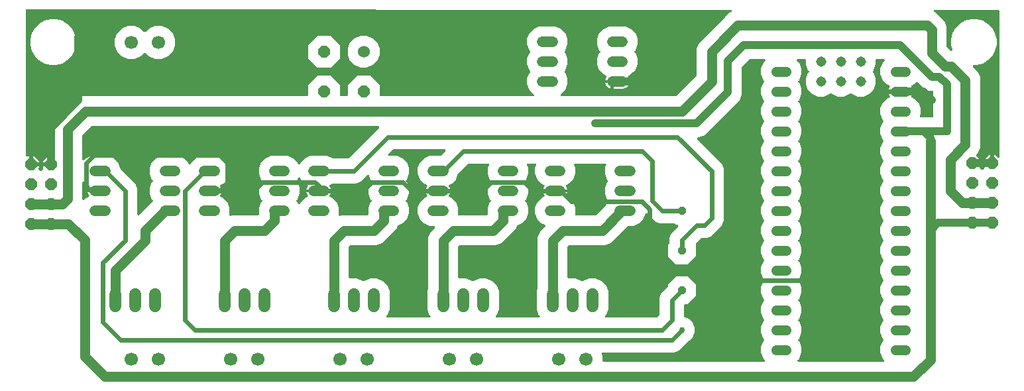
<source format=gbr>
G04 EAGLE Gerber RS-274X export*
G75*
%MOMM*%
%FSLAX34Y34*%
%LPD*%
%INBottom Copper*%
%IPPOS*%
%AMOC8*
5,1,8,0,0,1.08239X$1,22.5*%
G01*
%ADD10C,1.524000*%
%ADD11P,1.649562X8X292.500000*%
%ADD12P,1.649562X8X112.500000*%
%ADD13P,1.649562X8X202.500000*%
%ADD14C,1.320800*%
%ADD15C,1.524000*%
%ADD16C,1.308000*%
%ADD17C,1.308000*%
%ADD18C,1.700000*%
%ADD19C,1.016000*%
%ADD20C,0.756400*%
%ADD21C,0.609600*%
%ADD22C,1.270000*%
%ADD23P,1.082390X8X22.500000*%

G36*
X32152Y279379D02*
X32152Y279379D01*
X32300Y279382D01*
X32326Y279388D01*
X32352Y279390D01*
X32494Y279431D01*
X32638Y279467D01*
X32662Y279479D01*
X32687Y279486D01*
X32816Y279559D01*
X32948Y279627D01*
X32968Y279644D01*
X32991Y279656D01*
X33177Y279815D01*
X34869Y281507D01*
X34886Y281528D01*
X34906Y281545D01*
X34994Y281664D01*
X35086Y281780D01*
X35097Y281804D01*
X35113Y281825D01*
X35171Y281961D01*
X35235Y282095D01*
X35240Y282121D01*
X35251Y282145D01*
X35277Y282292D01*
X35308Y282436D01*
X35308Y282462D01*
X35312Y282488D01*
X35305Y282637D01*
X35302Y282784D01*
X35296Y282810D01*
X35294Y282836D01*
X35253Y282978D01*
X35217Y283122D01*
X35205Y283146D01*
X35198Y283171D01*
X35126Y283300D01*
X35058Y283432D01*
X35041Y283452D01*
X35028Y283475D01*
X34869Y283661D01*
X34639Y283891D01*
X34639Y285561D01*
X43784Y285561D01*
X43810Y285564D01*
X43836Y285562D01*
X43983Y285584D01*
X44130Y285601D01*
X44155Y285609D01*
X44181Y285613D01*
X44318Y285668D01*
X44458Y285718D01*
X44480Y285732D01*
X44505Y285742D01*
X44626Y285827D01*
X44751Y285907D01*
X44769Y285926D01*
X44791Y285941D01*
X44890Y286051D01*
X44993Y286158D01*
X45007Y286180D01*
X45024Y286200D01*
X45096Y286330D01*
X45172Y286457D01*
X45180Y286482D01*
X45193Y286505D01*
X45233Y286648D01*
X45278Y286789D01*
X45280Y286815D01*
X45287Y286840D01*
X45307Y287084D01*
X45307Y287593D01*
X45626Y287593D01*
X45652Y287596D01*
X45678Y287594D01*
X45825Y287616D01*
X45972Y287633D01*
X45997Y287642D01*
X46023Y287646D01*
X46161Y287700D01*
X46300Y287750D01*
X46322Y287765D01*
X46347Y287774D01*
X46468Y287859D01*
X46593Y287939D01*
X46611Y287958D01*
X46633Y287973D01*
X46732Y288083D01*
X46835Y288190D01*
X46849Y288213D01*
X46866Y288232D01*
X46938Y288362D01*
X47014Y288489D01*
X47022Y288514D01*
X47035Y288537D01*
X47075Y288680D01*
X47120Y288821D01*
X47122Y288847D01*
X47130Y288872D01*
X47149Y289116D01*
X47149Y336689D01*
X50050Y343691D01*
X78109Y371750D01*
X85111Y374651D01*
X371856Y374651D01*
X371882Y374654D01*
X371908Y374652D01*
X372055Y374674D01*
X372202Y374691D01*
X372227Y374699D01*
X372253Y374703D01*
X372391Y374758D01*
X372530Y374808D01*
X372552Y374822D01*
X372577Y374832D01*
X372698Y374917D01*
X372823Y374997D01*
X372841Y375016D01*
X372863Y375031D01*
X372962Y375141D01*
X373065Y375248D01*
X373079Y375270D01*
X373096Y375290D01*
X373168Y375420D01*
X373244Y375547D01*
X373252Y375572D01*
X373265Y375595D01*
X373305Y375738D01*
X373350Y375879D01*
X373352Y375905D01*
X373360Y375930D01*
X373379Y376174D01*
X373379Y389417D01*
X385283Y401321D01*
X402117Y401321D01*
X414021Y389417D01*
X414021Y376174D01*
X414024Y376148D01*
X414022Y376122D01*
X414044Y375975D01*
X414061Y375828D01*
X414069Y375803D01*
X414073Y375777D01*
X414128Y375639D01*
X414178Y375500D01*
X414192Y375478D01*
X414202Y375453D01*
X414287Y375332D01*
X414367Y375207D01*
X414386Y375189D01*
X414401Y375167D01*
X414511Y375068D01*
X414618Y374965D01*
X414640Y374951D01*
X414660Y374934D01*
X414790Y374862D01*
X414917Y374786D01*
X414942Y374778D01*
X414965Y374765D01*
X415108Y374725D01*
X415249Y374680D01*
X415275Y374678D01*
X415300Y374670D01*
X415544Y374651D01*
X422656Y374651D01*
X422682Y374654D01*
X422708Y374652D01*
X422855Y374674D01*
X423002Y374691D01*
X423027Y374699D01*
X423053Y374703D01*
X423191Y374758D01*
X423330Y374808D01*
X423352Y374822D01*
X423377Y374832D01*
X423498Y374917D01*
X423623Y374997D01*
X423641Y375016D01*
X423663Y375031D01*
X423762Y375141D01*
X423865Y375248D01*
X423879Y375270D01*
X423896Y375290D01*
X423968Y375420D01*
X424044Y375547D01*
X424052Y375572D01*
X424065Y375595D01*
X424105Y375738D01*
X424150Y375879D01*
X424152Y375905D01*
X424160Y375930D01*
X424179Y376174D01*
X424179Y389417D01*
X436083Y401321D01*
X452917Y401321D01*
X464821Y389417D01*
X464821Y376174D01*
X464824Y376148D01*
X464822Y376122D01*
X464844Y375975D01*
X464861Y375828D01*
X464869Y375803D01*
X464873Y375777D01*
X464928Y375639D01*
X464978Y375500D01*
X464992Y375478D01*
X465002Y375453D01*
X465087Y375332D01*
X465167Y375207D01*
X465186Y375189D01*
X465201Y375167D01*
X465311Y375068D01*
X465418Y374965D01*
X465440Y374951D01*
X465460Y374934D01*
X465590Y374862D01*
X465717Y374786D01*
X465742Y374778D01*
X465765Y374765D01*
X465908Y374725D01*
X466049Y374680D01*
X466075Y374678D01*
X466100Y374670D01*
X466344Y374651D01*
X660663Y374651D01*
X660763Y374662D01*
X660863Y374664D01*
X660935Y374682D01*
X661009Y374691D01*
X661104Y374724D01*
X661201Y374749D01*
X661267Y374783D01*
X661337Y374808D01*
X661422Y374863D01*
X661511Y374909D01*
X661567Y374957D01*
X661630Y374997D01*
X661700Y375069D01*
X661776Y375134D01*
X661820Y375194D01*
X661872Y375248D01*
X661924Y375334D01*
X661983Y375415D01*
X662013Y375483D01*
X662051Y375547D01*
X662082Y375643D01*
X662121Y375735D01*
X662135Y375808D01*
X662157Y375879D01*
X662165Y375979D01*
X662183Y376078D01*
X662179Y376152D01*
X662185Y376226D01*
X662170Y376326D01*
X662165Y376426D01*
X662145Y376497D01*
X662133Y376571D01*
X662096Y376664D01*
X662069Y376761D01*
X662032Y376826D01*
X662005Y376895D01*
X661948Y376977D01*
X661898Y377065D01*
X661833Y377141D01*
X661806Y377181D01*
X661779Y377205D01*
X661740Y377251D01*
X656226Y382765D01*
X653287Y389860D01*
X653287Y397540D01*
X656226Y404635D01*
X656914Y405323D01*
X656930Y405343D01*
X656950Y405360D01*
X657038Y405480D01*
X657131Y405596D01*
X657142Y405620D01*
X657157Y405641D01*
X657216Y405777D01*
X657279Y405911D01*
X657285Y405937D01*
X657295Y405961D01*
X657322Y406107D01*
X657353Y406252D01*
X657352Y406278D01*
X657357Y406304D01*
X657349Y406452D01*
X657347Y406600D01*
X657340Y406626D01*
X657339Y406652D01*
X657298Y406794D01*
X657262Y406938D01*
X657250Y406962D01*
X657243Y406987D01*
X657170Y407116D01*
X657102Y407248D01*
X657085Y407268D01*
X657072Y407291D01*
X656914Y407477D01*
X656226Y408165D01*
X653287Y415260D01*
X653287Y422940D01*
X656226Y430035D01*
X656914Y430723D01*
X656930Y430743D01*
X656950Y430760D01*
X657038Y430880D01*
X657131Y430996D01*
X657142Y431020D01*
X657157Y431041D01*
X657216Y431177D01*
X657279Y431311D01*
X657285Y431337D01*
X657295Y431361D01*
X657322Y431507D01*
X657353Y431652D01*
X657352Y431678D01*
X657357Y431704D01*
X657349Y431852D01*
X657347Y432000D01*
X657340Y432026D01*
X657339Y432052D01*
X657298Y432194D01*
X657262Y432338D01*
X657250Y432362D01*
X657243Y432387D01*
X657170Y432516D01*
X657102Y432648D01*
X657085Y432668D01*
X657072Y432691D01*
X656914Y432877D01*
X656226Y433565D01*
X653287Y440660D01*
X653287Y448340D01*
X656226Y455435D01*
X661657Y460866D01*
X668752Y463805D01*
X689640Y463805D01*
X696735Y460866D01*
X702166Y455435D01*
X705105Y448340D01*
X705105Y440660D01*
X702166Y433565D01*
X701478Y432877D01*
X701462Y432857D01*
X701442Y432840D01*
X701354Y432721D01*
X701261Y432604D01*
X701250Y432580D01*
X701235Y432559D01*
X701176Y432423D01*
X701113Y432289D01*
X701107Y432263D01*
X701097Y432239D01*
X701070Y432093D01*
X701039Y431948D01*
X701040Y431922D01*
X701035Y431896D01*
X701043Y431748D01*
X701045Y431600D01*
X701052Y431574D01*
X701053Y431548D01*
X701094Y431406D01*
X701130Y431262D01*
X701142Y431239D01*
X701149Y431213D01*
X701222Y431084D01*
X701290Y430952D01*
X701307Y430932D01*
X701320Y430909D01*
X701478Y430723D01*
X702166Y430035D01*
X705105Y422940D01*
X705105Y415260D01*
X702166Y408165D01*
X701478Y407477D01*
X701462Y407457D01*
X701442Y407440D01*
X701354Y407321D01*
X701261Y407204D01*
X701250Y407180D01*
X701235Y407159D01*
X701176Y407023D01*
X701113Y406889D01*
X701107Y406863D01*
X701097Y406839D01*
X701070Y406693D01*
X701039Y406548D01*
X701040Y406522D01*
X701035Y406496D01*
X701043Y406348D01*
X701045Y406200D01*
X701052Y406174D01*
X701053Y406148D01*
X701094Y406006D01*
X701130Y405862D01*
X701142Y405839D01*
X701149Y405813D01*
X701222Y405684D01*
X701290Y405552D01*
X701307Y405532D01*
X701320Y405509D01*
X701478Y405323D01*
X702166Y404635D01*
X705105Y397540D01*
X705105Y389860D01*
X702166Y382765D01*
X696652Y377251D01*
X696590Y377173D01*
X696520Y377100D01*
X696482Y377036D01*
X696435Y376978D01*
X696393Y376887D01*
X696341Y376801D01*
X696318Y376730D01*
X696287Y376663D01*
X696265Y376565D01*
X696235Y376469D01*
X696229Y376395D01*
X696213Y376322D01*
X696215Y376222D01*
X696207Y376122D01*
X696218Y376048D01*
X696219Y375974D01*
X696244Y375877D01*
X696259Y375777D01*
X696286Y375708D01*
X696304Y375636D01*
X696350Y375546D01*
X696387Y375453D01*
X696430Y375392D01*
X696464Y375326D01*
X696529Y375249D01*
X696586Y375167D01*
X696641Y375117D01*
X696690Y375061D01*
X696770Y375001D01*
X696845Y374934D01*
X696910Y374898D01*
X696970Y374853D01*
X697062Y374814D01*
X697150Y374765D01*
X697222Y374745D01*
X697290Y374715D01*
X697389Y374698D01*
X697485Y374670D01*
X697585Y374662D01*
X697633Y374654D01*
X697669Y374656D01*
X697729Y374651D01*
X842378Y374651D01*
X842504Y374665D01*
X842630Y374672D01*
X842676Y374685D01*
X842724Y374691D01*
X842843Y374733D01*
X842965Y374768D01*
X843007Y374792D01*
X843052Y374808D01*
X843159Y374877D01*
X843269Y374938D01*
X843315Y374978D01*
X843345Y374997D01*
X843379Y375032D01*
X843455Y375097D01*
X869503Y401145D01*
X869582Y401244D01*
X869666Y401338D01*
X869690Y401380D01*
X869720Y401418D01*
X869774Y401532D01*
X869835Y401643D01*
X869848Y401689D01*
X869869Y401733D01*
X869895Y401856D01*
X869930Y401978D01*
X869935Y402039D01*
X869942Y402074D01*
X869941Y402122D01*
X869949Y402222D01*
X869949Y435589D01*
X872850Y442591D01*
X906035Y475777D01*
X911609Y481350D01*
X914020Y482349D01*
X914063Y482373D01*
X914110Y482390D01*
X914215Y482458D01*
X914324Y482519D01*
X914361Y482552D01*
X914403Y482579D01*
X914490Y482669D01*
X914583Y482753D01*
X914611Y482794D01*
X914646Y482829D01*
X914710Y482937D01*
X914781Y483039D01*
X914799Y483086D01*
X914825Y483128D01*
X914863Y483248D01*
X914909Y483364D01*
X914916Y483413D01*
X914931Y483460D01*
X914941Y483585D01*
X914959Y483708D01*
X914955Y483758D01*
X914959Y483808D01*
X914941Y483931D01*
X914931Y484056D01*
X914915Y484103D01*
X914908Y484152D01*
X914862Y484268D01*
X914823Y484387D01*
X914798Y484430D01*
X914779Y484476D01*
X914708Y484579D01*
X914644Y484686D01*
X914609Y484722D01*
X914581Y484763D01*
X914488Y484846D01*
X914401Y484936D01*
X914359Y484963D01*
X914322Y484996D01*
X914213Y485057D01*
X914108Y485124D01*
X914061Y485141D01*
X914017Y485165D01*
X913897Y485199D01*
X913779Y485241D01*
X913730Y485246D01*
X913682Y485260D01*
X913438Y485280D01*
X14225Y485988D01*
X14198Y485985D01*
X14172Y485987D01*
X14026Y485965D01*
X13879Y485948D01*
X13854Y485939D01*
X13827Y485935D01*
X13690Y485881D01*
X13551Y485831D01*
X13528Y485817D01*
X13503Y485807D01*
X13382Y485722D01*
X13258Y485642D01*
X13239Y485623D01*
X13217Y485608D01*
X13118Y485498D01*
X13015Y485392D01*
X13002Y485369D01*
X12984Y485349D01*
X12912Y485220D01*
X12836Y485093D01*
X12828Y485067D01*
X12815Y485044D01*
X12775Y484902D01*
X12730Y484761D01*
X12728Y484734D01*
X12720Y484709D01*
X12701Y484465D01*
X12701Y299448D01*
X12712Y299348D01*
X12714Y299247D01*
X12732Y299175D01*
X12741Y299101D01*
X12774Y299007D01*
X12799Y298909D01*
X12833Y298843D01*
X12858Y298773D01*
X12913Y298689D01*
X12959Y298600D01*
X13007Y298543D01*
X13047Y298480D01*
X13119Y298411D01*
X13184Y298334D01*
X13244Y298290D01*
X13298Y298238D01*
X13384Y298187D01*
X13465Y298127D01*
X13533Y298098D01*
X13597Y298059D01*
X13692Y298029D01*
X13785Y297989D01*
X13858Y297976D01*
X13929Y297953D01*
X14029Y297945D01*
X14128Y297927D01*
X14202Y297931D01*
X14276Y297925D01*
X14375Y297940D01*
X14476Y297945D01*
X14547Y297966D01*
X14621Y297977D01*
X14714Y298014D01*
X14811Y298042D01*
X14876Y298078D01*
X14945Y298106D01*
X15027Y298163D01*
X15115Y298212D01*
X15172Y298261D01*
X16861Y298261D01*
X16861Y289116D01*
X16864Y289090D01*
X16862Y289064D01*
X16884Y288917D01*
X16901Y288770D01*
X16909Y288745D01*
X16913Y288719D01*
X16968Y288582D01*
X17018Y288442D01*
X17032Y288420D01*
X17042Y288395D01*
X17127Y288274D01*
X17207Y288149D01*
X17226Y288131D01*
X17241Y288109D01*
X17351Y288010D01*
X17458Y287907D01*
X17480Y287893D01*
X17500Y287876D01*
X17630Y287804D01*
X17757Y287728D01*
X17782Y287720D01*
X17805Y287707D01*
X17948Y287667D01*
X18089Y287622D01*
X18115Y287620D01*
X18140Y287613D01*
X18384Y287593D01*
X18893Y287593D01*
X18893Y287084D01*
X18896Y287058D01*
X18894Y287032D01*
X18916Y286885D01*
X18933Y286738D01*
X18942Y286713D01*
X18946Y286687D01*
X19000Y286549D01*
X19050Y286410D01*
X19065Y286388D01*
X19074Y286363D01*
X19159Y286242D01*
X19239Y286117D01*
X19258Y286099D01*
X19273Y286077D01*
X19383Y285978D01*
X19490Y285875D01*
X19513Y285861D01*
X19532Y285844D01*
X19662Y285772D01*
X19789Y285696D01*
X19814Y285688D01*
X19837Y285675D01*
X19980Y285635D01*
X20121Y285590D01*
X20147Y285587D01*
X20172Y285580D01*
X20416Y285561D01*
X29561Y285561D01*
X29561Y283891D01*
X29331Y283661D01*
X29314Y283641D01*
X29294Y283624D01*
X29206Y283504D01*
X29114Y283388D01*
X29103Y283365D01*
X29087Y283343D01*
X29029Y283208D01*
X28965Y283073D01*
X28960Y283047D01*
X28949Y283023D01*
X28923Y282878D01*
X28892Y282733D01*
X28892Y282706D01*
X28888Y282680D01*
X28895Y282532D01*
X28898Y282384D01*
X28904Y282359D01*
X28906Y282332D01*
X28947Y282190D01*
X28983Y282046D01*
X28995Y282023D01*
X29002Y281998D01*
X29074Y281868D01*
X29142Y281736D01*
X29159Y281716D01*
X29172Y281693D01*
X29331Y281507D01*
X31023Y279815D01*
X31043Y279799D01*
X31060Y279779D01*
X31180Y279691D01*
X31296Y279598D01*
X31320Y279587D01*
X31341Y279572D01*
X31477Y279513D01*
X31611Y279449D01*
X31637Y279444D01*
X31661Y279434D01*
X31807Y279407D01*
X31952Y279376D01*
X31978Y279376D01*
X32004Y279372D01*
X32152Y279379D01*
G37*
G36*
X955811Y35572D02*
X955811Y35572D01*
X955912Y35574D01*
X955984Y35592D01*
X956058Y35601D01*
X956152Y35634D01*
X956249Y35659D01*
X956316Y35693D01*
X956386Y35718D01*
X956470Y35773D01*
X956559Y35819D01*
X956616Y35867D01*
X956678Y35907D01*
X956748Y35979D01*
X956825Y36044D01*
X956869Y36104D01*
X956921Y36158D01*
X956972Y36244D01*
X957032Y36325D01*
X957061Y36393D01*
X957099Y36457D01*
X957130Y36553D01*
X957170Y36645D01*
X957183Y36718D01*
X957206Y36789D01*
X957214Y36889D01*
X957232Y36988D01*
X957228Y37062D01*
X957234Y37136D01*
X957219Y37236D01*
X957214Y37336D01*
X957193Y37407D01*
X957182Y37481D01*
X957145Y37574D01*
X957117Y37671D01*
X957081Y37736D01*
X957053Y37805D01*
X956996Y37887D01*
X956947Y37975D01*
X956882Y38051D01*
X956854Y38091D01*
X956828Y38115D01*
X956788Y38161D01*
X955049Y39901D01*
X952119Y46973D01*
X952119Y54627D01*
X955049Y61699D01*
X955772Y62423D01*
X955789Y62443D01*
X955809Y62460D01*
X955897Y62579D01*
X955989Y62696D01*
X956000Y62720D01*
X956016Y62741D01*
X956074Y62877D01*
X956138Y63011D01*
X956143Y63037D01*
X956154Y63061D01*
X956180Y63207D01*
X956211Y63352D01*
X956211Y63378D01*
X956216Y63404D01*
X956208Y63552D01*
X956205Y63700D01*
X956199Y63726D01*
X956198Y63752D01*
X956156Y63894D01*
X956120Y64038D01*
X956108Y64061D01*
X956101Y64087D01*
X956029Y64216D01*
X955961Y64348D01*
X955944Y64368D01*
X955931Y64391D01*
X955772Y64577D01*
X955049Y65301D01*
X952119Y72373D01*
X952119Y80027D01*
X955049Y87099D01*
X955772Y87823D01*
X955789Y87843D01*
X955809Y87860D01*
X955856Y87924D01*
X955879Y87948D01*
X955901Y87985D01*
X955989Y88096D01*
X956000Y88120D01*
X956016Y88141D01*
X956074Y88277D01*
X956138Y88411D01*
X956143Y88437D01*
X956154Y88461D01*
X956180Y88607D01*
X956211Y88752D01*
X956211Y88778D01*
X956216Y88804D01*
X956208Y88952D01*
X956205Y89100D01*
X956199Y89126D01*
X956198Y89152D01*
X956156Y89294D01*
X956120Y89438D01*
X956108Y89461D01*
X956101Y89487D01*
X956029Y89616D01*
X955961Y89748D01*
X955944Y89768D01*
X955931Y89791D01*
X955772Y89977D01*
X955049Y90701D01*
X952119Y97773D01*
X952119Y105427D01*
X955049Y112499D01*
X955772Y113223D01*
X955789Y113243D01*
X955809Y113260D01*
X955897Y113379D01*
X955989Y113496D01*
X956000Y113520D01*
X956016Y113541D01*
X956074Y113677D01*
X956138Y113811D01*
X956143Y113837D01*
X956154Y113861D01*
X956180Y114007D01*
X956211Y114152D01*
X956211Y114178D01*
X956216Y114204D01*
X956208Y114352D01*
X956205Y114500D01*
X956199Y114526D01*
X956198Y114552D01*
X956156Y114694D01*
X956120Y114838D01*
X956108Y114861D01*
X956101Y114887D01*
X956029Y115016D01*
X955961Y115148D01*
X955944Y115168D01*
X955931Y115191D01*
X955772Y115377D01*
X955049Y116101D01*
X952119Y123173D01*
X952119Y130827D01*
X955049Y137899D01*
X955772Y138623D01*
X955789Y138643D01*
X955809Y138660D01*
X955897Y138780D01*
X955989Y138896D01*
X956000Y138920D01*
X956016Y138941D01*
X956075Y139077D01*
X956138Y139211D01*
X956143Y139237D01*
X956154Y139261D01*
X956180Y139407D01*
X956211Y139552D01*
X956211Y139578D01*
X956216Y139604D01*
X956208Y139752D01*
X956205Y139900D01*
X956199Y139926D01*
X956198Y139952D01*
X956157Y140094D01*
X956120Y140238D01*
X956108Y140262D01*
X956101Y140287D01*
X956029Y140416D01*
X955961Y140548D01*
X955944Y140568D01*
X955931Y140591D01*
X955772Y140777D01*
X955049Y141501D01*
X952119Y148573D01*
X952119Y156227D01*
X955049Y163299D01*
X955772Y164023D01*
X955789Y164043D01*
X955809Y164060D01*
X955897Y164180D01*
X955989Y164296D01*
X956000Y164320D01*
X956016Y164341D01*
X956075Y164477D01*
X956138Y164611D01*
X956143Y164637D01*
X956154Y164661D01*
X956180Y164807D01*
X956211Y164952D01*
X956211Y164978D01*
X956216Y165004D01*
X956208Y165152D01*
X956205Y165300D01*
X956199Y165326D01*
X956198Y165352D01*
X956157Y165494D01*
X956120Y165638D01*
X956108Y165662D01*
X956101Y165687D01*
X956029Y165816D01*
X955961Y165948D01*
X955944Y165968D01*
X955931Y165991D01*
X955772Y166177D01*
X955049Y166901D01*
X952119Y173973D01*
X952119Y181627D01*
X955049Y188699D01*
X955772Y189423D01*
X955789Y189443D01*
X955809Y189460D01*
X955897Y189580D01*
X955989Y189696D01*
X956000Y189720D01*
X956016Y189741D01*
X956075Y189877D01*
X956138Y190011D01*
X956143Y190037D01*
X956154Y190061D01*
X956180Y190207D01*
X956211Y190352D01*
X956211Y190378D01*
X956216Y190404D01*
X956208Y190552D01*
X956205Y190700D01*
X956199Y190726D01*
X956198Y190752D01*
X956157Y190894D01*
X956120Y191038D01*
X956108Y191062D01*
X956101Y191087D01*
X956029Y191216D01*
X955961Y191348D01*
X955944Y191368D01*
X955931Y191391D01*
X955772Y191577D01*
X955049Y192301D01*
X952119Y199373D01*
X952119Y207027D01*
X955049Y214099D01*
X955772Y214823D01*
X955789Y214843D01*
X955809Y214860D01*
X955897Y214980D01*
X955989Y215096D01*
X956000Y215120D01*
X956016Y215141D01*
X956075Y215277D01*
X956138Y215411D01*
X956143Y215437D01*
X956154Y215461D01*
X956180Y215607D01*
X956211Y215752D01*
X956211Y215778D01*
X956216Y215804D01*
X956208Y215952D01*
X956205Y216100D01*
X956199Y216126D01*
X956198Y216152D01*
X956157Y216294D01*
X956120Y216438D01*
X956108Y216462D01*
X956101Y216487D01*
X956029Y216616D01*
X955961Y216748D01*
X955944Y216768D01*
X955931Y216791D01*
X955772Y216977D01*
X955049Y217701D01*
X952119Y224773D01*
X952119Y232427D01*
X955049Y239499D01*
X955772Y240223D01*
X955789Y240243D01*
X955809Y240260D01*
X955897Y240380D01*
X955989Y240496D01*
X956000Y240520D01*
X956016Y240541D01*
X956075Y240677D01*
X956138Y240811D01*
X956143Y240837D01*
X956154Y240861D01*
X956180Y241007D01*
X956211Y241152D01*
X956211Y241178D01*
X956216Y241204D01*
X956208Y241352D01*
X956205Y241500D01*
X956199Y241526D01*
X956198Y241552D01*
X956157Y241694D01*
X956120Y241838D01*
X956108Y241862D01*
X956101Y241887D01*
X956029Y242016D01*
X955961Y242148D01*
X955944Y242168D01*
X955931Y242191D01*
X955772Y242377D01*
X955049Y243101D01*
X952119Y250173D01*
X952119Y257827D01*
X955049Y264899D01*
X955772Y265623D01*
X955789Y265643D01*
X955809Y265660D01*
X955897Y265780D01*
X955989Y265896D01*
X956000Y265920D01*
X956016Y265941D01*
X956075Y266077D01*
X956138Y266211D01*
X956143Y266237D01*
X956154Y266261D01*
X956180Y266407D01*
X956211Y266552D01*
X956211Y266578D01*
X956216Y266604D01*
X956208Y266752D01*
X956205Y266900D01*
X956199Y266926D01*
X956198Y266952D01*
X956157Y267094D01*
X956120Y267238D01*
X956108Y267262D01*
X956101Y267287D01*
X956029Y267416D01*
X955961Y267548D01*
X955944Y267568D01*
X955931Y267591D01*
X955772Y267777D01*
X955049Y268501D01*
X952119Y275573D01*
X952119Y283227D01*
X955049Y290299D01*
X955772Y291023D01*
X955789Y291043D01*
X955809Y291060D01*
X955897Y291180D01*
X955989Y291296D01*
X956000Y291320D01*
X956016Y291341D01*
X956075Y291477D01*
X956138Y291611D01*
X956143Y291637D01*
X956154Y291661D01*
X956180Y291807D01*
X956211Y291952D01*
X956211Y291978D01*
X956216Y292004D01*
X956208Y292152D01*
X956205Y292300D01*
X956199Y292326D01*
X956198Y292352D01*
X956157Y292494D01*
X956120Y292638D01*
X956108Y292662D01*
X956101Y292687D01*
X956029Y292816D01*
X955961Y292948D01*
X955944Y292968D01*
X955931Y292991D01*
X955772Y293177D01*
X955049Y293901D01*
X952119Y300973D01*
X952119Y308627D01*
X955049Y315699D01*
X955772Y316423D01*
X955789Y316443D01*
X955809Y316460D01*
X955897Y316580D01*
X955989Y316696D01*
X956000Y316720D01*
X956016Y316741D01*
X956075Y316877D01*
X956138Y317011D01*
X956143Y317037D01*
X956154Y317061D01*
X956180Y317207D01*
X956211Y317352D01*
X956211Y317378D01*
X956216Y317404D01*
X956208Y317552D01*
X956205Y317700D01*
X956199Y317726D01*
X956198Y317752D01*
X956157Y317894D01*
X956120Y318038D01*
X956108Y318062D01*
X956101Y318087D01*
X956029Y318216D01*
X955961Y318348D01*
X955944Y318368D01*
X955931Y318391D01*
X955772Y318577D01*
X955049Y319301D01*
X952119Y326373D01*
X952119Y334027D01*
X955049Y341099D01*
X955772Y341823D01*
X955789Y341843D01*
X955809Y341860D01*
X955897Y341980D01*
X955989Y342096D01*
X956000Y342120D01*
X956016Y342141D01*
X956075Y342277D01*
X956138Y342411D01*
X956143Y342437D01*
X956154Y342461D01*
X956180Y342607D01*
X956211Y342752D01*
X956211Y342778D01*
X956216Y342804D01*
X956208Y342952D01*
X956205Y343100D01*
X956199Y343126D01*
X956198Y343152D01*
X956157Y343294D01*
X956120Y343438D01*
X956108Y343462D01*
X956101Y343487D01*
X956029Y343616D01*
X955961Y343748D01*
X955944Y343768D01*
X955931Y343791D01*
X955772Y343977D01*
X955049Y344701D01*
X952119Y351773D01*
X952119Y359427D01*
X955049Y366499D01*
X955772Y367223D01*
X955789Y367243D01*
X955809Y367260D01*
X955897Y367380D01*
X955989Y367496D01*
X956000Y367520D01*
X956016Y367541D01*
X956075Y367677D01*
X956138Y367811D01*
X956143Y367837D01*
X956154Y367861D01*
X956180Y368007D01*
X956211Y368152D01*
X956211Y368178D01*
X956216Y368204D01*
X956208Y368352D01*
X956205Y368500D01*
X956199Y368526D01*
X956198Y368552D01*
X956157Y368694D01*
X956120Y368838D01*
X956108Y368862D01*
X956101Y368887D01*
X956029Y369016D01*
X955961Y369148D01*
X955944Y369168D01*
X955931Y369191D01*
X955772Y369377D01*
X955049Y370101D01*
X952119Y377173D01*
X952119Y384827D01*
X955049Y391899D01*
X955772Y392623D01*
X955789Y392643D01*
X955809Y392660D01*
X955897Y392780D01*
X955989Y392896D01*
X956000Y392920D01*
X956016Y392941D01*
X956075Y393077D01*
X956138Y393211D01*
X956143Y393237D01*
X956154Y393261D01*
X956180Y393407D01*
X956211Y393552D01*
X956211Y393578D01*
X956216Y393604D01*
X956208Y393752D01*
X956205Y393900D01*
X956199Y393926D01*
X956198Y393952D01*
X956157Y394094D01*
X956120Y394238D01*
X956108Y394262D01*
X956101Y394287D01*
X956029Y394416D01*
X955961Y394548D01*
X955944Y394568D01*
X955931Y394591D01*
X955772Y394777D01*
X955049Y395501D01*
X952119Y402573D01*
X952119Y410227D01*
X955049Y417299D01*
X957368Y419619D01*
X957431Y419697D01*
X957501Y419770D01*
X957539Y419834D01*
X957585Y419892D01*
X957628Y419983D01*
X957679Y420069D01*
X957702Y420140D01*
X957734Y420207D01*
X957755Y420305D01*
X957786Y420401D01*
X957792Y420475D01*
X957807Y420548D01*
X957806Y420648D01*
X957814Y420748D01*
X957803Y420822D01*
X957801Y420896D01*
X957777Y420993D01*
X957762Y421093D01*
X957734Y421162D01*
X957716Y421234D01*
X957670Y421323D01*
X957633Y421417D01*
X957591Y421478D01*
X957557Y421544D01*
X957492Y421620D01*
X957434Y421703D01*
X957379Y421753D01*
X957331Y421809D01*
X957250Y421869D01*
X957176Y421936D01*
X957110Y421972D01*
X957051Y422017D01*
X956958Y422056D01*
X956871Y422105D01*
X956799Y422125D01*
X956731Y422155D01*
X956632Y422172D01*
X956535Y422200D01*
X956435Y422208D01*
X956388Y422216D01*
X956352Y422214D01*
X956291Y422219D01*
X937996Y422219D01*
X937870Y422205D01*
X937744Y422198D01*
X937698Y422185D01*
X937650Y422179D01*
X937531Y422137D01*
X937409Y422102D01*
X937367Y422078D01*
X937322Y422062D01*
X937215Y421993D01*
X937105Y421932D01*
X937059Y421892D01*
X937029Y421873D01*
X936995Y421838D01*
X936919Y421773D01*
X928227Y413081D01*
X928148Y412982D01*
X928064Y412888D01*
X928040Y412846D01*
X928010Y412808D01*
X927956Y412694D01*
X927895Y412583D01*
X927882Y412537D01*
X927861Y412493D01*
X927835Y412370D01*
X927800Y412248D01*
X927795Y412187D01*
X927788Y412152D01*
X927789Y412104D01*
X927781Y412004D01*
X927781Y376463D01*
X925074Y369928D01*
X919858Y364712D01*
X885288Y330142D01*
X880072Y324926D01*
X873537Y322219D01*
X872130Y322219D01*
X872030Y322208D01*
X871930Y322206D01*
X871858Y322188D01*
X871784Y322179D01*
X871690Y322146D01*
X871592Y322121D01*
X871526Y322087D01*
X871456Y322062D01*
X871372Y322007D01*
X871282Y321961D01*
X871226Y321913D01*
X871163Y321873D01*
X871093Y321801D01*
X871017Y321736D01*
X870973Y321676D01*
X870921Y321622D01*
X870869Y321536D01*
X870810Y321455D01*
X870780Y321387D01*
X870742Y321323D01*
X870711Y321227D01*
X870672Y321135D01*
X870659Y321062D01*
X870636Y320991D01*
X870628Y320891D01*
X870610Y320792D01*
X870614Y320718D01*
X870608Y320644D01*
X870623Y320544D01*
X870628Y320444D01*
X870649Y320373D01*
X870660Y320299D01*
X870697Y320206D01*
X870724Y320109D01*
X870761Y320044D01*
X870788Y319975D01*
X870846Y319893D01*
X870895Y319805D01*
X870960Y319729D01*
X870987Y319689D01*
X871014Y319665D01*
X871053Y319619D01*
X897707Y292965D01*
X902351Y288321D01*
X904749Y282533D01*
X904749Y215867D01*
X902351Y210079D01*
X888921Y196649D01*
X883133Y194251D01*
X877154Y194251D01*
X877029Y194237D01*
X876902Y194230D01*
X876856Y194217D01*
X876808Y194211D01*
X876689Y194169D01*
X876568Y194134D01*
X876525Y194110D01*
X876480Y194094D01*
X876374Y194025D01*
X876263Y193964D01*
X876217Y193924D01*
X876187Y193905D01*
X876154Y193870D01*
X876077Y193805D01*
X869047Y186775D01*
X868968Y186676D01*
X868884Y186582D01*
X868860Y186540D01*
X868830Y186502D01*
X868776Y186388D01*
X868715Y186277D01*
X868702Y186230D01*
X868681Y186187D01*
X868655Y186063D01*
X868620Y185941D01*
X868615Y185881D01*
X868608Y185846D01*
X868609Y185798D01*
X868601Y185698D01*
X868601Y170468D01*
X858232Y160099D01*
X843568Y160099D01*
X833199Y170468D01*
X833199Y185132D01*
X834705Y186638D01*
X834784Y186737D01*
X834868Y186831D01*
X834892Y186873D01*
X834922Y186911D01*
X834976Y187025D01*
X835037Y187136D01*
X835050Y187182D01*
X835071Y187226D01*
X835097Y187349D01*
X835132Y187471D01*
X835137Y187532D01*
X835144Y187567D01*
X835143Y187615D01*
X835151Y187715D01*
X835151Y194033D01*
X837549Y199821D01*
X846027Y208299D01*
X846089Y208377D01*
X846159Y208450D01*
X846197Y208514D01*
X846243Y208572D01*
X846286Y208663D01*
X846338Y208749D01*
X846361Y208820D01*
X846392Y208887D01*
X846414Y208985D01*
X846444Y209081D01*
X846450Y209155D01*
X846466Y209228D01*
X846464Y209328D01*
X846472Y209428D01*
X846461Y209502D01*
X846460Y209576D01*
X846435Y209673D01*
X846420Y209773D01*
X846393Y209842D01*
X846375Y209914D01*
X846329Y210004D01*
X846292Y210097D01*
X846249Y210158D01*
X846215Y210224D01*
X846150Y210301D01*
X846093Y210383D01*
X846038Y210433D01*
X845989Y210489D01*
X845909Y210549D01*
X845834Y210616D01*
X845769Y210652D01*
X845709Y210697D01*
X845617Y210736D01*
X845529Y210785D01*
X845457Y210805D01*
X845389Y210835D01*
X845290Y210852D01*
X845194Y210880D01*
X845094Y210888D01*
X845046Y210896D01*
X845010Y210894D01*
X844950Y210899D01*
X843568Y210899D01*
X842062Y212405D01*
X841963Y212484D01*
X841869Y212568D01*
X841827Y212592D01*
X841789Y212622D01*
X841675Y212676D01*
X841564Y212737D01*
X841518Y212750D01*
X841474Y212771D01*
X841351Y212797D01*
X841229Y212832D01*
X841168Y212837D01*
X841134Y212844D01*
X841085Y212843D01*
X840985Y212851D01*
X822367Y212851D01*
X816579Y215249D01*
X811935Y219893D01*
X806873Y224955D01*
X806756Y225048D01*
X806641Y225145D01*
X806619Y225156D01*
X806600Y225171D01*
X806464Y225236D01*
X806330Y225304D01*
X806307Y225310D01*
X806285Y225320D01*
X806138Y225352D01*
X805992Y225388D01*
X805968Y225389D01*
X805944Y225394D01*
X805795Y225391D01*
X805644Y225393D01*
X805620Y225388D01*
X805596Y225388D01*
X805450Y225351D01*
X805303Y225319D01*
X805281Y225309D01*
X805258Y225303D01*
X805124Y225234D01*
X804988Y225169D01*
X804970Y225154D01*
X804948Y225143D01*
X804833Y225046D01*
X804716Y224952D01*
X804701Y224933D01*
X804683Y224917D01*
X804593Y224797D01*
X804500Y224678D01*
X804487Y224652D01*
X804475Y224637D01*
X804457Y224594D01*
X804389Y224461D01*
X801574Y217665D01*
X796143Y212234D01*
X789048Y209295D01*
X782968Y209295D01*
X782842Y209281D01*
X782716Y209274D01*
X782670Y209261D01*
X782622Y209255D01*
X782503Y209213D01*
X782381Y209178D01*
X782339Y209154D01*
X782294Y209138D01*
X782187Y209069D01*
X782077Y209008D01*
X782031Y208968D01*
X782001Y208949D01*
X781967Y208914D01*
X781891Y208849D01*
X760091Y187050D01*
X753089Y184149D01*
X707022Y184149D01*
X706896Y184135D01*
X706770Y184128D01*
X706724Y184115D01*
X706676Y184109D01*
X706557Y184067D01*
X706435Y184032D01*
X706393Y184008D01*
X706348Y183992D01*
X706241Y183923D01*
X706131Y183862D01*
X706085Y183822D01*
X706055Y183803D01*
X706021Y183768D01*
X705945Y183703D01*
X705297Y183055D01*
X705218Y182956D01*
X705134Y182862D01*
X705110Y182820D01*
X705080Y182782D01*
X705026Y182668D01*
X704965Y182557D01*
X704952Y182511D01*
X704931Y182467D01*
X704905Y182344D01*
X704870Y182222D01*
X704865Y182161D01*
X704858Y182126D01*
X704859Y182078D01*
X704851Y181978D01*
X704851Y143565D01*
X704868Y143415D01*
X704880Y143266D01*
X704888Y143243D01*
X704891Y143219D01*
X704941Y143077D01*
X704988Y142934D01*
X705000Y142913D01*
X705008Y142890D01*
X705090Y142764D01*
X705167Y142635D01*
X705184Y142618D01*
X705197Y142598D01*
X705305Y142493D01*
X705410Y142385D01*
X705430Y142372D01*
X705448Y142355D01*
X705577Y142278D01*
X705703Y142197D01*
X705726Y142189D01*
X705747Y142177D01*
X705890Y142131D01*
X706032Y142080D01*
X706056Y142078D01*
X706079Y142070D01*
X706228Y142058D01*
X706378Y142041D01*
X706402Y142044D01*
X706426Y142042D01*
X706575Y142065D01*
X706724Y142082D01*
X706752Y142091D01*
X706771Y142094D01*
X706815Y142111D01*
X706957Y142157D01*
X707158Y142241D01*
X715242Y142241D01*
X722711Y139147D01*
X722823Y139035D01*
X722843Y139019D01*
X722861Y138999D01*
X722980Y138910D01*
X723096Y138818D01*
X723120Y138807D01*
X723141Y138792D01*
X723277Y138733D01*
X723411Y138669D01*
X723437Y138664D01*
X723461Y138654D01*
X723607Y138627D01*
X723752Y138596D01*
X723778Y138597D01*
X723804Y138592D01*
X723952Y138600D01*
X724100Y138602D01*
X724126Y138608D01*
X724152Y138610D01*
X724294Y138651D01*
X724438Y138687D01*
X724462Y138699D01*
X724487Y138706D01*
X724616Y138779D01*
X724748Y138847D01*
X724768Y138864D01*
X724791Y138877D01*
X724977Y139035D01*
X725089Y139147D01*
X732558Y142241D01*
X740642Y142241D01*
X748111Y139147D01*
X753827Y133431D01*
X756921Y125962D01*
X756921Y102638D01*
X753827Y95169D01*
X753207Y94549D01*
X753144Y94470D01*
X753075Y94398D01*
X753037Y94334D01*
X752990Y94276D01*
X752947Y94185D01*
X752896Y94099D01*
X752873Y94028D01*
X752841Y93961D01*
X752820Y93863D01*
X752790Y93767D01*
X752784Y93693D01*
X752768Y93620D01*
X752770Y93520D01*
X752762Y93420D01*
X752773Y93346D01*
X752774Y93272D01*
X752798Y93175D01*
X752813Y93075D01*
X752841Y93006D01*
X752859Y92934D01*
X752905Y92845D01*
X752942Y92751D01*
X752984Y92690D01*
X753019Y92624D01*
X753084Y92547D01*
X753141Y92465D01*
X753196Y92415D01*
X753244Y92359D01*
X753325Y92299D01*
X753400Y92232D01*
X753465Y92196D01*
X753525Y92151D01*
X753617Y92112D01*
X753705Y92063D01*
X753777Y92043D01*
X753845Y92013D01*
X753944Y91996D01*
X754040Y91968D01*
X754140Y91960D01*
X754188Y91952D01*
X754224Y91954D01*
X754284Y91949D01*
X818346Y91949D01*
X818471Y91963D01*
X818598Y91970D01*
X818644Y91983D01*
X818692Y91989D01*
X818811Y92031D01*
X818932Y92066D01*
X818975Y92090D01*
X819020Y92106D01*
X819126Y92175D01*
X819237Y92236D01*
X819283Y92276D01*
X819313Y92295D01*
X819346Y92330D01*
X819423Y92395D01*
X822005Y94977D01*
X822084Y95076D01*
X822168Y95170D01*
X822192Y95212D01*
X822222Y95250D01*
X822276Y95364D01*
X822337Y95475D01*
X822350Y95522D01*
X822371Y95565D01*
X822397Y95689D01*
X822432Y95811D01*
X822437Y95871D01*
X822444Y95906D01*
X822443Y95954D01*
X822451Y96054D01*
X822451Y117433D01*
X824849Y123221D01*
X832753Y131125D01*
X832832Y131224D01*
X832916Y131318D01*
X832940Y131360D01*
X832970Y131398D01*
X833024Y131512D01*
X833085Y131623D01*
X833098Y131670D01*
X833119Y131713D01*
X833145Y131837D01*
X833180Y131959D01*
X833185Y132019D01*
X833192Y132054D01*
X833191Y132102D01*
X833199Y132202D01*
X833199Y134332D01*
X843568Y144701D01*
X858232Y144701D01*
X868601Y134332D01*
X868601Y119668D01*
X858232Y109299D01*
X856102Y109299D01*
X855977Y109285D01*
X855850Y109278D01*
X855804Y109265D01*
X855756Y109259D01*
X855637Y109217D01*
X855516Y109182D01*
X855473Y109158D01*
X855428Y109142D01*
X855322Y109073D01*
X855211Y109012D01*
X855165Y108972D01*
X855135Y108953D01*
X855102Y108918D01*
X855025Y108853D01*
X854395Y108223D01*
X854331Y108143D01*
X854270Y108080D01*
X854258Y108060D01*
X854232Y108030D01*
X854208Y107988D01*
X854178Y107950D01*
X854124Y107836D01*
X854122Y107831D01*
X854092Y107781D01*
X854088Y107771D01*
X854063Y107725D01*
X854050Y107678D01*
X854029Y107635D01*
X854003Y107511D01*
X853968Y107389D01*
X853963Y107329D01*
X853956Y107294D01*
X853957Y107246D01*
X853949Y107146D01*
X853949Y93796D01*
X853957Y93720D01*
X853956Y93643D01*
X853977Y93547D01*
X853989Y93450D01*
X854014Y93378D01*
X854031Y93303D01*
X854073Y93214D01*
X854106Y93121D01*
X854148Y93057D01*
X854180Y92988D01*
X854242Y92911D01*
X854295Y92829D01*
X854350Y92776D01*
X854398Y92716D01*
X854475Y92655D01*
X854546Y92586D01*
X854611Y92547D01*
X854671Y92500D01*
X854805Y92432D01*
X854845Y92408D01*
X854863Y92402D01*
X854889Y92388D01*
X860237Y90173D01*
X864873Y85537D01*
X867383Y79479D01*
X867383Y72921D01*
X864873Y66863D01*
X860237Y62227D01*
X858745Y61609D01*
X858743Y61608D01*
X858741Y61607D01*
X858589Y61522D01*
X858440Y61439D01*
X858439Y61438D01*
X858437Y61437D01*
X858250Y61278D01*
X847121Y50149D01*
X841333Y47751D01*
X750344Y47751D01*
X750195Y47734D01*
X750045Y47722D01*
X750021Y47714D01*
X749998Y47711D01*
X749856Y47661D01*
X749713Y47615D01*
X749692Y47602D01*
X749669Y47594D01*
X749543Y47512D01*
X749414Y47435D01*
X749397Y47418D01*
X749377Y47405D01*
X749272Y47297D01*
X749164Y47192D01*
X749151Y47172D01*
X749134Y47154D01*
X749057Y47025D01*
X748976Y46899D01*
X748968Y46876D01*
X748956Y46855D01*
X748910Y46712D01*
X748859Y46570D01*
X748857Y46546D01*
X748849Y46523D01*
X748837Y46374D01*
X748820Y46224D01*
X748823Y46200D01*
X748821Y46176D01*
X748844Y46027D01*
X748861Y45878D01*
X748870Y45850D01*
X748873Y45831D01*
X748891Y45787D01*
X748936Y45645D01*
X749901Y43317D01*
X749901Y37084D01*
X749904Y37058D01*
X749902Y37032D01*
X749924Y36885D01*
X749941Y36738D01*
X749949Y36713D01*
X749953Y36687D01*
X750008Y36549D01*
X750058Y36410D01*
X750072Y36388D01*
X750082Y36363D01*
X750167Y36242D01*
X750247Y36117D01*
X750266Y36099D01*
X750281Y36077D01*
X750391Y35978D01*
X750498Y35875D01*
X750520Y35861D01*
X750540Y35844D01*
X750670Y35772D01*
X750797Y35696D01*
X750822Y35688D01*
X750845Y35675D01*
X750988Y35635D01*
X751129Y35590D01*
X751155Y35588D01*
X751180Y35580D01*
X751424Y35561D01*
X955711Y35561D01*
X955811Y35572D01*
G37*
G36*
X1108211Y35572D02*
X1108211Y35572D01*
X1108312Y35574D01*
X1108384Y35592D01*
X1108458Y35601D01*
X1108552Y35634D01*
X1108649Y35659D01*
X1108716Y35693D01*
X1108786Y35718D01*
X1108870Y35773D01*
X1108959Y35819D01*
X1109016Y35867D01*
X1109078Y35907D01*
X1109148Y35979D01*
X1109225Y36044D01*
X1109269Y36104D01*
X1109321Y36158D01*
X1109372Y36244D01*
X1109432Y36325D01*
X1109461Y36393D01*
X1109499Y36457D01*
X1109530Y36553D01*
X1109570Y36645D01*
X1109583Y36718D01*
X1109606Y36789D01*
X1109614Y36889D01*
X1109632Y36988D01*
X1109628Y37062D01*
X1109634Y37136D01*
X1109619Y37236D01*
X1109614Y37336D01*
X1109593Y37407D01*
X1109582Y37481D01*
X1109545Y37574D01*
X1109517Y37671D01*
X1109481Y37736D01*
X1109453Y37805D01*
X1109396Y37887D01*
X1109347Y37975D01*
X1109282Y38051D01*
X1109254Y38091D01*
X1109228Y38115D01*
X1109188Y38161D01*
X1107449Y39901D01*
X1104519Y46973D01*
X1104519Y54627D01*
X1107449Y61699D01*
X1108172Y62423D01*
X1108189Y62443D01*
X1108209Y62460D01*
X1108297Y62579D01*
X1108389Y62696D01*
X1108400Y62720D01*
X1108416Y62741D01*
X1108474Y62877D01*
X1108538Y63011D01*
X1108543Y63037D01*
X1108554Y63061D01*
X1108580Y63207D01*
X1108611Y63352D01*
X1108611Y63378D01*
X1108616Y63404D01*
X1108608Y63552D01*
X1108605Y63700D01*
X1108599Y63726D01*
X1108598Y63752D01*
X1108556Y63894D01*
X1108520Y64038D01*
X1108508Y64061D01*
X1108501Y64087D01*
X1108429Y64216D01*
X1108361Y64348D01*
X1108344Y64368D01*
X1108331Y64391D01*
X1108172Y64577D01*
X1107449Y65301D01*
X1104519Y72373D01*
X1104519Y80027D01*
X1107449Y87099D01*
X1108172Y87823D01*
X1108189Y87843D01*
X1108209Y87860D01*
X1108256Y87924D01*
X1108279Y87948D01*
X1108301Y87985D01*
X1108389Y88096D01*
X1108400Y88120D01*
X1108416Y88141D01*
X1108474Y88277D01*
X1108538Y88411D01*
X1108543Y88437D01*
X1108554Y88461D01*
X1108580Y88607D01*
X1108611Y88752D01*
X1108611Y88778D01*
X1108616Y88804D01*
X1108608Y88952D01*
X1108605Y89100D01*
X1108599Y89126D01*
X1108598Y89152D01*
X1108556Y89294D01*
X1108520Y89438D01*
X1108508Y89461D01*
X1108501Y89487D01*
X1108429Y89616D01*
X1108361Y89748D01*
X1108344Y89768D01*
X1108331Y89791D01*
X1108172Y89977D01*
X1107449Y90701D01*
X1104519Y97773D01*
X1104519Y105427D01*
X1107449Y112499D01*
X1108172Y113223D01*
X1108189Y113243D01*
X1108209Y113260D01*
X1108297Y113380D01*
X1108389Y113496D01*
X1108400Y113520D01*
X1108416Y113541D01*
X1108475Y113677D01*
X1108538Y113811D01*
X1108543Y113837D01*
X1108554Y113861D01*
X1108580Y114007D01*
X1108611Y114152D01*
X1108611Y114178D01*
X1108616Y114204D01*
X1108608Y114352D01*
X1108605Y114500D01*
X1108599Y114526D01*
X1108598Y114552D01*
X1108557Y114694D01*
X1108520Y114838D01*
X1108508Y114862D01*
X1108501Y114887D01*
X1108429Y115016D01*
X1108361Y115148D01*
X1108344Y115168D01*
X1108331Y115191D01*
X1108172Y115377D01*
X1107449Y116101D01*
X1104519Y123173D01*
X1104519Y130827D01*
X1107449Y137899D01*
X1108172Y138623D01*
X1108189Y138643D01*
X1108209Y138660D01*
X1108297Y138779D01*
X1108389Y138896D01*
X1108400Y138920D01*
X1108416Y138941D01*
X1108474Y139077D01*
X1108538Y139211D01*
X1108543Y139237D01*
X1108554Y139261D01*
X1108580Y139407D01*
X1108611Y139552D01*
X1108611Y139578D01*
X1108616Y139604D01*
X1108608Y139752D01*
X1108605Y139900D01*
X1108599Y139926D01*
X1108598Y139952D01*
X1108556Y140094D01*
X1108520Y140238D01*
X1108508Y140261D01*
X1108501Y140287D01*
X1108429Y140416D01*
X1108361Y140548D01*
X1108344Y140568D01*
X1108331Y140591D01*
X1108172Y140777D01*
X1107449Y141501D01*
X1104519Y148573D01*
X1104519Y156227D01*
X1107449Y163299D01*
X1108172Y164023D01*
X1108189Y164043D01*
X1108209Y164060D01*
X1108297Y164180D01*
X1108389Y164296D01*
X1108400Y164320D01*
X1108416Y164341D01*
X1108475Y164477D01*
X1108538Y164611D01*
X1108543Y164637D01*
X1108554Y164661D01*
X1108580Y164807D01*
X1108611Y164952D01*
X1108611Y164978D01*
X1108616Y165004D01*
X1108608Y165152D01*
X1108605Y165300D01*
X1108599Y165326D01*
X1108598Y165352D01*
X1108557Y165494D01*
X1108520Y165638D01*
X1108508Y165662D01*
X1108501Y165687D01*
X1108429Y165816D01*
X1108361Y165948D01*
X1108344Y165968D01*
X1108331Y165991D01*
X1108172Y166177D01*
X1107449Y166901D01*
X1104519Y173973D01*
X1104519Y181627D01*
X1107449Y188699D01*
X1108172Y189423D01*
X1108189Y189443D01*
X1108209Y189460D01*
X1108297Y189580D01*
X1108389Y189696D01*
X1108400Y189720D01*
X1108416Y189741D01*
X1108475Y189877D01*
X1108538Y190011D01*
X1108543Y190037D01*
X1108554Y190061D01*
X1108580Y190207D01*
X1108611Y190352D01*
X1108611Y190378D01*
X1108616Y190404D01*
X1108608Y190552D01*
X1108605Y190700D01*
X1108599Y190726D01*
X1108598Y190752D01*
X1108557Y190894D01*
X1108520Y191038D01*
X1108508Y191062D01*
X1108501Y191087D01*
X1108429Y191216D01*
X1108361Y191348D01*
X1108344Y191368D01*
X1108331Y191391D01*
X1108172Y191577D01*
X1107449Y192301D01*
X1104519Y199373D01*
X1104519Y207027D01*
X1107449Y214099D01*
X1108172Y214823D01*
X1108189Y214843D01*
X1108209Y214860D01*
X1108297Y214980D01*
X1108389Y215096D01*
X1108400Y215120D01*
X1108416Y215141D01*
X1108475Y215277D01*
X1108538Y215411D01*
X1108543Y215437D01*
X1108554Y215461D01*
X1108580Y215607D01*
X1108611Y215752D01*
X1108611Y215778D01*
X1108616Y215804D01*
X1108608Y215952D01*
X1108605Y216100D01*
X1108599Y216126D01*
X1108598Y216152D01*
X1108557Y216294D01*
X1108520Y216438D01*
X1108508Y216462D01*
X1108501Y216487D01*
X1108429Y216616D01*
X1108361Y216748D01*
X1108344Y216768D01*
X1108331Y216791D01*
X1108172Y216977D01*
X1107449Y217701D01*
X1104519Y224773D01*
X1104519Y232427D01*
X1107449Y239499D01*
X1108172Y240223D01*
X1108189Y240243D01*
X1108209Y240260D01*
X1108297Y240379D01*
X1108389Y240496D01*
X1108400Y240520D01*
X1108416Y240541D01*
X1108474Y240677D01*
X1108538Y240811D01*
X1108543Y240837D01*
X1108554Y240861D01*
X1108580Y241007D01*
X1108611Y241152D01*
X1108611Y241178D01*
X1108616Y241204D01*
X1108608Y241352D01*
X1108605Y241500D01*
X1108599Y241526D01*
X1108598Y241552D01*
X1108556Y241694D01*
X1108520Y241838D01*
X1108508Y241861D01*
X1108501Y241887D01*
X1108429Y242016D01*
X1108361Y242148D01*
X1108344Y242168D01*
X1108331Y242191D01*
X1108172Y242377D01*
X1107449Y243101D01*
X1104519Y250173D01*
X1104519Y257827D01*
X1107449Y264899D01*
X1108172Y265623D01*
X1108189Y265643D01*
X1108209Y265660D01*
X1108297Y265779D01*
X1108389Y265896D01*
X1108400Y265920D01*
X1108416Y265941D01*
X1108474Y266077D01*
X1108538Y266211D01*
X1108543Y266237D01*
X1108554Y266261D01*
X1108580Y266407D01*
X1108611Y266552D01*
X1108611Y266578D01*
X1108616Y266604D01*
X1108608Y266752D01*
X1108605Y266900D01*
X1108599Y266926D01*
X1108598Y266952D01*
X1108556Y267094D01*
X1108520Y267238D01*
X1108508Y267261D01*
X1108501Y267287D01*
X1108429Y267416D01*
X1108361Y267548D01*
X1108344Y267568D01*
X1108331Y267591D01*
X1108172Y267777D01*
X1107449Y268501D01*
X1104519Y275573D01*
X1104519Y283227D01*
X1107449Y290299D01*
X1108172Y291023D01*
X1108189Y291043D01*
X1108209Y291060D01*
X1108297Y291179D01*
X1108389Y291296D01*
X1108400Y291320D01*
X1108416Y291341D01*
X1108474Y291477D01*
X1108538Y291611D01*
X1108543Y291637D01*
X1108554Y291661D01*
X1108580Y291807D01*
X1108611Y291952D01*
X1108611Y291978D01*
X1108616Y292004D01*
X1108608Y292152D01*
X1108605Y292300D01*
X1108599Y292326D01*
X1108598Y292352D01*
X1108556Y292494D01*
X1108520Y292638D01*
X1108508Y292661D01*
X1108501Y292687D01*
X1108429Y292816D01*
X1108361Y292948D01*
X1108344Y292968D01*
X1108331Y292991D01*
X1108172Y293177D01*
X1107449Y293901D01*
X1104519Y300973D01*
X1104519Y308627D01*
X1107449Y315699D01*
X1108172Y316423D01*
X1108189Y316443D01*
X1108209Y316460D01*
X1108297Y316580D01*
X1108389Y316696D01*
X1108400Y316720D01*
X1108416Y316741D01*
X1108475Y316877D01*
X1108538Y317011D01*
X1108543Y317037D01*
X1108554Y317061D01*
X1108580Y317207D01*
X1108611Y317352D01*
X1108611Y317378D01*
X1108616Y317404D01*
X1108608Y317552D01*
X1108605Y317700D01*
X1108599Y317726D01*
X1108598Y317752D01*
X1108557Y317894D01*
X1108520Y318038D01*
X1108508Y318062D01*
X1108501Y318087D01*
X1108429Y318216D01*
X1108361Y318348D01*
X1108344Y318368D01*
X1108331Y318391D01*
X1108172Y318577D01*
X1107449Y319301D01*
X1104519Y326373D01*
X1104519Y334027D01*
X1107449Y341099D01*
X1108172Y341823D01*
X1108189Y341843D01*
X1108209Y341860D01*
X1108297Y341979D01*
X1108389Y342096D01*
X1108400Y342120D01*
X1108416Y342141D01*
X1108474Y342277D01*
X1108538Y342411D01*
X1108543Y342437D01*
X1108554Y342461D01*
X1108580Y342607D01*
X1108611Y342752D01*
X1108611Y342778D01*
X1108616Y342804D01*
X1108608Y342952D01*
X1108605Y343100D01*
X1108599Y343126D01*
X1108598Y343152D01*
X1108556Y343294D01*
X1108520Y343438D01*
X1108508Y343461D01*
X1108501Y343487D01*
X1108429Y343616D01*
X1108361Y343748D01*
X1108344Y343768D01*
X1108331Y343791D01*
X1108172Y343977D01*
X1107449Y344701D01*
X1104519Y351773D01*
X1104519Y359427D01*
X1107449Y366499D01*
X1112861Y371911D01*
X1115901Y373171D01*
X1115929Y373186D01*
X1115958Y373196D01*
X1116080Y373270D01*
X1116206Y373340D01*
X1116229Y373361D01*
X1116256Y373377D01*
X1116358Y373478D01*
X1116464Y373574D01*
X1116482Y373600D01*
X1116504Y373622D01*
X1116581Y373743D01*
X1116662Y373861D01*
X1116674Y373890D01*
X1116690Y373916D01*
X1116738Y374052D01*
X1116790Y374185D01*
X1116795Y374216D01*
X1116805Y374245D01*
X1116820Y374388D01*
X1116841Y374530D01*
X1116838Y374561D01*
X1116842Y374592D01*
X1116824Y374734D01*
X1116812Y374877D01*
X1116803Y374907D01*
X1116799Y374938D01*
X1116749Y375072D01*
X1116705Y375209D01*
X1116689Y375236D01*
X1116678Y375265D01*
X1116551Y375474D01*
X1115993Y376241D01*
X1115345Y377514D01*
X1114903Y378874D01*
X1114883Y379001D01*
X1129824Y379001D01*
X1129850Y379004D01*
X1129876Y379002D01*
X1130023Y379024D01*
X1130170Y379041D01*
X1130195Y379049D01*
X1130221Y379053D01*
X1130302Y379086D01*
X1130340Y379075D01*
X1130481Y379030D01*
X1130507Y379027D01*
X1130532Y379020D01*
X1130776Y379001D01*
X1145717Y379001D01*
X1145697Y378874D01*
X1145255Y377514D01*
X1144607Y376241D01*
X1144049Y375474D01*
X1144034Y375446D01*
X1144014Y375423D01*
X1143948Y375295D01*
X1143878Y375170D01*
X1143869Y375140D01*
X1143855Y375113D01*
X1143820Y374973D01*
X1143780Y374835D01*
X1143778Y374804D01*
X1143771Y374774D01*
X1143769Y374631D01*
X1143761Y374487D01*
X1143766Y374457D01*
X1143766Y374426D01*
X1143797Y374285D01*
X1143821Y374144D01*
X1143834Y374116D01*
X1143840Y374085D01*
X1143902Y373956D01*
X1143958Y373824D01*
X1143977Y373799D01*
X1143990Y373771D01*
X1144079Y373658D01*
X1144164Y373543D01*
X1144188Y373523D01*
X1144207Y373498D01*
X1144320Y373409D01*
X1144429Y373316D01*
X1144457Y373302D01*
X1144481Y373282D01*
X1144699Y373171D01*
X1147739Y371911D01*
X1153151Y366499D01*
X1156081Y359427D01*
X1156081Y351773D01*
X1155300Y349887D01*
X1155258Y349742D01*
X1155212Y349599D01*
X1155211Y349575D01*
X1155204Y349552D01*
X1155197Y349401D01*
X1155185Y349252D01*
X1155188Y349228D01*
X1155187Y349204D01*
X1155214Y349056D01*
X1155236Y348907D01*
X1155245Y348885D01*
X1155249Y348861D01*
X1155309Y348723D01*
X1155365Y348583D01*
X1155379Y348563D01*
X1155388Y348541D01*
X1155478Y348420D01*
X1155564Y348297D01*
X1155582Y348281D01*
X1155596Y348261D01*
X1155711Y348164D01*
X1155823Y348064D01*
X1155844Y348052D01*
X1155862Y348036D01*
X1155996Y347968D01*
X1156128Y347895D01*
X1156151Y347889D01*
X1156172Y347878D01*
X1156318Y347841D01*
X1156463Y347800D01*
X1156492Y347798D01*
X1156511Y347793D01*
X1156558Y347793D01*
X1156707Y347781D01*
X1170696Y347781D01*
X1170722Y347784D01*
X1170748Y347782D01*
X1170895Y347804D01*
X1171042Y347821D01*
X1171067Y347829D01*
X1171093Y347833D01*
X1171231Y347888D01*
X1171370Y347938D01*
X1171392Y347952D01*
X1171417Y347962D01*
X1171538Y348047D01*
X1171663Y348127D01*
X1171681Y348146D01*
X1171703Y348161D01*
X1171802Y348271D01*
X1171905Y348378D01*
X1171919Y348400D01*
X1171936Y348420D01*
X1172008Y348550D01*
X1172084Y348677D01*
X1172092Y348702D01*
X1172105Y348725D01*
X1172145Y348868D01*
X1172190Y349009D01*
X1172192Y349035D01*
X1172200Y349060D01*
X1172219Y349304D01*
X1172219Y380696D01*
X1172216Y380722D01*
X1172218Y380748D01*
X1172196Y380895D01*
X1172179Y381042D01*
X1172171Y381067D01*
X1172167Y381093D01*
X1172112Y381231D01*
X1172062Y381370D01*
X1172048Y381392D01*
X1172038Y381417D01*
X1171953Y381538D01*
X1171873Y381663D01*
X1171854Y381681D01*
X1171839Y381703D01*
X1171729Y381802D01*
X1171622Y381905D01*
X1171600Y381919D01*
X1171580Y381936D01*
X1171450Y382008D01*
X1171323Y382084D01*
X1171298Y382092D01*
X1171275Y382105D01*
X1171132Y382145D01*
X1170991Y382190D01*
X1170965Y382192D01*
X1170940Y382200D01*
X1170696Y382219D01*
X1166463Y382219D01*
X1159928Y384926D01*
X1152329Y392525D01*
X1152309Y392541D01*
X1152292Y392561D01*
X1152172Y392649D01*
X1152056Y392741D01*
X1152033Y392753D01*
X1152012Y392768D01*
X1151875Y392827D01*
X1151741Y392890D01*
X1151716Y392896D01*
X1151692Y392906D01*
X1151546Y392932D01*
X1151401Y392964D01*
X1151375Y392963D01*
X1151349Y392968D01*
X1151200Y392960D01*
X1151052Y392958D01*
X1151027Y392951D01*
X1151001Y392950D01*
X1150858Y392909D01*
X1150714Y392873D01*
X1150691Y392861D01*
X1150666Y392853D01*
X1150536Y392781D01*
X1150404Y392713D01*
X1150384Y392696D01*
X1150362Y392683D01*
X1150175Y392525D01*
X1147739Y390089D01*
X1144699Y388829D01*
X1144671Y388814D01*
X1144642Y388804D01*
X1144631Y388797D01*
X1144629Y388797D01*
X1144520Y388730D01*
X1144394Y388660D01*
X1144371Y388639D01*
X1144344Y388623D01*
X1144242Y388522D01*
X1144136Y388426D01*
X1144118Y388400D01*
X1144096Y388378D01*
X1144019Y388257D01*
X1143938Y388139D01*
X1143926Y388110D01*
X1143910Y388084D01*
X1143862Y387948D01*
X1143810Y387815D01*
X1143805Y387784D01*
X1143795Y387755D01*
X1143780Y387612D01*
X1143759Y387470D01*
X1143762Y387439D01*
X1143758Y387408D01*
X1143776Y387266D01*
X1143788Y387123D01*
X1143797Y387093D01*
X1143801Y387062D01*
X1143851Y386928D01*
X1143895Y386791D01*
X1143911Y386764D01*
X1143922Y386735D01*
X1144049Y386526D01*
X1144607Y385759D01*
X1145255Y384486D01*
X1145697Y383126D01*
X1145717Y382999D01*
X1130776Y382999D01*
X1130750Y382996D01*
X1130724Y382998D01*
X1130577Y382976D01*
X1130430Y382959D01*
X1130405Y382951D01*
X1130379Y382947D01*
X1130298Y382914D01*
X1130260Y382925D01*
X1130119Y382970D01*
X1130093Y382972D01*
X1130068Y382980D01*
X1129824Y382999D01*
X1114883Y382999D01*
X1114903Y383126D01*
X1115345Y384486D01*
X1115993Y385759D01*
X1116551Y386526D01*
X1116566Y386554D01*
X1116586Y386577D01*
X1116652Y386705D01*
X1116722Y386830D01*
X1116731Y386860D01*
X1116745Y386887D01*
X1116780Y387027D01*
X1116820Y387165D01*
X1116822Y387196D01*
X1116829Y387226D01*
X1116831Y387369D01*
X1116839Y387513D01*
X1116834Y387543D01*
X1116834Y387574D01*
X1116804Y387714D01*
X1116779Y387856D01*
X1116766Y387884D01*
X1116760Y387915D01*
X1116698Y388044D01*
X1116642Y388176D01*
X1116623Y388201D01*
X1116610Y388229D01*
X1116521Y388342D01*
X1116436Y388457D01*
X1116412Y388477D01*
X1116393Y388502D01*
X1116280Y388591D01*
X1116171Y388684D01*
X1116143Y388698D01*
X1116119Y388718D01*
X1115901Y388829D01*
X1112861Y390089D01*
X1107449Y395501D01*
X1104519Y402573D01*
X1104519Y410227D01*
X1107449Y417299D01*
X1109768Y419619D01*
X1109831Y419697D01*
X1109901Y419770D01*
X1109939Y419834D01*
X1109985Y419892D01*
X1110028Y419983D01*
X1110079Y420069D01*
X1110102Y420140D01*
X1110134Y420207D01*
X1110155Y420305D01*
X1110186Y420401D01*
X1110192Y420475D01*
X1110207Y420548D01*
X1110206Y420648D01*
X1110214Y420748D01*
X1110203Y420822D01*
X1110201Y420896D01*
X1110177Y420993D01*
X1110162Y421093D01*
X1110134Y421162D01*
X1110116Y421234D01*
X1110070Y421323D01*
X1110033Y421417D01*
X1109991Y421478D01*
X1109957Y421544D01*
X1109892Y421620D01*
X1109834Y421703D01*
X1109779Y421753D01*
X1109731Y421809D01*
X1109650Y421869D01*
X1109576Y421936D01*
X1109510Y421972D01*
X1109451Y422017D01*
X1109358Y422056D01*
X1109271Y422105D01*
X1109199Y422125D01*
X1109131Y422155D01*
X1109032Y422172D01*
X1108935Y422200D01*
X1108835Y422208D01*
X1108788Y422216D01*
X1108752Y422214D01*
X1108691Y422219D01*
X1100264Y422219D01*
X1100238Y422216D01*
X1100212Y422218D01*
X1100065Y422196D01*
X1099918Y422179D01*
X1099893Y422171D01*
X1099867Y422167D01*
X1099729Y422112D01*
X1099590Y422062D01*
X1099568Y422048D01*
X1099543Y422038D01*
X1099422Y421953D01*
X1099297Y421873D01*
X1099279Y421854D01*
X1099257Y421839D01*
X1099158Y421729D01*
X1099055Y421622D01*
X1099041Y421600D01*
X1099024Y421580D01*
X1098952Y421450D01*
X1098876Y421323D01*
X1098868Y421298D01*
X1098855Y421275D01*
X1098815Y421132D01*
X1098770Y420991D01*
X1098768Y420965D01*
X1098760Y420940D01*
X1098741Y420696D01*
X1098741Y415273D01*
X1095811Y408201D01*
X1095088Y407477D01*
X1095071Y407457D01*
X1095051Y407440D01*
X1094963Y407320D01*
X1094871Y407204D01*
X1094860Y407180D01*
X1094844Y407159D01*
X1094785Y407023D01*
X1094722Y406889D01*
X1094717Y406863D01*
X1094706Y406839D01*
X1094680Y406693D01*
X1094649Y406548D01*
X1094649Y406522D01*
X1094644Y406496D01*
X1094652Y406348D01*
X1094655Y406200D01*
X1094661Y406174D01*
X1094662Y406148D01*
X1094703Y406006D01*
X1094740Y405862D01*
X1094752Y405838D01*
X1094759Y405813D01*
X1094831Y405684D01*
X1094899Y405552D01*
X1094916Y405532D01*
X1094929Y405509D01*
X1095088Y405323D01*
X1095811Y404599D01*
X1098741Y397527D01*
X1098741Y389873D01*
X1095811Y382801D01*
X1090399Y377389D01*
X1083327Y374459D01*
X1075673Y374459D01*
X1068601Y377389D01*
X1067877Y378112D01*
X1067857Y378129D01*
X1067840Y378149D01*
X1067721Y378237D01*
X1067604Y378329D01*
X1067580Y378340D01*
X1067559Y378356D01*
X1067423Y378414D01*
X1067289Y378478D01*
X1067263Y378483D01*
X1067239Y378494D01*
X1067093Y378520D01*
X1066948Y378551D01*
X1066922Y378551D01*
X1066896Y378556D01*
X1066748Y378548D01*
X1066600Y378545D01*
X1066574Y378539D01*
X1066548Y378538D01*
X1066406Y378496D01*
X1066262Y378460D01*
X1066239Y378448D01*
X1066213Y378441D01*
X1066084Y378369D01*
X1065952Y378301D01*
X1065932Y378284D01*
X1065909Y378271D01*
X1065723Y378112D01*
X1064999Y377389D01*
X1057927Y374459D01*
X1050273Y374459D01*
X1043201Y377389D01*
X1042477Y378112D01*
X1042457Y378129D01*
X1042440Y378149D01*
X1042321Y378237D01*
X1042204Y378329D01*
X1042180Y378340D01*
X1042159Y378356D01*
X1042023Y378414D01*
X1041889Y378478D01*
X1041863Y378483D01*
X1041839Y378494D01*
X1041693Y378520D01*
X1041548Y378551D01*
X1041522Y378551D01*
X1041496Y378556D01*
X1041348Y378548D01*
X1041200Y378545D01*
X1041174Y378539D01*
X1041148Y378538D01*
X1041006Y378496D01*
X1040862Y378460D01*
X1040839Y378448D01*
X1040813Y378441D01*
X1040684Y378369D01*
X1040552Y378301D01*
X1040532Y378284D01*
X1040509Y378271D01*
X1040323Y378112D01*
X1039599Y377389D01*
X1032527Y374459D01*
X1024873Y374459D01*
X1017801Y377389D01*
X1012389Y382801D01*
X1009459Y389873D01*
X1009459Y397527D01*
X1012389Y404599D01*
X1013112Y405323D01*
X1013129Y405343D01*
X1013149Y405360D01*
X1013237Y405479D01*
X1013329Y405596D01*
X1013340Y405620D01*
X1013356Y405641D01*
X1013414Y405777D01*
X1013478Y405911D01*
X1013483Y405937D01*
X1013494Y405961D01*
X1013520Y406107D01*
X1013551Y406252D01*
X1013551Y406278D01*
X1013556Y406304D01*
X1013548Y406452D01*
X1013545Y406600D01*
X1013539Y406626D01*
X1013538Y406652D01*
X1013496Y406794D01*
X1013460Y406938D01*
X1013448Y406961D01*
X1013441Y406987D01*
X1013369Y407116D01*
X1013301Y407248D01*
X1013284Y407268D01*
X1013271Y407291D01*
X1013112Y407477D01*
X1012389Y408201D01*
X1009459Y415273D01*
X1009459Y420696D01*
X1009456Y420722D01*
X1009458Y420748D01*
X1009436Y420895D01*
X1009419Y421042D01*
X1009411Y421067D01*
X1009407Y421093D01*
X1009352Y421231D01*
X1009302Y421370D01*
X1009288Y421392D01*
X1009278Y421417D01*
X1009193Y421538D01*
X1009113Y421663D01*
X1009094Y421681D01*
X1009079Y421703D01*
X1008970Y421802D01*
X1008862Y421905D01*
X1008840Y421919D01*
X1008820Y421936D01*
X1008690Y422008D01*
X1008563Y422084D01*
X1008538Y422092D01*
X1008515Y422105D01*
X1008372Y422145D01*
X1008231Y422190D01*
X1008205Y422192D01*
X1008180Y422200D01*
X1007936Y422219D01*
X999509Y422219D01*
X999409Y422208D01*
X999308Y422206D01*
X999236Y422188D01*
X999162Y422179D01*
X999068Y422146D01*
X998971Y422121D01*
X998904Y422087D01*
X998834Y422062D01*
X998750Y422007D01*
X998661Y421961D01*
X998604Y421913D01*
X998542Y421873D01*
X998472Y421801D01*
X998395Y421736D01*
X998351Y421676D01*
X998299Y421622D01*
X998248Y421536D01*
X998188Y421455D01*
X998159Y421387D01*
X998121Y421323D01*
X998090Y421227D01*
X998050Y421135D01*
X998037Y421062D01*
X998014Y420991D01*
X998006Y420891D01*
X997988Y420792D01*
X997992Y420718D01*
X997986Y420644D01*
X998001Y420544D01*
X998006Y420444D01*
X998027Y420373D01*
X998038Y420299D01*
X998075Y420206D01*
X998103Y420109D01*
X998139Y420044D01*
X998167Y419975D01*
X998224Y419893D01*
X998273Y419805D01*
X998338Y419729D01*
X998366Y419689D01*
X998392Y419665D01*
X998432Y419619D01*
X1000751Y417299D01*
X1003681Y410227D01*
X1003681Y402573D01*
X1000751Y395501D01*
X1000028Y394777D01*
X1000011Y394757D01*
X999991Y394740D01*
X999903Y394621D01*
X999811Y394504D01*
X999800Y394480D01*
X999784Y394459D01*
X999726Y394323D01*
X999662Y394189D01*
X999657Y394163D01*
X999646Y394139D01*
X999620Y393993D01*
X999589Y393848D01*
X999589Y393822D01*
X999584Y393796D01*
X999592Y393648D01*
X999595Y393500D01*
X999601Y393474D01*
X999602Y393448D01*
X999644Y393306D01*
X999680Y393162D01*
X999692Y393139D01*
X999699Y393113D01*
X999771Y392984D01*
X999839Y392852D01*
X999856Y392832D01*
X999869Y392809D01*
X1000028Y392623D01*
X1000751Y391899D01*
X1003681Y384827D01*
X1003681Y377173D01*
X1000751Y370101D01*
X1000028Y369377D01*
X1000011Y369357D01*
X999991Y369340D01*
X999903Y369221D01*
X999811Y369104D01*
X999800Y369080D01*
X999784Y369059D01*
X999726Y368923D01*
X999662Y368789D01*
X999657Y368763D01*
X999646Y368739D01*
X999620Y368593D01*
X999589Y368448D01*
X999589Y368422D01*
X999584Y368396D01*
X999592Y368248D01*
X999595Y368100D01*
X999601Y368074D01*
X999602Y368048D01*
X999644Y367906D01*
X999680Y367762D01*
X999692Y367739D01*
X999699Y367713D01*
X999771Y367584D01*
X999839Y367452D01*
X999856Y367432D01*
X999869Y367409D01*
X1000028Y367223D01*
X1000751Y366499D01*
X1003681Y359427D01*
X1003681Y351773D01*
X1000751Y344701D01*
X1000028Y343977D01*
X1000011Y343957D01*
X999991Y343940D01*
X999903Y343821D01*
X999811Y343704D01*
X999800Y343680D01*
X999784Y343659D01*
X999726Y343523D01*
X999662Y343389D01*
X999657Y343363D01*
X999646Y343339D01*
X999620Y343193D01*
X999589Y343048D01*
X999589Y343022D01*
X999584Y342996D01*
X999592Y342848D01*
X999595Y342700D01*
X999601Y342674D01*
X999602Y342648D01*
X999644Y342506D01*
X999680Y342362D01*
X999692Y342339D01*
X999699Y342313D01*
X999771Y342184D01*
X999839Y342052D01*
X999856Y342032D01*
X999869Y342009D01*
X1000028Y341823D01*
X1000751Y341099D01*
X1003681Y334027D01*
X1003681Y326373D01*
X1000751Y319301D01*
X1000028Y318577D01*
X1000011Y318557D01*
X999991Y318540D01*
X999903Y318421D01*
X999811Y318304D01*
X999800Y318280D01*
X999784Y318259D01*
X999726Y318123D01*
X999662Y317989D01*
X999657Y317963D01*
X999646Y317939D01*
X999620Y317793D01*
X999589Y317648D01*
X999589Y317622D01*
X999584Y317596D01*
X999592Y317448D01*
X999595Y317300D01*
X999601Y317274D01*
X999602Y317248D01*
X999644Y317106D01*
X999680Y316962D01*
X999692Y316939D01*
X999699Y316913D01*
X999771Y316784D01*
X999839Y316652D01*
X999856Y316632D01*
X999869Y316609D01*
X1000028Y316423D01*
X1000751Y315699D01*
X1003681Y308627D01*
X1003681Y300973D01*
X1000751Y293901D01*
X1000028Y293177D01*
X1000011Y293157D01*
X999991Y293140D01*
X999903Y293021D01*
X999811Y292904D01*
X999800Y292880D01*
X999784Y292859D01*
X999726Y292723D01*
X999662Y292589D01*
X999657Y292563D01*
X999646Y292539D01*
X999620Y292393D01*
X999589Y292248D01*
X999589Y292222D01*
X999584Y292196D01*
X999592Y292048D01*
X999595Y291900D01*
X999601Y291874D01*
X999602Y291848D01*
X999644Y291706D01*
X999680Y291562D01*
X999692Y291539D01*
X999699Y291513D01*
X999771Y291384D01*
X999839Y291252D01*
X999856Y291232D01*
X999869Y291209D01*
X1000028Y291023D01*
X1000751Y290299D01*
X1003681Y283227D01*
X1003681Y275573D01*
X1000751Y268501D01*
X1000028Y267777D01*
X1000011Y267757D01*
X999991Y267740D01*
X999903Y267621D01*
X999811Y267504D01*
X999800Y267480D01*
X999784Y267459D01*
X999726Y267323D01*
X999662Y267189D01*
X999657Y267163D01*
X999646Y267139D01*
X999620Y266993D01*
X999589Y266848D01*
X999589Y266822D01*
X999584Y266796D01*
X999592Y266648D01*
X999595Y266500D01*
X999601Y266474D01*
X999602Y266448D01*
X999644Y266306D01*
X999680Y266162D01*
X999692Y266139D01*
X999699Y266113D01*
X999771Y265984D01*
X999839Y265852D01*
X999856Y265832D01*
X999869Y265809D01*
X1000028Y265623D01*
X1000751Y264899D01*
X1003681Y257827D01*
X1003681Y250173D01*
X1000751Y243101D01*
X1000028Y242377D01*
X1000011Y242357D01*
X999991Y242340D01*
X999903Y242221D01*
X999811Y242104D01*
X999800Y242080D01*
X999784Y242059D01*
X999726Y241923D01*
X999662Y241789D01*
X999657Y241763D01*
X999646Y241739D01*
X999620Y241593D01*
X999589Y241448D01*
X999589Y241422D01*
X999584Y241396D01*
X999592Y241248D01*
X999595Y241100D01*
X999601Y241074D01*
X999602Y241048D01*
X999644Y240906D01*
X999680Y240762D01*
X999692Y240739D01*
X999699Y240713D01*
X999771Y240584D01*
X999839Y240452D01*
X999856Y240432D01*
X999869Y240409D01*
X1000028Y240223D01*
X1000751Y239499D01*
X1003681Y232427D01*
X1003681Y224773D01*
X1000751Y217701D01*
X1000028Y216977D01*
X1000011Y216957D01*
X999991Y216940D01*
X999903Y216821D01*
X999811Y216704D01*
X999800Y216680D01*
X999784Y216659D01*
X999726Y216523D01*
X999662Y216389D01*
X999657Y216363D01*
X999646Y216339D01*
X999620Y216193D01*
X999589Y216048D01*
X999589Y216022D01*
X999584Y215996D01*
X999592Y215848D01*
X999595Y215700D01*
X999601Y215674D01*
X999602Y215648D01*
X999644Y215506D01*
X999680Y215362D01*
X999692Y215339D01*
X999699Y215313D01*
X999771Y215184D01*
X999839Y215052D01*
X999856Y215032D01*
X999869Y215009D01*
X1000028Y214823D01*
X1000751Y214099D01*
X1003681Y207027D01*
X1003681Y199373D01*
X1000751Y192301D01*
X1000028Y191577D01*
X1000011Y191557D01*
X999991Y191540D01*
X999903Y191421D01*
X999811Y191304D01*
X999800Y191280D01*
X999784Y191259D01*
X999726Y191123D01*
X999662Y190989D01*
X999657Y190963D01*
X999646Y190939D01*
X999620Y190793D01*
X999589Y190648D01*
X999589Y190622D01*
X999584Y190596D01*
X999592Y190448D01*
X999595Y190300D01*
X999601Y190274D01*
X999602Y190248D01*
X999644Y190106D01*
X999680Y189962D01*
X999692Y189939D01*
X999699Y189913D01*
X999771Y189784D01*
X999839Y189652D01*
X999856Y189632D01*
X999869Y189609D01*
X1000028Y189423D01*
X1000751Y188699D01*
X1003681Y181627D01*
X1003681Y173973D01*
X1000751Y166901D01*
X1000028Y166177D01*
X1000011Y166157D01*
X999991Y166140D01*
X999903Y166021D01*
X999811Y165904D01*
X999800Y165880D01*
X999784Y165859D01*
X999726Y165723D01*
X999662Y165589D01*
X999657Y165563D01*
X999646Y165539D01*
X999620Y165393D01*
X999589Y165248D01*
X999589Y165222D01*
X999584Y165196D01*
X999592Y165048D01*
X999595Y164900D01*
X999601Y164874D01*
X999602Y164848D01*
X999644Y164706D01*
X999680Y164562D01*
X999692Y164539D01*
X999699Y164513D01*
X999771Y164384D01*
X999839Y164252D01*
X999856Y164232D01*
X999869Y164209D01*
X1000028Y164023D01*
X1000751Y163299D01*
X1003681Y156227D01*
X1003681Y148573D01*
X1000751Y141501D01*
X1000028Y140777D01*
X1000011Y140757D01*
X999991Y140740D01*
X999903Y140621D01*
X999811Y140504D01*
X999800Y140480D01*
X999784Y140459D01*
X999726Y140323D01*
X999662Y140189D01*
X999657Y140163D01*
X999646Y140139D01*
X999620Y139993D01*
X999589Y139848D01*
X999589Y139822D01*
X999584Y139796D01*
X999592Y139648D01*
X999595Y139500D01*
X999601Y139474D01*
X999602Y139448D01*
X999644Y139306D01*
X999680Y139162D01*
X999692Y139139D01*
X999699Y139113D01*
X999771Y138984D01*
X999839Y138852D01*
X999856Y138832D01*
X999869Y138809D01*
X1000028Y138623D01*
X1000751Y137899D01*
X1003681Y130827D01*
X1003681Y123173D01*
X1000751Y116101D01*
X1000028Y115377D01*
X1000011Y115357D01*
X999991Y115340D01*
X999903Y115220D01*
X999811Y115104D01*
X999800Y115080D01*
X999784Y115059D01*
X999725Y114923D01*
X999662Y114789D01*
X999657Y114763D01*
X999646Y114739D01*
X999620Y114593D01*
X999589Y114448D01*
X999589Y114422D01*
X999584Y114396D01*
X999592Y114248D01*
X999595Y114100D01*
X999601Y114074D01*
X999602Y114048D01*
X999643Y113906D01*
X999680Y113762D01*
X999692Y113738D01*
X999699Y113713D01*
X999771Y113584D01*
X999839Y113452D01*
X999856Y113432D01*
X999869Y113409D01*
X1000028Y113223D01*
X1000751Y112499D01*
X1003681Y105427D01*
X1003681Y97773D01*
X1000751Y90701D01*
X1000028Y89977D01*
X1000011Y89957D01*
X999991Y89940D01*
X999903Y89820D01*
X999811Y89704D01*
X999800Y89680D01*
X999784Y89659D01*
X999725Y89523D01*
X999662Y89389D01*
X999657Y89363D01*
X999646Y89339D01*
X999620Y89193D01*
X999589Y89048D01*
X999589Y89022D01*
X999584Y88996D01*
X999592Y88848D01*
X999595Y88700D01*
X999601Y88674D01*
X999602Y88648D01*
X999643Y88506D01*
X999680Y88362D01*
X999692Y88338D01*
X999699Y88313D01*
X999771Y88184D01*
X999839Y88052D01*
X999856Y88032D01*
X999869Y88009D01*
X999977Y87882D01*
X999987Y87868D01*
X999997Y87859D01*
X1000028Y87823D01*
X1000751Y87099D01*
X1003681Y80027D01*
X1003681Y72373D01*
X1000751Y65301D01*
X1000028Y64577D01*
X1000011Y64557D01*
X999991Y64540D01*
X999903Y64420D01*
X999811Y64304D01*
X999800Y64280D01*
X999784Y64259D01*
X999725Y64123D01*
X999662Y63989D01*
X999657Y63963D01*
X999646Y63939D01*
X999620Y63793D01*
X999589Y63648D01*
X999589Y63622D01*
X999584Y63596D01*
X999592Y63448D01*
X999595Y63300D01*
X999601Y63274D01*
X999602Y63248D01*
X999643Y63106D01*
X999680Y62962D01*
X999692Y62938D01*
X999699Y62913D01*
X999771Y62784D01*
X999839Y62652D01*
X999856Y62632D01*
X999869Y62609D01*
X1000028Y62423D01*
X1000751Y61699D01*
X1003681Y54627D01*
X1003681Y46973D01*
X1000751Y39901D01*
X999012Y38161D01*
X998949Y38083D01*
X998879Y38010D01*
X998841Y37946D01*
X998795Y37888D01*
X998752Y37797D01*
X998701Y37711D01*
X998678Y37640D01*
X998646Y37573D01*
X998625Y37475D01*
X998594Y37379D01*
X998588Y37305D01*
X998573Y37232D01*
X998574Y37132D01*
X998566Y37032D01*
X998577Y36958D01*
X998579Y36884D01*
X998603Y36787D01*
X998618Y36687D01*
X998646Y36618D01*
X998664Y36546D01*
X998710Y36457D01*
X998747Y36363D01*
X998789Y36302D01*
X998823Y36236D01*
X998888Y36160D01*
X998946Y36077D01*
X999001Y36027D01*
X999049Y35971D01*
X999130Y35911D01*
X999204Y35844D01*
X999270Y35808D01*
X999329Y35763D01*
X999422Y35724D01*
X999509Y35675D01*
X999581Y35655D01*
X999649Y35625D01*
X999748Y35608D01*
X999845Y35580D01*
X999945Y35572D01*
X999992Y35564D01*
X1000028Y35566D01*
X1000089Y35561D01*
X1108111Y35561D01*
X1108211Y35572D01*
G37*
G36*
X274465Y221878D02*
X274465Y221878D01*
X274539Y221877D01*
X274638Y221899D01*
X274737Y221910D01*
X274833Y221941D01*
X274880Y221951D01*
X274912Y221967D01*
X274970Y221985D01*
X275611Y222251D01*
X308978Y222251D01*
X309103Y222265D01*
X309230Y222272D01*
X309276Y222285D01*
X309324Y222291D01*
X309443Y222333D01*
X309565Y222368D01*
X309607Y222392D01*
X309652Y222408D01*
X309759Y222477D01*
X309869Y222538D01*
X309915Y222578D01*
X309945Y222597D01*
X309979Y222632D01*
X310055Y222697D01*
X310534Y223176D01*
X310581Y223235D01*
X310636Y223289D01*
X310689Y223372D01*
X310750Y223449D01*
X310783Y223518D01*
X310824Y223582D01*
X310857Y223675D01*
X310899Y223764D01*
X310915Y223838D01*
X310941Y223910D01*
X310952Y224008D01*
X310973Y224104D01*
X310971Y224181D01*
X310980Y224257D01*
X310968Y224354D01*
X310967Y224453D01*
X310948Y224527D01*
X310939Y224603D01*
X310895Y224739D01*
X310895Y232440D01*
X313834Y239535D01*
X314522Y240223D01*
X314538Y240243D01*
X314558Y240260D01*
X314646Y240380D01*
X314739Y240496D01*
X314750Y240520D01*
X314765Y240541D01*
X314824Y240677D01*
X314887Y240811D01*
X314893Y240837D01*
X314903Y240861D01*
X314930Y241007D01*
X314961Y241152D01*
X314960Y241178D01*
X314965Y241204D01*
X314957Y241352D01*
X314955Y241500D01*
X314948Y241526D01*
X314947Y241552D01*
X314906Y241694D01*
X314870Y241838D01*
X314858Y241862D01*
X314851Y241887D01*
X314778Y242016D01*
X314710Y242148D01*
X314693Y242168D01*
X314680Y242191D01*
X314522Y242377D01*
X313834Y243065D01*
X310895Y250160D01*
X310895Y257840D01*
X313834Y264935D01*
X314522Y265623D01*
X314538Y265643D01*
X314558Y265660D01*
X314646Y265779D01*
X314739Y265896D01*
X314750Y265920D01*
X314765Y265941D01*
X314824Y266077D01*
X314887Y266211D01*
X314893Y266237D01*
X314903Y266261D01*
X314930Y266407D01*
X314961Y266552D01*
X314960Y266578D01*
X314965Y266604D01*
X314957Y266752D01*
X314955Y266900D01*
X314948Y266926D01*
X314947Y266952D01*
X314906Y267094D01*
X314870Y267238D01*
X314858Y267261D01*
X314851Y267287D01*
X314778Y267416D01*
X314710Y267548D01*
X314693Y267568D01*
X314680Y267591D01*
X314522Y267777D01*
X313834Y268465D01*
X310895Y275560D01*
X310895Y283240D01*
X313834Y290335D01*
X319265Y295766D01*
X326360Y298705D01*
X347248Y298705D01*
X354343Y295766D01*
X359774Y290335D01*
X360543Y288479D01*
X360591Y288391D01*
X360631Y288299D01*
X360676Y288239D01*
X360712Y288174D01*
X360779Y288100D01*
X360839Y288019D01*
X360896Y287971D01*
X360946Y287916D01*
X361029Y287859D01*
X361105Y287794D01*
X361172Y287760D01*
X361233Y287718D01*
X361326Y287681D01*
X361416Y287635D01*
X361488Y287617D01*
X361557Y287590D01*
X361656Y287575D01*
X361754Y287551D01*
X361828Y287550D01*
X361902Y287539D01*
X362002Y287548D01*
X362102Y287546D01*
X362175Y287562D01*
X362249Y287568D01*
X362345Y287599D01*
X362443Y287620D01*
X362510Y287652D01*
X362581Y287675D01*
X362667Y287727D01*
X362758Y287770D01*
X362816Y287817D01*
X362879Y287855D01*
X362952Y287925D01*
X363030Y287988D01*
X363076Y288046D01*
X363129Y288098D01*
X363184Y288182D01*
X363246Y288261D01*
X363292Y288351D01*
X363318Y288391D01*
X363330Y288425D01*
X363357Y288479D01*
X364126Y290335D01*
X369557Y295766D01*
X376652Y298705D01*
X397540Y298705D01*
X404635Y295766D01*
X404806Y295595D01*
X404905Y295516D01*
X404999Y295432D01*
X405041Y295408D01*
X405079Y295378D01*
X405193Y295324D01*
X405304Y295263D01*
X405351Y295250D01*
X405394Y295229D01*
X405518Y295203D01*
X405639Y295168D01*
X405700Y295163D01*
X405735Y295156D01*
X405783Y295157D01*
X405883Y295149D01*
X424646Y295149D01*
X424771Y295163D01*
X424898Y295170D01*
X424944Y295183D01*
X424992Y295189D01*
X425111Y295231D01*
X425232Y295266D01*
X425275Y295290D01*
X425320Y295306D01*
X425426Y295375D01*
X425537Y295436D01*
X425583Y295476D01*
X425613Y295495D01*
X425646Y295530D01*
X425723Y295595D01*
X461735Y331607D01*
X464077Y333949D01*
X464139Y334027D01*
X464209Y334100D01*
X464247Y334164D01*
X464293Y334222D01*
X464336Y334313D01*
X464388Y334399D01*
X464411Y334470D01*
X464442Y334537D01*
X464464Y334635D01*
X464494Y334731D01*
X464500Y334805D01*
X464516Y334878D01*
X464514Y334978D01*
X464522Y335078D01*
X464511Y335152D01*
X464510Y335226D01*
X464485Y335323D01*
X464470Y335423D01*
X464443Y335492D01*
X464425Y335564D01*
X464379Y335653D01*
X464342Y335747D01*
X464299Y335808D01*
X464265Y335874D01*
X464200Y335950D01*
X464143Y336033D01*
X464088Y336083D01*
X464039Y336139D01*
X463959Y336199D01*
X463884Y336266D01*
X463819Y336302D01*
X463759Y336347D01*
X463667Y336386D01*
X463579Y336435D01*
X463507Y336455D01*
X463439Y336485D01*
X463340Y336502D01*
X463244Y336530D01*
X463144Y336538D01*
X463096Y336546D01*
X463060Y336544D01*
X463000Y336549D01*
X97422Y336549D01*
X97296Y336535D01*
X97170Y336528D01*
X97124Y336515D01*
X97076Y336509D01*
X96957Y336467D01*
X96835Y336432D01*
X96793Y336408D01*
X96748Y336392D01*
X96641Y336323D01*
X96531Y336262D01*
X96485Y336222D01*
X96455Y336203D01*
X96421Y336168D01*
X96345Y336103D01*
X85697Y325455D01*
X85618Y325356D01*
X85534Y325262D01*
X85510Y325220D01*
X85480Y325182D01*
X85426Y325068D01*
X85365Y324957D01*
X85352Y324911D01*
X85331Y324867D01*
X85305Y324744D01*
X85270Y324622D01*
X85265Y324561D01*
X85258Y324526D01*
X85259Y324478D01*
X85251Y324378D01*
X85251Y294537D01*
X85262Y294437D01*
X85264Y294337D01*
X85282Y294265D01*
X85291Y294191D01*
X85324Y294097D01*
X85349Y293999D01*
X85383Y293933D01*
X85408Y293863D01*
X85463Y293778D01*
X85509Y293689D01*
X85557Y293633D01*
X85597Y293570D01*
X85669Y293500D01*
X85734Y293424D01*
X85794Y293380D01*
X85848Y293328D01*
X85934Y293276D01*
X86015Y293217D01*
X86083Y293187D01*
X86147Y293149D01*
X86243Y293118D01*
X86335Y293079D01*
X86408Y293065D01*
X86479Y293043D01*
X86579Y293035D01*
X86678Y293017D01*
X86752Y293021D01*
X86826Y293015D01*
X86926Y293030D01*
X87026Y293035D01*
X87097Y293055D01*
X87171Y293067D01*
X87264Y293104D01*
X87361Y293131D01*
X87426Y293168D01*
X87495Y293195D01*
X87577Y293252D01*
X87665Y293302D01*
X87741Y293367D01*
X87781Y293394D01*
X87805Y293421D01*
X87851Y293460D01*
X90157Y295766D01*
X97252Y298705D01*
X118140Y298705D01*
X125235Y295766D01*
X130666Y290335D01*
X133605Y283240D01*
X133605Y282998D01*
X133619Y282872D01*
X133626Y282746D01*
X133639Y282700D01*
X133645Y282652D01*
X133687Y282533D01*
X133722Y282412D01*
X133746Y282369D01*
X133762Y282324D01*
X133831Y282218D01*
X133892Y282107D01*
X133932Y282061D01*
X133951Y282031D01*
X133986Y281998D01*
X134051Y281921D01*
X153051Y262921D01*
X155449Y257133D01*
X155449Y224168D01*
X155460Y224068D01*
X155462Y223968D01*
X155480Y223896D01*
X155489Y223822D01*
X155522Y223727D01*
X155547Y223630D01*
X155581Y223564D01*
X155606Y223494D01*
X155661Y223409D01*
X155707Y223320D01*
X155755Y223263D01*
X155795Y223201D01*
X155867Y223131D01*
X155932Y223055D01*
X155992Y223010D01*
X156046Y222959D01*
X156132Y222907D01*
X156213Y222847D01*
X156281Y222818D01*
X156345Y222780D01*
X156441Y222749D01*
X156533Y222709D01*
X156606Y222696D01*
X156677Y222674D01*
X156777Y222666D01*
X156876Y222648D01*
X156950Y222652D01*
X157024Y222646D01*
X157124Y222661D01*
X157224Y222666D01*
X157295Y222686D01*
X157369Y222697D01*
X157462Y222734D01*
X157559Y222762D01*
X157624Y222799D01*
X157693Y222826D01*
X157775Y222883D01*
X157863Y222932D01*
X157939Y222998D01*
X157979Y223025D01*
X158003Y223051D01*
X158049Y223091D01*
X173666Y238708D01*
X173667Y238709D01*
X173669Y238711D01*
X173772Y238842D01*
X173883Y238981D01*
X173884Y238983D01*
X173885Y238984D01*
X173996Y239202D01*
X174134Y239535D01*
X174822Y240223D01*
X174838Y240243D01*
X174858Y240260D01*
X174946Y240380D01*
X175039Y240496D01*
X175050Y240520D01*
X175065Y240541D01*
X175124Y240677D01*
X175187Y240811D01*
X175193Y240837D01*
X175203Y240861D01*
X175230Y241007D01*
X175261Y241152D01*
X175260Y241178D01*
X175265Y241204D01*
X175257Y241352D01*
X175255Y241500D01*
X175248Y241526D01*
X175247Y241552D01*
X175206Y241694D01*
X175170Y241838D01*
X175158Y241862D01*
X175151Y241887D01*
X175078Y242016D01*
X175010Y242148D01*
X174993Y242168D01*
X174980Y242191D01*
X174822Y242377D01*
X174134Y243065D01*
X171195Y250160D01*
X171195Y257840D01*
X174134Y264935D01*
X174822Y265623D01*
X174838Y265643D01*
X174858Y265660D01*
X174946Y265779D01*
X175039Y265896D01*
X175050Y265920D01*
X175065Y265941D01*
X175124Y266077D01*
X175187Y266211D01*
X175193Y266237D01*
X175203Y266261D01*
X175230Y266407D01*
X175261Y266552D01*
X175260Y266578D01*
X175265Y266604D01*
X175257Y266752D01*
X175255Y266900D01*
X175248Y266926D01*
X175247Y266952D01*
X175206Y267094D01*
X175170Y267238D01*
X175158Y267261D01*
X175151Y267287D01*
X175078Y267416D01*
X175010Y267548D01*
X174993Y267568D01*
X174980Y267591D01*
X174822Y267777D01*
X174134Y268465D01*
X171195Y275560D01*
X171195Y283240D01*
X174134Y290335D01*
X179565Y295766D01*
X186660Y298705D01*
X207548Y298705D01*
X214643Y295766D01*
X220074Y290335D01*
X220843Y288479D01*
X220892Y288391D01*
X220932Y288299D01*
X220976Y288239D01*
X221012Y288174D01*
X221079Y288100D01*
X221139Y288019D01*
X221196Y287971D01*
X221246Y287916D01*
X221329Y287859D01*
X221405Y287794D01*
X221472Y287760D01*
X221533Y287718D01*
X221626Y287681D01*
X221716Y287635D01*
X221788Y287617D01*
X221857Y287590D01*
X221956Y287575D01*
X222054Y287551D01*
X222128Y287550D01*
X222202Y287539D01*
X222302Y287548D01*
X222402Y287546D01*
X222475Y287562D01*
X222549Y287568D01*
X222645Y287599D01*
X222743Y287620D01*
X222810Y287652D01*
X222881Y287675D01*
X222967Y287727D01*
X223058Y287770D01*
X223116Y287817D01*
X223179Y287855D01*
X223251Y287925D01*
X223330Y287988D01*
X223376Y288046D01*
X223429Y288098D01*
X223484Y288182D01*
X223546Y288261D01*
X223592Y288351D01*
X223618Y288391D01*
X223630Y288425D01*
X223657Y288479D01*
X224426Y290335D01*
X229857Y295766D01*
X236952Y298705D01*
X257840Y298705D01*
X264935Y295766D01*
X270366Y290335D01*
X273305Y283240D01*
X273305Y275560D01*
X270366Y268465D01*
X264935Y263034D01*
X261958Y261801D01*
X261931Y261786D01*
X261901Y261776D01*
X261779Y261701D01*
X261653Y261632D01*
X261630Y261611D01*
X261604Y261595D01*
X261502Y261494D01*
X261395Y261398D01*
X261378Y261372D01*
X261355Y261350D01*
X261279Y261229D01*
X261197Y261111D01*
X261186Y261082D01*
X261169Y261056D01*
X261122Y260920D01*
X261069Y260787D01*
X261065Y260756D01*
X261055Y260727D01*
X261039Y260584D01*
X261018Y260442D01*
X261021Y260411D01*
X261018Y260380D01*
X261035Y260238D01*
X261047Y260095D01*
X261057Y260065D01*
X261061Y260034D01*
X261110Y259899D01*
X261154Y259763D01*
X261170Y259736D01*
X261181Y259707D01*
X261309Y259498D01*
X261821Y258793D01*
X262475Y257510D01*
X262920Y256142D01*
X262937Y256031D01*
X254508Y256031D01*
X254482Y256028D01*
X254456Y256030D01*
X254309Y256008D01*
X254162Y255991D01*
X254137Y255983D01*
X254111Y255979D01*
X253974Y255924D01*
X253834Y255874D01*
X253812Y255860D01*
X253787Y255850D01*
X253666Y255765D01*
X253541Y255685D01*
X253523Y255666D01*
X253501Y255651D01*
X253402Y255541D01*
X253299Y255434D01*
X253285Y255412D01*
X253268Y255392D01*
X253196Y255262D01*
X253120Y255135D01*
X253112Y255110D01*
X253099Y255087D01*
X253059Y254944D01*
X253014Y254803D01*
X253012Y254777D01*
X253005Y254752D01*
X252985Y254508D01*
X252985Y253492D01*
X252988Y253466D01*
X252986Y253440D01*
X253008Y253293D01*
X253025Y253146D01*
X253034Y253121D01*
X253038Y253095D01*
X253092Y252957D01*
X253142Y252818D01*
X253157Y252796D01*
X253166Y252771D01*
X253251Y252650D01*
X253331Y252525D01*
X253350Y252507D01*
X253365Y252485D01*
X253475Y252386D01*
X253582Y252283D01*
X253605Y252269D01*
X253624Y252252D01*
X253754Y252180D01*
X253881Y252104D01*
X253906Y252096D01*
X253929Y252083D01*
X254072Y252043D01*
X254213Y251998D01*
X254239Y251995D01*
X254264Y251988D01*
X254508Y251969D01*
X262937Y251969D01*
X262920Y251858D01*
X262475Y250490D01*
X261821Y249207D01*
X261309Y248502D01*
X261293Y248475D01*
X261273Y248451D01*
X261208Y248323D01*
X261137Y248198D01*
X261129Y248168D01*
X261115Y248141D01*
X261080Y248001D01*
X261040Y247864D01*
X261038Y247833D01*
X261030Y247802D01*
X261028Y247659D01*
X261020Y247516D01*
X261026Y247485D01*
X261025Y247454D01*
X261056Y247314D01*
X261081Y247172D01*
X261093Y247144D01*
X261100Y247113D01*
X261161Y246984D01*
X261218Y246852D01*
X261236Y246827D01*
X261249Y246799D01*
X261339Y246687D01*
X261424Y246571D01*
X261447Y246551D01*
X261467Y246526D01*
X261580Y246437D01*
X261688Y246344D01*
X261716Y246330D01*
X261740Y246310D01*
X261958Y246199D01*
X264935Y244966D01*
X270366Y239535D01*
X273305Y232440D01*
X273305Y224760D01*
X272980Y223976D01*
X272952Y223879D01*
X272915Y223786D01*
X272905Y223712D01*
X272884Y223641D01*
X272879Y223540D01*
X272865Y223441D01*
X272871Y223367D01*
X272867Y223292D01*
X272885Y223194D01*
X272894Y223094D01*
X272916Y223023D01*
X272930Y222950D01*
X272970Y222858D01*
X273001Y222762D01*
X273039Y222698D01*
X273069Y222630D01*
X273129Y222549D01*
X273180Y222463D01*
X273232Y222410D01*
X273276Y222350D01*
X273353Y222285D01*
X273423Y222213D01*
X273486Y222173D01*
X273543Y222125D01*
X273632Y222079D01*
X273716Y222025D01*
X273787Y222000D01*
X273853Y221966D01*
X273950Y221942D01*
X274045Y221908D01*
X274119Y221900D01*
X274191Y221882D01*
X274291Y221881D01*
X274391Y221869D01*
X274465Y221878D01*
G37*
G36*
X528516Y91960D02*
X528516Y91960D01*
X528616Y91962D01*
X528688Y91980D01*
X528762Y91989D01*
X528857Y92022D01*
X528954Y92047D01*
X529020Y92081D01*
X529090Y92106D01*
X529175Y92161D01*
X529264Y92207D01*
X529321Y92255D01*
X529383Y92295D01*
X529453Y92367D01*
X529529Y92432D01*
X529574Y92492D01*
X529625Y92546D01*
X529677Y92632D01*
X529736Y92713D01*
X529766Y92781D01*
X529804Y92845D01*
X529835Y92940D01*
X529875Y93033D01*
X529888Y93106D01*
X529910Y93177D01*
X529918Y93277D01*
X529936Y93376D01*
X529932Y93450D01*
X529938Y93524D01*
X529923Y93624D01*
X529918Y93724D01*
X529898Y93795D01*
X529887Y93869D01*
X529849Y93962D01*
X529822Y94059D01*
X529785Y94124D01*
X529758Y94193D01*
X529701Y94275D01*
X529652Y94363D01*
X529586Y94439D01*
X529559Y94479D01*
X529533Y94503D01*
X529493Y94549D01*
X528873Y95169D01*
X525779Y102638D01*
X525779Y125962D01*
X526933Y128748D01*
X526934Y128750D01*
X526935Y128752D01*
X526981Y128914D01*
X527029Y129083D01*
X527029Y129085D01*
X527030Y129087D01*
X527049Y129331D01*
X527049Y194289D01*
X529950Y201291D01*
X535353Y206695D01*
X535415Y206773D01*
X535485Y206846D01*
X535524Y206910D01*
X535570Y206968D01*
X535613Y207059D01*
X535664Y207145D01*
X535687Y207216D01*
X535719Y207283D01*
X535740Y207381D01*
X535770Y207477D01*
X535776Y207551D01*
X535792Y207624D01*
X535790Y207724D01*
X535798Y207824D01*
X535787Y207898D01*
X535786Y207972D01*
X535762Y208069D01*
X535747Y208169D01*
X535719Y208238D01*
X535701Y208310D01*
X535655Y208400D01*
X535618Y208493D01*
X535576Y208554D01*
X535541Y208620D01*
X535476Y208697D01*
X535419Y208779D01*
X535364Y208829D01*
X535316Y208885D01*
X535235Y208945D01*
X535160Y209012D01*
X535095Y209048D01*
X535035Y209093D01*
X534943Y209132D01*
X534855Y209181D01*
X534784Y209201D01*
X534715Y209231D01*
X534617Y209248D01*
X534520Y209276D01*
X534420Y209284D01*
X534372Y209292D01*
X534337Y209290D01*
X534276Y209295D01*
X529052Y209295D01*
X521957Y212234D01*
X516526Y217665D01*
X513587Y224760D01*
X513587Y232440D01*
X516526Y239535D01*
X521957Y244966D01*
X524934Y246199D01*
X524961Y246214D01*
X524991Y246224D01*
X525113Y246298D01*
X525239Y246368D01*
X525262Y246389D01*
X525288Y246405D01*
X525390Y246506D01*
X525497Y246602D01*
X525514Y246628D01*
X525536Y246650D01*
X525613Y246771D01*
X525695Y246889D01*
X525706Y246918D01*
X525723Y246944D01*
X525770Y247080D01*
X525823Y247213D01*
X525827Y247244D01*
X525837Y247273D01*
X525853Y247416D01*
X525873Y247558D01*
X525871Y247589D01*
X525874Y247620D01*
X525856Y247762D01*
X525845Y247905D01*
X525835Y247935D01*
X525831Y247966D01*
X525782Y248100D01*
X525737Y248237D01*
X525721Y248264D01*
X525711Y248293D01*
X525583Y248502D01*
X525071Y249207D01*
X524417Y250490D01*
X523972Y251858D01*
X523955Y251969D01*
X545592Y251969D01*
X545618Y251972D01*
X545644Y251970D01*
X545791Y251992D01*
X545938Y252009D01*
X545963Y252017D01*
X545989Y252021D01*
X546096Y252064D01*
X546172Y252043D01*
X546313Y251998D01*
X546339Y251995D01*
X546364Y251988D01*
X546608Y251969D01*
X555037Y251969D01*
X555020Y251858D01*
X554575Y250490D01*
X553921Y249207D01*
X553409Y248502D01*
X553393Y248475D01*
X553373Y248451D01*
X553308Y248323D01*
X553237Y248198D01*
X553229Y248168D01*
X553215Y248141D01*
X553180Y248001D01*
X553140Y247864D01*
X553138Y247833D01*
X553130Y247802D01*
X553128Y247659D01*
X553120Y247516D01*
X553126Y247485D01*
X553125Y247454D01*
X553156Y247314D01*
X553181Y247172D01*
X553193Y247144D01*
X553200Y247113D01*
X553261Y246984D01*
X553318Y246852D01*
X553336Y246827D01*
X553349Y246799D01*
X553439Y246687D01*
X553524Y246571D01*
X553547Y246551D01*
X553567Y246526D01*
X553680Y246437D01*
X553788Y246344D01*
X553816Y246330D01*
X553840Y246310D01*
X554058Y246199D01*
X557035Y244966D01*
X562466Y239535D01*
X565405Y232440D01*
X565405Y224760D01*
X565238Y224357D01*
X565196Y224212D01*
X565151Y224069D01*
X565149Y224045D01*
X565142Y224022D01*
X565135Y223871D01*
X565123Y223722D01*
X565126Y223698D01*
X565125Y223674D01*
X565152Y223526D01*
X565174Y223377D01*
X565183Y223355D01*
X565188Y223331D01*
X565248Y223193D01*
X565303Y223053D01*
X565317Y223033D01*
X565327Y223011D01*
X565416Y222890D01*
X565502Y222767D01*
X565520Y222751D01*
X565534Y222731D01*
X565649Y222634D01*
X565761Y222534D01*
X565782Y222522D01*
X565800Y222506D01*
X565934Y222438D01*
X566066Y222365D01*
X566089Y222359D01*
X566111Y222348D01*
X566256Y222311D01*
X566401Y222270D01*
X566430Y222268D01*
X566449Y222263D01*
X566496Y222263D01*
X566645Y222251D01*
X601078Y222251D01*
X601204Y222265D01*
X601330Y222272D01*
X601376Y222285D01*
X601424Y222291D01*
X601543Y222333D01*
X601665Y222368D01*
X601707Y222392D01*
X601752Y222408D01*
X601859Y222477D01*
X601969Y222538D01*
X602015Y222578D01*
X602045Y222597D01*
X602079Y222632D01*
X602155Y222697D01*
X602634Y223176D01*
X602681Y223236D01*
X602736Y223289D01*
X602789Y223372D01*
X602850Y223449D01*
X602883Y223518D01*
X602924Y223582D01*
X602957Y223675D01*
X602999Y223764D01*
X603015Y223838D01*
X603041Y223911D01*
X603052Y224008D01*
X603073Y224104D01*
X603071Y224181D01*
X603080Y224257D01*
X603068Y224355D01*
X603067Y224453D01*
X603048Y224527D01*
X603039Y224603D01*
X602995Y224739D01*
X602995Y232440D01*
X605934Y239535D01*
X606622Y240223D01*
X606638Y240243D01*
X606658Y240260D01*
X606746Y240380D01*
X606839Y240496D01*
X606850Y240520D01*
X606865Y240541D01*
X606924Y240677D01*
X606987Y240811D01*
X606993Y240837D01*
X607003Y240861D01*
X607030Y241007D01*
X607061Y241152D01*
X607060Y241178D01*
X607065Y241204D01*
X607057Y241352D01*
X607055Y241500D01*
X607048Y241526D01*
X607047Y241552D01*
X607006Y241694D01*
X606970Y241838D01*
X606958Y241862D01*
X606951Y241887D01*
X606878Y242016D01*
X606810Y242148D01*
X606793Y242168D01*
X606780Y242191D01*
X606622Y242377D01*
X605934Y243065D01*
X602995Y250160D01*
X602995Y257840D01*
X605934Y264935D01*
X606622Y265623D01*
X606638Y265643D01*
X606658Y265660D01*
X606746Y265779D01*
X606839Y265896D01*
X606850Y265920D01*
X606865Y265941D01*
X606924Y266077D01*
X606987Y266211D01*
X606993Y266237D01*
X607003Y266261D01*
X607030Y266407D01*
X607061Y266552D01*
X607060Y266578D01*
X607065Y266604D01*
X607057Y266752D01*
X607055Y266900D01*
X607048Y266926D01*
X607047Y266952D01*
X607006Y267094D01*
X606970Y267238D01*
X606958Y267261D01*
X606951Y267287D01*
X606878Y267416D01*
X606810Y267548D01*
X606793Y267568D01*
X606780Y267591D01*
X606622Y267777D01*
X605934Y268465D01*
X602995Y275560D01*
X602995Y283240D01*
X604530Y286945D01*
X604571Y287090D01*
X604617Y287233D01*
X604619Y287257D01*
X604626Y287280D01*
X604633Y287431D01*
X604645Y287580D01*
X604641Y287604D01*
X604643Y287628D01*
X604616Y287776D01*
X604593Y287925D01*
X604584Y287947D01*
X604580Y287971D01*
X604520Y288109D01*
X604465Y288249D01*
X604451Y288269D01*
X604441Y288291D01*
X604351Y288412D01*
X604266Y288535D01*
X604248Y288551D01*
X604233Y288571D01*
X604118Y288668D01*
X604007Y288768D01*
X603986Y288780D01*
X603967Y288796D01*
X603834Y288864D01*
X603702Y288937D01*
X603679Y288943D01*
X603657Y288954D01*
X603512Y288991D01*
X603366Y289032D01*
X603337Y289034D01*
X603319Y289039D01*
X603272Y289039D01*
X603123Y289051D01*
X578654Y289051D01*
X578529Y289037D01*
X578402Y289030D01*
X578356Y289017D01*
X578308Y289011D01*
X578189Y288969D01*
X578068Y288934D01*
X578025Y288910D01*
X577980Y288894D01*
X577874Y288825D01*
X577763Y288764D01*
X577717Y288724D01*
X577687Y288705D01*
X577654Y288670D01*
X577577Y288605D01*
X565851Y276879D01*
X565772Y276780D01*
X565688Y276686D01*
X565664Y276644D01*
X565634Y276606D01*
X565580Y276492D01*
X565519Y276381D01*
X565506Y276334D01*
X565485Y276291D01*
X565459Y276167D01*
X565424Y276045D01*
X565419Y275985D01*
X565412Y275950D01*
X565413Y275902D01*
X565405Y275802D01*
X565405Y275560D01*
X562466Y268465D01*
X557035Y263034D01*
X554058Y261801D01*
X554031Y261786D01*
X554001Y261776D01*
X553879Y261701D01*
X553753Y261632D01*
X553730Y261611D01*
X553704Y261595D01*
X553602Y261494D01*
X553495Y261398D01*
X553478Y261372D01*
X553455Y261350D01*
X553379Y261229D01*
X553297Y261111D01*
X553286Y261082D01*
X553269Y261056D01*
X553222Y260920D01*
X553169Y260787D01*
X553165Y260756D01*
X553155Y260727D01*
X553139Y260584D01*
X553118Y260442D01*
X553121Y260411D01*
X553118Y260380D01*
X553135Y260238D01*
X553147Y260095D01*
X553157Y260065D01*
X553161Y260034D01*
X553210Y259899D01*
X553254Y259763D01*
X553270Y259736D01*
X553281Y259707D01*
X553409Y259498D01*
X553921Y258793D01*
X554575Y257510D01*
X555020Y256142D01*
X555037Y256031D01*
X546608Y256031D01*
X546582Y256028D01*
X546556Y256030D01*
X546409Y256008D01*
X546262Y255991D01*
X546237Y255983D01*
X546211Y255979D01*
X546104Y255936D01*
X546028Y255957D01*
X545887Y256002D01*
X545861Y256004D01*
X545836Y256012D01*
X545592Y256031D01*
X523955Y256031D01*
X523972Y256142D01*
X524417Y257510D01*
X525071Y258793D01*
X525583Y259498D01*
X525599Y259525D01*
X525619Y259549D01*
X525684Y259677D01*
X525755Y259802D01*
X525763Y259832D01*
X525777Y259859D01*
X525812Y259999D01*
X525852Y260136D01*
X525854Y260167D01*
X525862Y260198D01*
X525864Y260341D01*
X525872Y260484D01*
X525866Y260515D01*
X525867Y260546D01*
X525836Y260686D01*
X525811Y260828D01*
X525799Y260856D01*
X525792Y260887D01*
X525731Y261016D01*
X525674Y261148D01*
X525656Y261173D01*
X525643Y261201D01*
X525553Y261313D01*
X525468Y261429D01*
X525445Y261449D01*
X525425Y261474D01*
X525312Y261563D01*
X525204Y261656D01*
X525176Y261670D01*
X525152Y261690D01*
X524934Y261801D01*
X521957Y263034D01*
X516526Y268465D01*
X513587Y275560D01*
X513587Y283240D01*
X516526Y290335D01*
X521957Y295766D01*
X529052Y298705D01*
X542502Y298705D01*
X542627Y298719D01*
X542753Y298726D01*
X542800Y298739D01*
X542848Y298745D01*
X542967Y298787D01*
X543088Y298822D01*
X543130Y298846D01*
X543176Y298862D01*
X543282Y298931D01*
X543393Y298992D01*
X543439Y299032D01*
X543469Y299051D01*
X543502Y299086D01*
X543579Y299151D01*
X548979Y304551D01*
X549041Y304629D01*
X549111Y304702D01*
X549149Y304766D01*
X549195Y304824D01*
X549238Y304915D01*
X549290Y305001D01*
X549313Y305072D01*
X549344Y305139D01*
X549366Y305237D01*
X549396Y305333D01*
X549402Y305407D01*
X549418Y305480D01*
X549416Y305580D01*
X549424Y305680D01*
X549413Y305754D01*
X549412Y305828D01*
X549387Y305925D01*
X549372Y306025D01*
X549345Y306094D01*
X549327Y306166D01*
X549281Y306256D01*
X549244Y306349D01*
X549201Y306410D01*
X549167Y306476D01*
X549102Y306553D01*
X549045Y306635D01*
X548990Y306685D01*
X548941Y306741D01*
X548861Y306801D01*
X548786Y306868D01*
X548721Y306904D01*
X548661Y306949D01*
X548569Y306988D01*
X548481Y307037D01*
X548409Y307057D01*
X548341Y307087D01*
X548242Y307104D01*
X548146Y307132D01*
X548046Y307140D01*
X547998Y307148D01*
X547962Y307146D01*
X547902Y307151D01*
X482454Y307151D01*
X482329Y307137D01*
X482203Y307130D01*
X482156Y307117D01*
X482108Y307111D01*
X481989Y307069D01*
X481868Y307034D01*
X481826Y307010D01*
X481780Y306994D01*
X481674Y306925D01*
X481563Y306864D01*
X481517Y306824D01*
X481487Y306805D01*
X481454Y306770D01*
X481377Y306705D01*
X475977Y301305D01*
X475915Y301227D01*
X475845Y301154D01*
X475807Y301090D01*
X475761Y301032D01*
X475718Y300941D01*
X475666Y300855D01*
X475643Y300784D01*
X475612Y300717D01*
X475590Y300619D01*
X475560Y300523D01*
X475554Y300449D01*
X475538Y300376D01*
X475540Y300276D01*
X475532Y300176D01*
X475543Y300102D01*
X475544Y300028D01*
X475569Y299931D01*
X475584Y299831D01*
X475611Y299762D01*
X475629Y299690D01*
X475675Y299600D01*
X475712Y299507D01*
X475755Y299446D01*
X475789Y299380D01*
X475854Y299303D01*
X475911Y299221D01*
X475966Y299171D01*
X476015Y299115D01*
X476095Y299055D01*
X476170Y298988D01*
X476235Y298952D01*
X476295Y298907D01*
X476387Y298868D01*
X476475Y298819D01*
X476547Y298799D01*
X476615Y298769D01*
X476714Y298752D01*
X476810Y298724D01*
X476910Y298716D01*
X476958Y298708D01*
X476994Y298710D01*
X477054Y298705D01*
X486948Y298705D01*
X494043Y295766D01*
X499474Y290335D01*
X502413Y283240D01*
X502413Y275560D01*
X499474Y268465D01*
X498786Y267777D01*
X498770Y267757D01*
X498750Y267740D01*
X498662Y267620D01*
X498569Y267504D01*
X498558Y267480D01*
X498543Y267459D01*
X498484Y267323D01*
X498421Y267189D01*
X498415Y267163D01*
X498405Y267139D01*
X498378Y266993D01*
X498347Y266848D01*
X498348Y266822D01*
X498343Y266796D01*
X498351Y266648D01*
X498353Y266500D01*
X498360Y266474D01*
X498361Y266448D01*
X498402Y266306D01*
X498438Y266162D01*
X498450Y266138D01*
X498457Y266113D01*
X498530Y265984D01*
X498598Y265852D01*
X498615Y265832D01*
X498628Y265809D01*
X498786Y265623D01*
X499474Y264935D01*
X502413Y257840D01*
X502413Y250160D01*
X499474Y243065D01*
X498786Y242377D01*
X498770Y242357D01*
X498750Y242340D01*
X498662Y242221D01*
X498569Y242104D01*
X498558Y242080D01*
X498543Y242059D01*
X498484Y241923D01*
X498421Y241789D01*
X498415Y241763D01*
X498405Y241739D01*
X498378Y241593D01*
X498347Y241448D01*
X498348Y241422D01*
X498343Y241396D01*
X498351Y241248D01*
X498353Y241100D01*
X498360Y241074D01*
X498361Y241048D01*
X498402Y240906D01*
X498438Y240762D01*
X498450Y240739D01*
X498457Y240713D01*
X498530Y240584D01*
X498598Y240452D01*
X498615Y240432D01*
X498628Y240409D01*
X498786Y240223D01*
X499474Y239535D01*
X502413Y232440D01*
X502413Y224760D01*
X499474Y217665D01*
X494043Y212234D01*
X488541Y209955D01*
X488430Y209894D01*
X488316Y209839D01*
X488278Y209809D01*
X488236Y209786D01*
X488142Y209701D01*
X488044Y209622D01*
X488014Y209584D01*
X487978Y209552D01*
X487906Y209448D01*
X487828Y209348D01*
X487800Y209294D01*
X487780Y209265D01*
X487762Y209220D01*
X487716Y209131D01*
X486050Y205109D01*
X467991Y187050D01*
X460989Y184149D01*
X427622Y184149D01*
X427496Y184135D01*
X427370Y184128D01*
X427324Y184115D01*
X427276Y184109D01*
X427157Y184067D01*
X427035Y184032D01*
X426993Y184008D01*
X426948Y183992D01*
X426841Y183923D01*
X426731Y183862D01*
X426685Y183822D01*
X426655Y183803D01*
X426621Y183768D01*
X426545Y183703D01*
X425897Y183055D01*
X425818Y182956D01*
X425734Y182862D01*
X425710Y182820D01*
X425680Y182782D01*
X425626Y182668D01*
X425565Y182557D01*
X425552Y182511D01*
X425531Y182467D01*
X425505Y182344D01*
X425470Y182222D01*
X425465Y182161D01*
X425458Y182126D01*
X425459Y182078D01*
X425451Y181978D01*
X425451Y143565D01*
X425468Y143415D01*
X425480Y143266D01*
X425488Y143243D01*
X425491Y143219D01*
X425541Y143077D01*
X425588Y142934D01*
X425600Y142913D01*
X425608Y142890D01*
X425690Y142764D01*
X425767Y142635D01*
X425784Y142618D01*
X425797Y142598D01*
X425905Y142493D01*
X426010Y142385D01*
X426030Y142372D01*
X426048Y142355D01*
X426177Y142278D01*
X426303Y142197D01*
X426326Y142189D01*
X426347Y142177D01*
X426490Y142131D01*
X426632Y142080D01*
X426656Y142078D01*
X426679Y142070D01*
X426828Y142058D01*
X426978Y142041D01*
X427002Y142044D01*
X427026Y142042D01*
X427175Y142065D01*
X427324Y142082D01*
X427352Y142091D01*
X427371Y142094D01*
X427415Y142111D01*
X427557Y142157D01*
X427758Y142241D01*
X435842Y142241D01*
X443311Y139147D01*
X443423Y139035D01*
X443443Y139019D01*
X443461Y138999D01*
X443580Y138910D01*
X443696Y138818D01*
X443720Y138807D01*
X443741Y138792D01*
X443877Y138733D01*
X444011Y138669D01*
X444037Y138664D01*
X444061Y138654D01*
X444207Y138627D01*
X444352Y138596D01*
X444378Y138597D01*
X444404Y138592D01*
X444552Y138600D01*
X444700Y138602D01*
X444726Y138608D01*
X444752Y138610D01*
X444894Y138651D01*
X445038Y138687D01*
X445062Y138699D01*
X445087Y138706D01*
X445216Y138779D01*
X445348Y138847D01*
X445368Y138864D01*
X445391Y138877D01*
X445577Y139035D01*
X445689Y139147D01*
X453158Y142241D01*
X461242Y142241D01*
X468711Y139147D01*
X474427Y133431D01*
X477521Y125962D01*
X477521Y102638D01*
X474427Y95169D01*
X473807Y94549D01*
X473744Y94470D01*
X473675Y94398D01*
X473637Y94334D01*
X473590Y94276D01*
X473547Y94185D01*
X473496Y94099D01*
X473473Y94028D01*
X473441Y93961D01*
X473420Y93863D01*
X473390Y93767D01*
X473384Y93693D01*
X473368Y93620D01*
X473370Y93520D01*
X473362Y93420D01*
X473373Y93346D01*
X473374Y93272D01*
X473398Y93175D01*
X473413Y93075D01*
X473441Y93006D01*
X473459Y92934D01*
X473505Y92845D01*
X473542Y92751D01*
X473584Y92690D01*
X473619Y92624D01*
X473684Y92547D01*
X473741Y92465D01*
X473796Y92415D01*
X473844Y92359D01*
X473925Y92299D01*
X474000Y92232D01*
X474065Y92196D01*
X474125Y92151D01*
X474217Y92112D01*
X474305Y92063D01*
X474377Y92043D01*
X474445Y92013D01*
X474544Y91996D01*
X474640Y91968D01*
X474740Y91960D01*
X474788Y91952D01*
X474824Y91954D01*
X474884Y91949D01*
X528416Y91949D01*
X528516Y91960D01*
G37*
G36*
X668216Y91960D02*
X668216Y91960D01*
X668316Y91962D01*
X668388Y91980D01*
X668462Y91989D01*
X668557Y92022D01*
X668654Y92047D01*
X668720Y92081D01*
X668790Y92106D01*
X668875Y92161D01*
X668964Y92207D01*
X669021Y92255D01*
X669083Y92295D01*
X669153Y92367D01*
X669229Y92432D01*
X669274Y92492D01*
X669325Y92546D01*
X669377Y92632D01*
X669436Y92713D01*
X669466Y92781D01*
X669504Y92845D01*
X669535Y92940D01*
X669575Y93033D01*
X669588Y93106D01*
X669610Y93177D01*
X669618Y93277D01*
X669636Y93376D01*
X669632Y93450D01*
X669638Y93524D01*
X669623Y93624D01*
X669618Y93724D01*
X669598Y93795D01*
X669587Y93869D01*
X669549Y93962D01*
X669522Y94059D01*
X669485Y94124D01*
X669458Y94193D01*
X669401Y94275D01*
X669352Y94363D01*
X669286Y94439D01*
X669259Y94479D01*
X669233Y94503D01*
X669193Y94549D01*
X668573Y95169D01*
X665479Y102638D01*
X665479Y125962D01*
X666633Y128748D01*
X666634Y128750D01*
X666635Y128752D01*
X666681Y128914D01*
X666729Y129083D01*
X666729Y129085D01*
X666730Y129087D01*
X666749Y129331D01*
X666749Y194289D01*
X669650Y201291D01*
X676363Y208005D01*
X676457Y208123D01*
X676554Y208238D01*
X676565Y208259D01*
X676580Y208278D01*
X676644Y208414D01*
X676713Y208548D01*
X676718Y208571D01*
X676729Y208593D01*
X676760Y208740D01*
X676797Y208886D01*
X676797Y208910D01*
X676802Y208934D01*
X676800Y209084D01*
X676802Y209235D01*
X676797Y209258D01*
X676796Y209282D01*
X676760Y209428D01*
X676727Y209575D01*
X676717Y209597D01*
X676711Y209620D01*
X676642Y209754D01*
X676578Y209890D01*
X676563Y209909D01*
X676552Y209930D01*
X676454Y210045D01*
X676360Y210162D01*
X676341Y210177D01*
X676326Y210196D01*
X676205Y210285D01*
X676087Y210378D01*
X676061Y210391D01*
X676045Y210403D01*
X676002Y210421D01*
X675869Y210489D01*
X671657Y212234D01*
X666226Y217665D01*
X663287Y224760D01*
X663287Y232440D01*
X666226Y239535D01*
X671657Y244966D01*
X674634Y246199D01*
X674661Y246214D01*
X674691Y246224D01*
X674813Y246299D01*
X674939Y246368D01*
X674962Y246389D01*
X674988Y246405D01*
X675090Y246506D01*
X675197Y246602D01*
X675214Y246628D01*
X675237Y246650D01*
X675313Y246771D01*
X675395Y246889D01*
X675406Y246918D01*
X675423Y246944D01*
X675470Y247080D01*
X675523Y247213D01*
X675527Y247244D01*
X675537Y247273D01*
X675553Y247416D01*
X675574Y247558D01*
X675571Y247589D01*
X675574Y247620D01*
X675557Y247762D01*
X675545Y247905D01*
X675535Y247935D01*
X675531Y247966D01*
X675482Y248101D01*
X675438Y248237D01*
X675422Y248264D01*
X675411Y248293D01*
X675283Y248502D01*
X674771Y249207D01*
X674117Y250490D01*
X673672Y251858D01*
X673655Y251969D01*
X695292Y251969D01*
X695318Y251972D01*
X695344Y251970D01*
X695491Y251992D01*
X695638Y252009D01*
X695663Y252017D01*
X695689Y252021D01*
X695796Y252064D01*
X695872Y252043D01*
X696013Y251998D01*
X696039Y251995D01*
X696064Y251988D01*
X696308Y251969D01*
X704737Y251969D01*
X704720Y251858D01*
X704275Y250490D01*
X703621Y249207D01*
X703109Y248502D01*
X703093Y248475D01*
X703073Y248451D01*
X703008Y248323D01*
X702937Y248198D01*
X702929Y248168D01*
X702915Y248141D01*
X702880Y248001D01*
X702840Y247864D01*
X702838Y247833D01*
X702830Y247802D01*
X702828Y247659D01*
X702820Y247516D01*
X702826Y247485D01*
X702825Y247454D01*
X702856Y247314D01*
X702881Y247172D01*
X702893Y247144D01*
X702900Y247113D01*
X702961Y246984D01*
X703018Y246852D01*
X703036Y246827D01*
X703049Y246799D01*
X703139Y246687D01*
X703224Y246571D01*
X703247Y246551D01*
X703267Y246526D01*
X703380Y246437D01*
X703488Y246344D01*
X703516Y246330D01*
X703540Y246310D01*
X703758Y246199D01*
X706735Y244966D01*
X712166Y239535D01*
X715105Y232440D01*
X715105Y224760D01*
X714938Y224357D01*
X714896Y224212D01*
X714851Y224069D01*
X714849Y224045D01*
X714842Y224022D01*
X714835Y223872D01*
X714823Y223722D01*
X714826Y223698D01*
X714825Y223674D01*
X714852Y223526D01*
X714874Y223377D01*
X714883Y223355D01*
X714888Y223331D01*
X714948Y223193D01*
X715003Y223053D01*
X715017Y223033D01*
X715026Y223011D01*
X715116Y222890D01*
X715202Y222767D01*
X715220Y222751D01*
X715234Y222732D01*
X715349Y222634D01*
X715461Y222534D01*
X715482Y222522D01*
X715500Y222506D01*
X715634Y222438D01*
X715766Y222365D01*
X715789Y222359D01*
X715811Y222348D01*
X715957Y222311D01*
X716101Y222270D01*
X716130Y222268D01*
X716149Y222263D01*
X716196Y222263D01*
X716345Y222251D01*
X740778Y222251D01*
X740904Y222265D01*
X741030Y222272D01*
X741076Y222285D01*
X741124Y222291D01*
X741243Y222333D01*
X741365Y222368D01*
X741407Y222392D01*
X741452Y222408D01*
X741559Y222477D01*
X741669Y222538D01*
X741715Y222578D01*
X741745Y222597D01*
X741779Y222632D01*
X741855Y222697D01*
X753257Y234099D01*
X753258Y234100D01*
X753260Y234102D01*
X753367Y234237D01*
X753473Y234372D01*
X753474Y234373D01*
X753476Y234375D01*
X753587Y234593D01*
X755634Y239535D01*
X756322Y240223D01*
X756338Y240243D01*
X756358Y240260D01*
X756446Y240380D01*
X756539Y240496D01*
X756550Y240520D01*
X756565Y240541D01*
X756624Y240677D01*
X756687Y240811D01*
X756693Y240837D01*
X756703Y240861D01*
X756730Y241007D01*
X756761Y241152D01*
X756760Y241178D01*
X756765Y241204D01*
X756757Y241352D01*
X756755Y241500D01*
X756748Y241526D01*
X756747Y241552D01*
X756706Y241694D01*
X756670Y241838D01*
X756658Y241862D01*
X756651Y241887D01*
X756578Y242016D01*
X756510Y242148D01*
X756493Y242168D01*
X756480Y242191D01*
X756322Y242377D01*
X755634Y243065D01*
X752695Y250160D01*
X752695Y257840D01*
X755634Y264935D01*
X756322Y265623D01*
X756338Y265643D01*
X756358Y265660D01*
X756446Y265779D01*
X756539Y265896D01*
X756550Y265920D01*
X756565Y265941D01*
X756624Y266077D01*
X756687Y266211D01*
X756693Y266237D01*
X756703Y266261D01*
X756730Y266407D01*
X756761Y266552D01*
X756760Y266578D01*
X756765Y266604D01*
X756757Y266752D01*
X756755Y266900D01*
X756748Y266926D01*
X756747Y266952D01*
X756706Y267094D01*
X756670Y267238D01*
X756658Y267261D01*
X756651Y267287D01*
X756578Y267416D01*
X756510Y267548D01*
X756493Y267568D01*
X756480Y267591D01*
X756322Y267777D01*
X755634Y268465D01*
X752695Y275560D01*
X752695Y283240D01*
X754230Y286945D01*
X754271Y287090D01*
X754317Y287233D01*
X754319Y287257D01*
X754326Y287280D01*
X754333Y287431D01*
X754345Y287580D01*
X754341Y287604D01*
X754343Y287628D01*
X754316Y287776D01*
X754293Y287925D01*
X754284Y287947D01*
X754280Y287971D01*
X754220Y288109D01*
X754165Y288249D01*
X754151Y288269D01*
X754141Y288291D01*
X754051Y288412D01*
X753966Y288535D01*
X753948Y288551D01*
X753933Y288571D01*
X753818Y288668D01*
X753707Y288768D01*
X753686Y288780D01*
X753667Y288796D01*
X753534Y288864D01*
X753402Y288937D01*
X753379Y288943D01*
X753357Y288954D01*
X753212Y288991D01*
X753066Y289032D01*
X753037Y289034D01*
X753019Y289039D01*
X752972Y289039D01*
X752823Y289051D01*
X714977Y289051D01*
X714828Y289034D01*
X714678Y289022D01*
X714655Y289014D01*
X714631Y289011D01*
X714490Y288961D01*
X714346Y288915D01*
X714326Y288902D01*
X714303Y288894D01*
X714176Y288812D01*
X714048Y288735D01*
X714031Y288718D01*
X714010Y288705D01*
X713905Y288596D01*
X713798Y288492D01*
X713785Y288472D01*
X713768Y288454D01*
X713691Y288325D01*
X713610Y288199D01*
X713602Y288176D01*
X713589Y288155D01*
X713543Y288012D01*
X713493Y287870D01*
X713490Y287846D01*
X713483Y287823D01*
X713471Y287674D01*
X713454Y287524D01*
X713457Y287500D01*
X713455Y287476D01*
X713477Y287327D01*
X713495Y287178D01*
X713504Y287150D01*
X713507Y287131D01*
X713524Y287087D01*
X713570Y286945D01*
X715105Y283240D01*
X715105Y275560D01*
X712166Y268465D01*
X706735Y263034D01*
X703758Y261801D01*
X703731Y261786D01*
X703701Y261776D01*
X703579Y261702D01*
X703453Y261632D01*
X703430Y261611D01*
X703404Y261595D01*
X703302Y261494D01*
X703195Y261398D01*
X703178Y261372D01*
X703156Y261350D01*
X703079Y261229D01*
X702997Y261111D01*
X702986Y261082D01*
X702969Y261056D01*
X702922Y260920D01*
X702869Y260787D01*
X702865Y260756D01*
X702855Y260727D01*
X702839Y260584D01*
X702819Y260442D01*
X702821Y260411D01*
X702818Y260380D01*
X702836Y260238D01*
X702847Y260095D01*
X702857Y260065D01*
X702861Y260034D01*
X702910Y259900D01*
X702955Y259763D01*
X702971Y259736D01*
X702981Y259707D01*
X703109Y259498D01*
X703621Y258793D01*
X704275Y257510D01*
X704720Y256142D01*
X704737Y256031D01*
X696308Y256031D01*
X696282Y256028D01*
X696256Y256030D01*
X696109Y256008D01*
X695962Y255991D01*
X695937Y255983D01*
X695911Y255979D01*
X695804Y255936D01*
X695728Y255957D01*
X695587Y256002D01*
X695561Y256004D01*
X695536Y256012D01*
X695292Y256031D01*
X673655Y256031D01*
X673672Y256142D01*
X674117Y257510D01*
X674771Y258793D01*
X675283Y259498D01*
X675299Y259525D01*
X675319Y259549D01*
X675384Y259677D01*
X675455Y259802D01*
X675463Y259832D01*
X675477Y259859D01*
X675512Y259998D01*
X675552Y260136D01*
X675554Y260168D01*
X675562Y260198D01*
X675564Y260341D01*
X675572Y260484D01*
X675566Y260515D01*
X675567Y260546D01*
X675536Y260686D01*
X675511Y260828D01*
X675499Y260856D01*
X675492Y260887D01*
X675431Y261016D01*
X675374Y261148D01*
X675356Y261173D01*
X675343Y261201D01*
X675253Y261313D01*
X675168Y261429D01*
X675145Y261449D01*
X675125Y261474D01*
X675012Y261563D01*
X674904Y261656D01*
X674876Y261670D01*
X674852Y261690D01*
X674634Y261801D01*
X671657Y263034D01*
X666226Y268465D01*
X663287Y275560D01*
X663287Y283240D01*
X664822Y286945D01*
X664863Y287090D01*
X664909Y287233D01*
X664911Y287257D01*
X664918Y287280D01*
X664925Y287431D01*
X664937Y287580D01*
X664933Y287604D01*
X664935Y287628D01*
X664908Y287776D01*
X664885Y287925D01*
X664876Y287947D01*
X664872Y287971D01*
X664812Y288109D01*
X664757Y288249D01*
X664743Y288269D01*
X664733Y288291D01*
X664643Y288412D01*
X664558Y288535D01*
X664540Y288551D01*
X664525Y288571D01*
X664410Y288668D01*
X664299Y288768D01*
X664278Y288780D01*
X664259Y288796D01*
X664126Y288864D01*
X663994Y288937D01*
X663971Y288943D01*
X663949Y288954D01*
X663804Y288991D01*
X663658Y289032D01*
X663629Y289034D01*
X663611Y289039D01*
X663564Y289039D01*
X663415Y289051D01*
X654685Y289051D01*
X654536Y289034D01*
X654386Y289022D01*
X654363Y289014D01*
X654339Y289011D01*
X654198Y288961D01*
X654054Y288915D01*
X654034Y288902D01*
X654011Y288894D01*
X653884Y288812D01*
X653756Y288735D01*
X653739Y288718D01*
X653718Y288705D01*
X653613Y288596D01*
X653506Y288492D01*
X653493Y288472D01*
X653476Y288454D01*
X653399Y288325D01*
X653318Y288199D01*
X653310Y288176D01*
X653297Y288155D01*
X653251Y288012D01*
X653201Y287870D01*
X653198Y287846D01*
X653191Y287823D01*
X653179Y287674D01*
X653162Y287524D01*
X653165Y287500D01*
X653163Y287476D01*
X653185Y287327D01*
X653203Y287178D01*
X653212Y287150D01*
X653215Y287131D01*
X653232Y287087D01*
X653278Y286945D01*
X654813Y283240D01*
X654813Y275560D01*
X651874Y268465D01*
X651186Y267777D01*
X651170Y267757D01*
X651150Y267740D01*
X651062Y267620D01*
X650969Y267504D01*
X650958Y267480D01*
X650943Y267459D01*
X650884Y267323D01*
X650821Y267189D01*
X650815Y267163D01*
X650805Y267139D01*
X650778Y266993D01*
X650747Y266848D01*
X650748Y266822D01*
X650743Y266796D01*
X650751Y266648D01*
X650753Y266500D01*
X650760Y266474D01*
X650761Y266448D01*
X650802Y266306D01*
X650838Y266162D01*
X650850Y266138D01*
X650857Y266113D01*
X650930Y265984D01*
X650998Y265852D01*
X651015Y265832D01*
X651028Y265809D01*
X651186Y265623D01*
X651874Y264935D01*
X654813Y257840D01*
X654813Y250160D01*
X651874Y243065D01*
X651186Y242377D01*
X651170Y242357D01*
X651150Y242340D01*
X651062Y242221D01*
X650969Y242104D01*
X650958Y242080D01*
X650943Y242059D01*
X650884Y241923D01*
X650821Y241789D01*
X650815Y241763D01*
X650805Y241739D01*
X650778Y241593D01*
X650747Y241448D01*
X650748Y241422D01*
X650743Y241396D01*
X650751Y241248D01*
X650753Y241100D01*
X650760Y241074D01*
X650761Y241048D01*
X650802Y240906D01*
X650838Y240762D01*
X650850Y240739D01*
X650857Y240713D01*
X650930Y240584D01*
X650998Y240452D01*
X651015Y240432D01*
X651028Y240409D01*
X651186Y240223D01*
X651874Y239535D01*
X654813Y232440D01*
X654813Y224760D01*
X651874Y217665D01*
X646443Y212234D01*
X640941Y209955D01*
X640830Y209894D01*
X640716Y209839D01*
X640678Y209809D01*
X640636Y209786D01*
X640542Y209701D01*
X640444Y209622D01*
X640414Y209584D01*
X640378Y209552D01*
X640306Y209448D01*
X640228Y209348D01*
X640200Y209294D01*
X640180Y209265D01*
X640162Y209220D01*
X640116Y209131D01*
X638450Y205109D01*
X620391Y187050D01*
X613389Y184149D01*
X567322Y184149D01*
X567196Y184135D01*
X567070Y184128D01*
X567024Y184115D01*
X566976Y184109D01*
X566857Y184067D01*
X566735Y184032D01*
X566693Y184008D01*
X566648Y183992D01*
X566541Y183923D01*
X566431Y183862D01*
X566385Y183822D01*
X566355Y183803D01*
X566321Y183768D01*
X566245Y183703D01*
X565597Y183055D01*
X565518Y182956D01*
X565434Y182862D01*
X565410Y182820D01*
X565380Y182782D01*
X565326Y182668D01*
X565265Y182557D01*
X565252Y182511D01*
X565231Y182467D01*
X565205Y182344D01*
X565170Y182222D01*
X565165Y182161D01*
X565158Y182126D01*
X565159Y182078D01*
X565151Y181978D01*
X565151Y143565D01*
X565168Y143415D01*
X565180Y143266D01*
X565188Y143243D01*
X565191Y143219D01*
X565241Y143077D01*
X565288Y142934D01*
X565300Y142913D01*
X565308Y142890D01*
X565390Y142764D01*
X565467Y142635D01*
X565484Y142618D01*
X565497Y142598D01*
X565605Y142493D01*
X565710Y142385D01*
X565730Y142372D01*
X565748Y142355D01*
X565877Y142278D01*
X566003Y142197D01*
X566026Y142189D01*
X566047Y142177D01*
X566190Y142131D01*
X566332Y142080D01*
X566356Y142078D01*
X566379Y142070D01*
X566528Y142058D01*
X566678Y142041D01*
X566702Y142044D01*
X566726Y142042D01*
X566875Y142065D01*
X567024Y142082D01*
X567052Y142091D01*
X567071Y142094D01*
X567115Y142111D01*
X567257Y142157D01*
X567458Y142241D01*
X575542Y142241D01*
X583011Y139147D01*
X583123Y139035D01*
X583143Y139019D01*
X583161Y138999D01*
X583280Y138910D01*
X583396Y138818D01*
X583420Y138807D01*
X583441Y138792D01*
X583577Y138733D01*
X583711Y138669D01*
X583737Y138664D01*
X583761Y138654D01*
X583907Y138627D01*
X584052Y138596D01*
X584078Y138597D01*
X584104Y138592D01*
X584252Y138600D01*
X584400Y138602D01*
X584426Y138608D01*
X584452Y138610D01*
X584594Y138651D01*
X584738Y138687D01*
X584762Y138699D01*
X584787Y138706D01*
X584916Y138779D01*
X585048Y138847D01*
X585068Y138864D01*
X585091Y138877D01*
X585277Y139035D01*
X585389Y139147D01*
X592858Y142241D01*
X600942Y142241D01*
X608411Y139147D01*
X614127Y133431D01*
X617221Y125962D01*
X617221Y102638D01*
X614127Y95169D01*
X613507Y94549D01*
X613444Y94470D01*
X613375Y94398D01*
X613337Y94334D01*
X613290Y94276D01*
X613247Y94185D01*
X613196Y94099D01*
X613173Y94028D01*
X613141Y93961D01*
X613120Y93863D01*
X613090Y93767D01*
X613084Y93693D01*
X613068Y93620D01*
X613070Y93520D01*
X613062Y93420D01*
X613073Y93346D01*
X613074Y93272D01*
X613098Y93175D01*
X613113Y93075D01*
X613141Y93006D01*
X613159Y92934D01*
X613205Y92845D01*
X613242Y92751D01*
X613284Y92690D01*
X613319Y92624D01*
X613384Y92547D01*
X613441Y92465D01*
X613496Y92415D01*
X613544Y92359D01*
X613625Y92299D01*
X613700Y92232D01*
X613765Y92196D01*
X613825Y92151D01*
X613917Y92112D01*
X614005Y92063D01*
X614077Y92043D01*
X614145Y92013D01*
X614244Y91996D01*
X614340Y91968D01*
X614440Y91960D01*
X614488Y91952D01*
X614524Y91954D01*
X614584Y91949D01*
X668116Y91949D01*
X668216Y91960D01*
G37*
G36*
X1234652Y280679D02*
X1234652Y280679D01*
X1234800Y280682D01*
X1234826Y280688D01*
X1234852Y280690D01*
X1234994Y280731D01*
X1235138Y280767D01*
X1235161Y280779D01*
X1235187Y280786D01*
X1235316Y280859D01*
X1235448Y280927D01*
X1235468Y280944D01*
X1235491Y280956D01*
X1235677Y281115D01*
X1237369Y282807D01*
X1237386Y282828D01*
X1237406Y282845D01*
X1237453Y282909D01*
X1237468Y282924D01*
X1237482Y282948D01*
X1237494Y282964D01*
X1237586Y283080D01*
X1237597Y283104D01*
X1237613Y283125D01*
X1237671Y283261D01*
X1237735Y283395D01*
X1237740Y283421D01*
X1237751Y283445D01*
X1237777Y283591D01*
X1237808Y283736D01*
X1237808Y283762D01*
X1237812Y283788D01*
X1237805Y283937D01*
X1237802Y284084D01*
X1237796Y284110D01*
X1237794Y284136D01*
X1237753Y284278D01*
X1237717Y284422D01*
X1237705Y284446D01*
X1237698Y284471D01*
X1237625Y284600D01*
X1237558Y284732D01*
X1237541Y284752D01*
X1237528Y284775D01*
X1237369Y284961D01*
X1237139Y285191D01*
X1237139Y286861D01*
X1246284Y286861D01*
X1246310Y286864D01*
X1246336Y286862D01*
X1246483Y286884D01*
X1246630Y286901D01*
X1246655Y286909D01*
X1246681Y286913D01*
X1246818Y286968D01*
X1246958Y287018D01*
X1246980Y287032D01*
X1247005Y287042D01*
X1247126Y287127D01*
X1247251Y287207D01*
X1247269Y287226D01*
X1247291Y287241D01*
X1247390Y287351D01*
X1247493Y287458D01*
X1247507Y287480D01*
X1247524Y287500D01*
X1247596Y287630D01*
X1247672Y287757D01*
X1247680Y287782D01*
X1247693Y287805D01*
X1247733Y287948D01*
X1247778Y288089D01*
X1247780Y288115D01*
X1247787Y288140D01*
X1247807Y288384D01*
X1247807Y288893D01*
X1248316Y288893D01*
X1248342Y288896D01*
X1248368Y288894D01*
X1248515Y288916D01*
X1248662Y288933D01*
X1248687Y288942D01*
X1248713Y288946D01*
X1248851Y289000D01*
X1248990Y289050D01*
X1249012Y289065D01*
X1249037Y289074D01*
X1249158Y289159D01*
X1249283Y289239D01*
X1249301Y289258D01*
X1249323Y289273D01*
X1249422Y289383D01*
X1249525Y289490D01*
X1249539Y289513D01*
X1249556Y289532D01*
X1249628Y289662D01*
X1249704Y289789D01*
X1249712Y289814D01*
X1249725Y289837D01*
X1249765Y289980D01*
X1249810Y290121D01*
X1249812Y290147D01*
X1249820Y290172D01*
X1249839Y290416D01*
X1249839Y299561D01*
X1251509Y299561D01*
X1254319Y296750D01*
X1254398Y296687D01*
X1254471Y296617D01*
X1254535Y296579D01*
X1254592Y296533D01*
X1254684Y296490D01*
X1254770Y296439D01*
X1254841Y296416D01*
X1254908Y296384D01*
X1255006Y296363D01*
X1255102Y296333D01*
X1255176Y296327D01*
X1255248Y296311D01*
X1255349Y296313D01*
X1255450Y296305D01*
X1255523Y296316D01*
X1255597Y296317D01*
X1255694Y296342D01*
X1255794Y296357D01*
X1255863Y296384D01*
X1255935Y296402D01*
X1256024Y296448D01*
X1256118Y296486D01*
X1256179Y296528D01*
X1256244Y296562D01*
X1256321Y296627D01*
X1256404Y296685D01*
X1256454Y296740D01*
X1256510Y296788D01*
X1256570Y296869D01*
X1256637Y296944D01*
X1256673Y297008D01*
X1256717Y297068D01*
X1256757Y297161D01*
X1256806Y297249D01*
X1256826Y297320D01*
X1256855Y297388D01*
X1256873Y297487D01*
X1256900Y297584D01*
X1256908Y297683D01*
X1256917Y297731D01*
X1256915Y297767D01*
X1256920Y297828D01*
X1256808Y483488D01*
X1256805Y483513D01*
X1256807Y483538D01*
X1256785Y483686D01*
X1256768Y483834D01*
X1256759Y483858D01*
X1256756Y483883D01*
X1256701Y484022D01*
X1256650Y484162D01*
X1256636Y484184D01*
X1256627Y484207D01*
X1256542Y484330D01*
X1256461Y484455D01*
X1256443Y484472D01*
X1256428Y484493D01*
X1256317Y484594D01*
X1256210Y484697D01*
X1256189Y484710D01*
X1256170Y484727D01*
X1256039Y484799D01*
X1255911Y484876D01*
X1255887Y484883D01*
X1255865Y484896D01*
X1255722Y484936D01*
X1255579Y484982D01*
X1255554Y484984D01*
X1255530Y484991D01*
X1255286Y485010D01*
X1174260Y485074D01*
X1174210Y485069D01*
X1174159Y485071D01*
X1174037Y485049D01*
X1173914Y485035D01*
X1173866Y485018D01*
X1173816Y485008D01*
X1173702Y484959D01*
X1173586Y484917D01*
X1173543Y484890D01*
X1173496Y484870D01*
X1173397Y484796D01*
X1173293Y484729D01*
X1173257Y484692D01*
X1173217Y484662D01*
X1173137Y484567D01*
X1173050Y484478D01*
X1173024Y484434D01*
X1172991Y484396D01*
X1172935Y484286D01*
X1172871Y484179D01*
X1172856Y484131D01*
X1172833Y484085D01*
X1172803Y483965D01*
X1172765Y483847D01*
X1172761Y483797D01*
X1172748Y483747D01*
X1172747Y483624D01*
X1172737Y483500D01*
X1172744Y483450D01*
X1172743Y483399D01*
X1172770Y483278D01*
X1172788Y483155D01*
X1172807Y483108D01*
X1172818Y483058D01*
X1172871Y482947D01*
X1172917Y482831D01*
X1172946Y482789D01*
X1172967Y482743D01*
X1173045Y482647D01*
X1173115Y482545D01*
X1173153Y482511D01*
X1173185Y482471D01*
X1173282Y482394D01*
X1173374Y482311D01*
X1173418Y482287D01*
X1173458Y482255D01*
X1173676Y482144D01*
X1175591Y481350D01*
X1186150Y470791D01*
X1189051Y463789D01*
X1189051Y438522D01*
X1189065Y438396D01*
X1189072Y438270D01*
X1189085Y438224D01*
X1189091Y438176D01*
X1189133Y438057D01*
X1189168Y437935D01*
X1189192Y437893D01*
X1189208Y437848D01*
X1189277Y437741D01*
X1189338Y437631D01*
X1189378Y437585D01*
X1189397Y437555D01*
X1189432Y437521D01*
X1189497Y437445D01*
X1193712Y433229D01*
X1193810Y433152D01*
X1193903Y433068D01*
X1193947Y433044D01*
X1193985Y433013D01*
X1194099Y432959D01*
X1194208Y432899D01*
X1194256Y432885D01*
X1194301Y432864D01*
X1194423Y432838D01*
X1194543Y432803D01*
X1194593Y432801D01*
X1194641Y432790D01*
X1194766Y432793D01*
X1194891Y432787D01*
X1194940Y432796D01*
X1194990Y432796D01*
X1195111Y432827D01*
X1195234Y432849D01*
X1195279Y432869D01*
X1195328Y432881D01*
X1195439Y432939D01*
X1195554Y432989D01*
X1195593Y433018D01*
X1195638Y433041D01*
X1195733Y433122D01*
X1195833Y433197D01*
X1195865Y433235D01*
X1195903Y433267D01*
X1195977Y433367D01*
X1196058Y433463D01*
X1196081Y433507D01*
X1196110Y433547D01*
X1196160Y433662D01*
X1196217Y433773D01*
X1196228Y433822D01*
X1196248Y433867D01*
X1196270Y433990D01*
X1196300Y434112D01*
X1196301Y434161D01*
X1196310Y434210D01*
X1196303Y434335D01*
X1196305Y434460D01*
X1196294Y434522D01*
X1196292Y434558D01*
X1196279Y434604D01*
X1196261Y434701D01*
X1194799Y440156D01*
X1194799Y447844D01*
X1196789Y455271D01*
X1200634Y461930D01*
X1206070Y467366D01*
X1212729Y471211D01*
X1220156Y473201D01*
X1227844Y473201D01*
X1235271Y471211D01*
X1241930Y467366D01*
X1247366Y461930D01*
X1251211Y455271D01*
X1253201Y447844D01*
X1253201Y440156D01*
X1251211Y432729D01*
X1247366Y426070D01*
X1241930Y420634D01*
X1235271Y416789D01*
X1227844Y414799D01*
X1224140Y414799D01*
X1224040Y414788D01*
X1223940Y414786D01*
X1223867Y414768D01*
X1223794Y414759D01*
X1223699Y414726D01*
X1223602Y414701D01*
X1223536Y414667D01*
X1223465Y414642D01*
X1223381Y414587D01*
X1223292Y414541D01*
X1223235Y414493D01*
X1223173Y414453D01*
X1223103Y414381D01*
X1223026Y414316D01*
X1222982Y414256D01*
X1222930Y414202D01*
X1222879Y414116D01*
X1222819Y414035D01*
X1222790Y413967D01*
X1222752Y413903D01*
X1222721Y413808D01*
X1222681Y413715D01*
X1222668Y413642D01*
X1222645Y413571D01*
X1222637Y413471D01*
X1222620Y413372D01*
X1222623Y413298D01*
X1222617Y413224D01*
X1222632Y413125D01*
X1222637Y413024D01*
X1222658Y412953D01*
X1222669Y412879D01*
X1222706Y412786D01*
X1222734Y412689D01*
X1222770Y412624D01*
X1222798Y412555D01*
X1222855Y412473D01*
X1222904Y412385D01*
X1222969Y412309D01*
X1222997Y412269D01*
X1223023Y412245D01*
X1223063Y412199D01*
X1223531Y411730D01*
X1229104Y406157D01*
X1232005Y399155D01*
X1232005Y309165D01*
X1229104Y302163D01*
X1227383Y300441D01*
X1227366Y300420D01*
X1227346Y300403D01*
X1227258Y300284D01*
X1227166Y300168D01*
X1227155Y300144D01*
X1227139Y300123D01*
X1227081Y299987D01*
X1227017Y299853D01*
X1227012Y299827D01*
X1227001Y299803D01*
X1226975Y299657D01*
X1226944Y299512D01*
X1226944Y299486D01*
X1226940Y299460D01*
X1226947Y299312D01*
X1226950Y299164D01*
X1226956Y299138D01*
X1226958Y299112D01*
X1226999Y298970D01*
X1227035Y298826D01*
X1227047Y298802D01*
X1227054Y298777D01*
X1227127Y298648D01*
X1227194Y298516D01*
X1227211Y298496D01*
X1227224Y298473D01*
X1227383Y298287D01*
X1232061Y293609D01*
X1232061Y291939D01*
X1222916Y291939D01*
X1222890Y291936D01*
X1222864Y291938D01*
X1222717Y291916D01*
X1222570Y291899D01*
X1222545Y291891D01*
X1222519Y291887D01*
X1222382Y291832D01*
X1222242Y291782D01*
X1222220Y291768D01*
X1222195Y291758D01*
X1222074Y291673D01*
X1221949Y291593D01*
X1221931Y291574D01*
X1221909Y291559D01*
X1221810Y291449D01*
X1221707Y291342D01*
X1221693Y291320D01*
X1221676Y291300D01*
X1221604Y291170D01*
X1221528Y291043D01*
X1221520Y291018D01*
X1221507Y290995D01*
X1221467Y290852D01*
X1221422Y290711D01*
X1221420Y290685D01*
X1221413Y290660D01*
X1221393Y290416D01*
X1221393Y288384D01*
X1221394Y288373D01*
X1221394Y288368D01*
X1221396Y288355D01*
X1221394Y288332D01*
X1221416Y288185D01*
X1221433Y288038D01*
X1221442Y288013D01*
X1221446Y287987D01*
X1221500Y287849D01*
X1221550Y287710D01*
X1221565Y287688D01*
X1221574Y287663D01*
X1221659Y287542D01*
X1221739Y287417D01*
X1221758Y287399D01*
X1221773Y287377D01*
X1221883Y287278D01*
X1221990Y287175D01*
X1222013Y287161D01*
X1222032Y287144D01*
X1222162Y287072D01*
X1222289Y286996D01*
X1222314Y286988D01*
X1222337Y286975D01*
X1222480Y286935D01*
X1222621Y286890D01*
X1222647Y286887D01*
X1222672Y286880D01*
X1222916Y286861D01*
X1232061Y286861D01*
X1232061Y285191D01*
X1231831Y284961D01*
X1231814Y284941D01*
X1231794Y284924D01*
X1231706Y284804D01*
X1231614Y284688D01*
X1231603Y284665D01*
X1231587Y284643D01*
X1231529Y284508D01*
X1231465Y284373D01*
X1231460Y284347D01*
X1231449Y284323D01*
X1231423Y284178D01*
X1231392Y284033D01*
X1231392Y284006D01*
X1231388Y283980D01*
X1231395Y283832D01*
X1231398Y283684D01*
X1231404Y283659D01*
X1231406Y283632D01*
X1231447Y283490D01*
X1231483Y283346D01*
X1231495Y283323D01*
X1231502Y283298D01*
X1231574Y283168D01*
X1231642Y283036D01*
X1231659Y283016D01*
X1231672Y282993D01*
X1231794Y282851D01*
X1231799Y282844D01*
X1231803Y282839D01*
X1231831Y282807D01*
X1233523Y281115D01*
X1233543Y281099D01*
X1233560Y281079D01*
X1233680Y280990D01*
X1233796Y280898D01*
X1233820Y280887D01*
X1233841Y280872D01*
X1233977Y280813D01*
X1234111Y280749D01*
X1234137Y280744D01*
X1234161Y280734D01*
X1234307Y280707D01*
X1234452Y280676D01*
X1234478Y280676D01*
X1234504Y280672D01*
X1234652Y280679D01*
G37*
%LPC*%
G36*
X761928Y395657D02*
X761928Y395657D01*
X761787Y395702D01*
X761761Y395704D01*
X761736Y395712D01*
X761492Y395731D01*
X753063Y395731D01*
X753080Y395842D01*
X753525Y397210D01*
X754179Y398493D01*
X754691Y399198D01*
X754707Y399225D01*
X754727Y399249D01*
X754792Y399377D01*
X754863Y399502D01*
X754871Y399532D01*
X754885Y399559D01*
X754920Y399699D01*
X754960Y399836D01*
X754962Y399867D01*
X754970Y399898D01*
X754972Y400041D01*
X754980Y400184D01*
X754974Y400215D01*
X754975Y400246D01*
X754944Y400386D01*
X754919Y400528D01*
X754907Y400556D01*
X754900Y400587D01*
X754839Y400716D01*
X754782Y400848D01*
X754764Y400873D01*
X754751Y400901D01*
X754661Y401013D01*
X754576Y401129D01*
X754553Y401149D01*
X754533Y401174D01*
X754420Y401263D01*
X754312Y401356D01*
X754284Y401370D01*
X754260Y401390D01*
X754042Y401501D01*
X751065Y402734D01*
X745634Y408165D01*
X742695Y415260D01*
X742695Y422940D01*
X745634Y430035D01*
X746322Y430723D01*
X746338Y430743D01*
X746358Y430760D01*
X746446Y430879D01*
X746539Y430996D01*
X746550Y431020D01*
X746565Y431041D01*
X746624Y431177D01*
X746687Y431311D01*
X746693Y431337D01*
X746703Y431361D01*
X746730Y431507D01*
X746761Y431652D01*
X746760Y431678D01*
X746765Y431704D01*
X746757Y431852D01*
X746755Y432000D01*
X746748Y432026D01*
X746747Y432052D01*
X746706Y432194D01*
X746670Y432338D01*
X746658Y432361D01*
X746651Y432387D01*
X746578Y432516D01*
X746510Y432648D01*
X746493Y432668D01*
X746480Y432691D01*
X746322Y432877D01*
X745634Y433565D01*
X742695Y440660D01*
X742695Y448340D01*
X745634Y455435D01*
X751065Y460866D01*
X758160Y463805D01*
X779048Y463805D01*
X786143Y460866D01*
X791574Y455435D01*
X794513Y448340D01*
X794513Y440660D01*
X791574Y433565D01*
X790886Y432877D01*
X790870Y432857D01*
X790850Y432840D01*
X790762Y432720D01*
X790669Y432604D01*
X790658Y432580D01*
X790643Y432559D01*
X790584Y432423D01*
X790521Y432289D01*
X790515Y432263D01*
X790505Y432239D01*
X790478Y432093D01*
X790447Y431948D01*
X790448Y431922D01*
X790443Y431896D01*
X790451Y431748D01*
X790453Y431600D01*
X790460Y431574D01*
X790461Y431548D01*
X790502Y431406D01*
X790538Y431262D01*
X790550Y431238D01*
X790557Y431213D01*
X790630Y431084D01*
X790698Y430952D01*
X790715Y430932D01*
X790728Y430909D01*
X790886Y430723D01*
X791574Y430035D01*
X794513Y422940D01*
X794513Y415260D01*
X791574Y408165D01*
X786143Y402734D01*
X783166Y401501D01*
X783139Y401486D01*
X783109Y401476D01*
X782987Y401401D01*
X782861Y401332D01*
X782838Y401311D01*
X782812Y401295D01*
X782710Y401194D01*
X782603Y401098D01*
X782586Y401072D01*
X782563Y401050D01*
X782487Y400929D01*
X782405Y400811D01*
X782394Y400782D01*
X782377Y400756D01*
X782330Y400620D01*
X782277Y400487D01*
X782273Y400456D01*
X782263Y400427D01*
X782247Y400284D01*
X782226Y400142D01*
X782229Y400111D01*
X782226Y400080D01*
X782243Y399938D01*
X782255Y399795D01*
X782265Y399765D01*
X782269Y399734D01*
X782318Y399599D01*
X782362Y399463D01*
X782378Y399436D01*
X782389Y399407D01*
X782517Y399198D01*
X783029Y398493D01*
X783683Y397210D01*
X784128Y395842D01*
X784145Y395731D01*
X762508Y395731D01*
X762482Y395728D01*
X762456Y395730D01*
X762309Y395708D01*
X762162Y395691D01*
X762137Y395683D01*
X762111Y395679D01*
X762004Y395636D01*
X761928Y395657D01*
G37*
%LPD*%
%LPC*%
G36*
X143383Y422299D02*
X143383Y422299D01*
X135591Y425527D01*
X129627Y431491D01*
X126399Y439283D01*
X126399Y447717D01*
X129627Y455509D01*
X135591Y461473D01*
X143383Y464701D01*
X151817Y464701D01*
X159609Y461473D01*
X164023Y457059D01*
X164043Y457043D01*
X164060Y457023D01*
X164180Y456935D01*
X164296Y456843D01*
X164320Y456832D01*
X164341Y456816D01*
X164477Y456757D01*
X164611Y456694D01*
X164637Y456688D01*
X164661Y456678D01*
X164807Y456652D01*
X164952Y456621D01*
X164978Y456621D01*
X165004Y456616D01*
X165152Y456624D01*
X165300Y456627D01*
X165326Y456633D01*
X165352Y456634D01*
X165494Y456675D01*
X165638Y456712D01*
X165661Y456724D01*
X165687Y456731D01*
X165816Y456803D01*
X165948Y456871D01*
X165968Y456888D01*
X165991Y456901D01*
X166177Y457059D01*
X170591Y461473D01*
X178383Y464701D01*
X186817Y464701D01*
X194609Y461473D01*
X200573Y455509D01*
X203801Y447717D01*
X203801Y439283D01*
X200573Y431491D01*
X194609Y425527D01*
X186817Y422299D01*
X178383Y422299D01*
X170591Y425527D01*
X166177Y429941D01*
X166157Y429957D01*
X166140Y429977D01*
X166020Y430065D01*
X165904Y430157D01*
X165880Y430168D01*
X165859Y430184D01*
X165723Y430243D01*
X165589Y430306D01*
X165563Y430312D01*
X165539Y430322D01*
X165393Y430348D01*
X165248Y430379D01*
X165222Y430379D01*
X165196Y430384D01*
X165048Y430376D01*
X164900Y430373D01*
X164874Y430367D01*
X164848Y430366D01*
X164706Y430325D01*
X164562Y430288D01*
X164539Y430276D01*
X164513Y430269D01*
X164384Y430197D01*
X164252Y430129D01*
X164232Y430112D01*
X164209Y430099D01*
X164023Y429941D01*
X159609Y425527D01*
X151817Y422299D01*
X143383Y422299D01*
G37*
%LPD*%
%LPC*%
G36*
X44156Y414799D02*
X44156Y414799D01*
X36729Y416789D01*
X30070Y420634D01*
X24634Y426070D01*
X20789Y432729D01*
X18799Y440156D01*
X18799Y447844D01*
X20789Y455271D01*
X24634Y461930D01*
X30070Y467366D01*
X36729Y471211D01*
X44156Y473201D01*
X51844Y473201D01*
X59271Y471211D01*
X65930Y467366D01*
X71366Y461930D01*
X75211Y455271D01*
X77201Y447844D01*
X77201Y440156D01*
X75211Y432729D01*
X71366Y426070D01*
X65930Y420634D01*
X59271Y416789D01*
X51844Y414799D01*
X44156Y414799D01*
G37*
%LPD*%
G36*
X414165Y221878D02*
X414165Y221878D01*
X414239Y221877D01*
X414338Y221899D01*
X414437Y221910D01*
X414533Y221941D01*
X414580Y221951D01*
X414612Y221967D01*
X414670Y221985D01*
X415311Y222251D01*
X448678Y222251D01*
X448803Y222265D01*
X448930Y222272D01*
X448976Y222285D01*
X449024Y222291D01*
X449143Y222333D01*
X449265Y222368D01*
X449307Y222392D01*
X449352Y222408D01*
X449459Y222477D01*
X449569Y222538D01*
X449615Y222578D01*
X449645Y222597D01*
X449679Y222632D01*
X449755Y222697D01*
X450234Y223176D01*
X450281Y223235D01*
X450336Y223289D01*
X450389Y223372D01*
X450450Y223449D01*
X450483Y223518D01*
X450524Y223582D01*
X450557Y223675D01*
X450599Y223764D01*
X450615Y223838D01*
X450641Y223910D01*
X450652Y224008D01*
X450673Y224104D01*
X450671Y224181D01*
X450680Y224257D01*
X450668Y224354D01*
X450667Y224453D01*
X450648Y224527D01*
X450639Y224603D01*
X450595Y224739D01*
X450595Y232440D01*
X453534Y239535D01*
X454222Y240223D01*
X454238Y240243D01*
X454258Y240260D01*
X454346Y240380D01*
X454439Y240496D01*
X454450Y240520D01*
X454465Y240541D01*
X454524Y240677D01*
X454587Y240811D01*
X454593Y240837D01*
X454603Y240861D01*
X454630Y241007D01*
X454661Y241152D01*
X454660Y241178D01*
X454665Y241204D01*
X454657Y241352D01*
X454655Y241500D01*
X454648Y241526D01*
X454647Y241552D01*
X454606Y241694D01*
X454570Y241838D01*
X454558Y241862D01*
X454551Y241887D01*
X454478Y242016D01*
X454410Y242148D01*
X454393Y242168D01*
X454380Y242191D01*
X454222Y242377D01*
X453534Y243065D01*
X450595Y250160D01*
X450595Y257840D01*
X453534Y264935D01*
X454222Y265623D01*
X454238Y265643D01*
X454258Y265660D01*
X454346Y265779D01*
X454439Y265896D01*
X454450Y265920D01*
X454465Y265941D01*
X454524Y266077D01*
X454587Y266211D01*
X454593Y266237D01*
X454603Y266261D01*
X454630Y266407D01*
X454661Y266552D01*
X454660Y266578D01*
X454665Y266604D01*
X454657Y266752D01*
X454655Y266900D01*
X454648Y266926D01*
X454647Y266952D01*
X454606Y267094D01*
X454570Y267238D01*
X454558Y267261D01*
X454551Y267287D01*
X454478Y267416D01*
X454410Y267548D01*
X454393Y267568D01*
X454380Y267591D01*
X454222Y267777D01*
X453534Y268465D01*
X451361Y273711D01*
X451288Y273842D01*
X451219Y273976D01*
X451204Y273994D01*
X451192Y274015D01*
X451091Y274127D01*
X450994Y274241D01*
X450974Y274256D01*
X450958Y274273D01*
X450834Y274359D01*
X450713Y274448D01*
X450691Y274458D01*
X450671Y274472D01*
X450531Y274527D01*
X450393Y274586D01*
X450369Y274591D01*
X450347Y274599D01*
X450198Y274621D01*
X450050Y274648D01*
X450026Y274647D01*
X450002Y274650D01*
X449852Y274638D01*
X449702Y274630D01*
X449679Y274623D01*
X449655Y274621D01*
X449512Y274575D01*
X449367Y274534D01*
X449346Y274522D01*
X449323Y274514D01*
X449194Y274437D01*
X449063Y274363D01*
X449041Y274344D01*
X449025Y274335D01*
X448991Y274302D01*
X448877Y274205D01*
X445365Y270693D01*
X440721Y266049D01*
X434933Y263651D01*
X405883Y263651D01*
X405758Y263637D01*
X405631Y263630D01*
X405585Y263617D01*
X405537Y263611D01*
X405418Y263569D01*
X405297Y263534D01*
X405254Y263510D01*
X405209Y263494D01*
X405103Y263425D01*
X404992Y263364D01*
X404946Y263324D01*
X404916Y263305D01*
X404883Y263270D01*
X404806Y263205D01*
X404635Y263034D01*
X401658Y261801D01*
X401631Y261786D01*
X401601Y261776D01*
X401479Y261701D01*
X401353Y261632D01*
X401330Y261611D01*
X401304Y261595D01*
X401202Y261494D01*
X401095Y261398D01*
X401078Y261372D01*
X401055Y261350D01*
X400979Y261229D01*
X400897Y261111D01*
X400886Y261082D01*
X400869Y261056D01*
X400822Y260920D01*
X400769Y260787D01*
X400765Y260756D01*
X400755Y260727D01*
X400739Y260584D01*
X400718Y260442D01*
X400721Y260411D01*
X400718Y260380D01*
X400735Y260238D01*
X400747Y260095D01*
X400757Y260065D01*
X400761Y260034D01*
X400810Y259899D01*
X400854Y259763D01*
X400870Y259736D01*
X400881Y259707D01*
X401009Y259498D01*
X401521Y258793D01*
X402175Y257510D01*
X402620Y256142D01*
X402637Y256031D01*
X394208Y256031D01*
X394182Y256028D01*
X394156Y256030D01*
X394009Y256008D01*
X393862Y255991D01*
X393837Y255983D01*
X393811Y255979D01*
X393704Y255936D01*
X393628Y255957D01*
X393487Y256002D01*
X393461Y256004D01*
X393436Y256012D01*
X393192Y256031D01*
X371555Y256031D01*
X371572Y256142D01*
X372017Y257510D01*
X372671Y258793D01*
X373183Y259498D01*
X373199Y259525D01*
X373219Y259549D01*
X373284Y259677D01*
X373355Y259802D01*
X373363Y259832D01*
X373377Y259859D01*
X373412Y259999D01*
X373452Y260136D01*
X373454Y260167D01*
X373462Y260198D01*
X373464Y260341D01*
X373472Y260484D01*
X373466Y260515D01*
X373467Y260546D01*
X373436Y260686D01*
X373411Y260828D01*
X373399Y260856D01*
X373392Y260887D01*
X373331Y261016D01*
X373274Y261148D01*
X373256Y261173D01*
X373243Y261201D01*
X373153Y261313D01*
X373068Y261429D01*
X373045Y261449D01*
X373025Y261474D01*
X372912Y261563D01*
X372804Y261656D01*
X372776Y261670D01*
X372752Y261690D01*
X372534Y261801D01*
X369557Y263034D01*
X364126Y268465D01*
X363357Y270321D01*
X363309Y270409D01*
X363268Y270501D01*
X363224Y270561D01*
X363188Y270626D01*
X363121Y270700D01*
X363061Y270781D01*
X363004Y270829D01*
X362954Y270884D01*
X362871Y270941D01*
X362795Y271006D01*
X362728Y271040D01*
X362667Y271082D01*
X362574Y271119D01*
X362484Y271165D01*
X362412Y271183D01*
X362343Y271210D01*
X362244Y271225D01*
X362146Y271249D01*
X362072Y271250D01*
X361998Y271261D01*
X361898Y271252D01*
X361798Y271254D01*
X361725Y271238D01*
X361651Y271232D01*
X361555Y271201D01*
X361457Y271180D01*
X361390Y271148D01*
X361319Y271125D01*
X361233Y271073D01*
X361142Y271030D01*
X361084Y270983D01*
X361021Y270945D01*
X360949Y270875D01*
X360870Y270812D01*
X360824Y270754D01*
X360771Y270702D01*
X360716Y270618D01*
X360654Y270539D01*
X360608Y270449D01*
X360582Y270409D01*
X360570Y270375D01*
X360543Y270321D01*
X359774Y268465D01*
X359086Y267777D01*
X359070Y267757D01*
X359050Y267740D01*
X358962Y267620D01*
X358869Y267504D01*
X358858Y267480D01*
X358843Y267459D01*
X358784Y267323D01*
X358721Y267189D01*
X358715Y267163D01*
X358705Y267139D01*
X358678Y266993D01*
X358647Y266848D01*
X358648Y266822D01*
X358643Y266796D01*
X358651Y266648D01*
X358653Y266500D01*
X358660Y266474D01*
X358661Y266448D01*
X358702Y266306D01*
X358738Y266162D01*
X358750Y266138D01*
X358757Y266113D01*
X358830Y265984D01*
X358898Y265852D01*
X358915Y265832D01*
X358928Y265809D01*
X359086Y265623D01*
X359774Y264935D01*
X362713Y257840D01*
X362713Y250160D01*
X359774Y243065D01*
X359086Y242377D01*
X359070Y242357D01*
X359050Y242340D01*
X358962Y242221D01*
X358869Y242104D01*
X358858Y242080D01*
X358843Y242059D01*
X358784Y241923D01*
X358721Y241789D01*
X358715Y241763D01*
X358705Y241739D01*
X358678Y241593D01*
X358647Y241448D01*
X358648Y241422D01*
X358643Y241396D01*
X358651Y241248D01*
X358653Y241100D01*
X358660Y241074D01*
X358661Y241048D01*
X358702Y240906D01*
X358738Y240762D01*
X358750Y240739D01*
X358757Y240713D01*
X358830Y240584D01*
X358898Y240452D01*
X358915Y240432D01*
X358928Y240409D01*
X359086Y240223D01*
X359774Y239535D01*
X360543Y237679D01*
X360591Y237591D01*
X360631Y237499D01*
X360676Y237439D01*
X360712Y237374D01*
X360779Y237300D01*
X360839Y237219D01*
X360896Y237171D01*
X360946Y237116D01*
X361029Y237059D01*
X361105Y236994D01*
X361172Y236960D01*
X361233Y236918D01*
X361326Y236881D01*
X361416Y236835D01*
X361488Y236817D01*
X361557Y236790D01*
X361656Y236775D01*
X361754Y236751D01*
X361828Y236750D01*
X361902Y236739D01*
X362002Y236748D01*
X362102Y236746D01*
X362175Y236762D01*
X362249Y236768D01*
X362345Y236799D01*
X362443Y236820D01*
X362510Y236852D01*
X362581Y236875D01*
X362667Y236927D01*
X362758Y236970D01*
X362816Y237017D01*
X362879Y237055D01*
X362952Y237125D01*
X363030Y237188D01*
X363076Y237246D01*
X363129Y237298D01*
X363184Y237382D01*
X363246Y237461D01*
X363292Y237551D01*
X363318Y237591D01*
X363330Y237625D01*
X363357Y237679D01*
X364126Y239535D01*
X369557Y244966D01*
X372534Y246199D01*
X372561Y246214D01*
X372591Y246224D01*
X372713Y246299D01*
X372839Y246368D01*
X372862Y246389D01*
X372888Y246405D01*
X372990Y246506D01*
X373097Y246602D01*
X373114Y246628D01*
X373137Y246650D01*
X373213Y246771D01*
X373295Y246889D01*
X373306Y246918D01*
X373323Y246944D01*
X373370Y247080D01*
X373423Y247213D01*
X373427Y247244D01*
X373437Y247273D01*
X373453Y247416D01*
X373474Y247558D01*
X373471Y247589D01*
X373474Y247620D01*
X373457Y247762D01*
X373445Y247905D01*
X373435Y247935D01*
X373431Y247966D01*
X373382Y248101D01*
X373338Y248237D01*
X373322Y248264D01*
X373311Y248293D01*
X373183Y248502D01*
X372671Y249207D01*
X372017Y250490D01*
X371572Y251858D01*
X371555Y251969D01*
X393192Y251969D01*
X393218Y251972D01*
X393244Y251970D01*
X393391Y251992D01*
X393538Y252009D01*
X393563Y252017D01*
X393589Y252021D01*
X393696Y252064D01*
X393772Y252043D01*
X393913Y251998D01*
X393939Y251995D01*
X393964Y251988D01*
X394208Y251969D01*
X402637Y251969D01*
X402620Y251858D01*
X402175Y250490D01*
X401521Y249207D01*
X401009Y248502D01*
X400993Y248475D01*
X400973Y248451D01*
X400908Y248323D01*
X400837Y248198D01*
X400829Y248168D01*
X400815Y248141D01*
X400780Y248001D01*
X400740Y247864D01*
X400738Y247833D01*
X400730Y247802D01*
X400728Y247659D01*
X400720Y247516D01*
X400726Y247485D01*
X400725Y247454D01*
X400756Y247314D01*
X400781Y247172D01*
X400793Y247144D01*
X400800Y247113D01*
X400861Y246984D01*
X400918Y246852D01*
X400936Y246827D01*
X400949Y246799D01*
X401039Y246687D01*
X401124Y246571D01*
X401147Y246551D01*
X401167Y246526D01*
X401280Y246437D01*
X401388Y246344D01*
X401416Y246330D01*
X401440Y246310D01*
X401658Y246199D01*
X404635Y244966D01*
X410066Y239535D01*
X413005Y232440D01*
X413005Y224760D01*
X412680Y223976D01*
X412652Y223879D01*
X412615Y223786D01*
X412605Y223712D01*
X412584Y223641D01*
X412579Y223540D01*
X412565Y223441D01*
X412571Y223367D01*
X412567Y223292D01*
X412585Y223194D01*
X412594Y223094D01*
X412616Y223023D01*
X412630Y222950D01*
X412670Y222858D01*
X412701Y222762D01*
X412739Y222698D01*
X412769Y222630D01*
X412829Y222549D01*
X412880Y222463D01*
X412932Y222410D01*
X412976Y222350D01*
X413053Y222285D01*
X413123Y222213D01*
X413186Y222173D01*
X413243Y222125D01*
X413332Y222079D01*
X413416Y222025D01*
X413487Y222000D01*
X413553Y221966D01*
X413650Y221942D01*
X413745Y221908D01*
X413819Y221900D01*
X413891Y221882D01*
X413991Y221881D01*
X414091Y221869D01*
X414165Y221878D01*
G37*
%LPC*%
G36*
X385283Y411479D02*
X385283Y411479D01*
X373379Y423383D01*
X373379Y440217D01*
X385283Y452121D01*
X402117Y452121D01*
X414021Y440217D01*
X414021Y423383D01*
X402117Y411479D01*
X385283Y411479D01*
G37*
%LPD*%
%LPC*%
G36*
X440458Y411479D02*
X440458Y411479D01*
X432989Y414573D01*
X427273Y420289D01*
X424179Y427758D01*
X424179Y435842D01*
X427273Y443311D01*
X432989Y449027D01*
X440458Y452121D01*
X448542Y452121D01*
X456011Y449027D01*
X461727Y443311D01*
X464821Y435842D01*
X464821Y427758D01*
X461727Y420289D01*
X456011Y414573D01*
X448542Y411479D01*
X440458Y411479D01*
G37*
%LPD*%
G36*
X86926Y242230D02*
X86926Y242230D01*
X87026Y242235D01*
X87097Y242255D01*
X87171Y242267D01*
X87264Y242304D01*
X87361Y242331D01*
X87426Y242368D01*
X87495Y242395D01*
X87577Y242452D01*
X87665Y242502D01*
X87741Y242567D01*
X87781Y242594D01*
X87805Y242621D01*
X87851Y242660D01*
X90157Y244966D01*
X93134Y246199D01*
X93161Y246214D01*
X93191Y246224D01*
X93313Y246299D01*
X93439Y246368D01*
X93462Y246389D01*
X93488Y246405D01*
X93590Y246506D01*
X93697Y246602D01*
X93714Y246628D01*
X93737Y246650D01*
X93813Y246771D01*
X93895Y246889D01*
X93906Y246918D01*
X93923Y246944D01*
X93970Y247080D01*
X94023Y247213D01*
X94027Y247244D01*
X94037Y247273D01*
X94053Y247416D01*
X94074Y247558D01*
X94071Y247589D01*
X94074Y247620D01*
X94057Y247762D01*
X94045Y247905D01*
X94035Y247935D01*
X94031Y247966D01*
X93982Y248101D01*
X93938Y248237D01*
X93922Y248264D01*
X93911Y248293D01*
X93783Y248502D01*
X93271Y249207D01*
X92617Y250490D01*
X92172Y251858D01*
X92155Y251969D01*
X113792Y251969D01*
X113818Y251972D01*
X113844Y251970D01*
X113991Y251992D01*
X114138Y252009D01*
X114163Y252017D01*
X114189Y252021D01*
X114326Y252076D01*
X114466Y252126D01*
X114488Y252140D01*
X114513Y252150D01*
X114634Y252235D01*
X114759Y252315D01*
X114777Y252334D01*
X114799Y252349D01*
X114898Y252459D01*
X115001Y252566D01*
X115015Y252588D01*
X115032Y252608D01*
X115104Y252738D01*
X115180Y252865D01*
X115188Y252890D01*
X115201Y252913D01*
X115241Y253056D01*
X115286Y253197D01*
X115288Y253223D01*
X115295Y253248D01*
X115315Y253492D01*
X115315Y254508D01*
X115312Y254534D01*
X115314Y254560D01*
X115292Y254707D01*
X115275Y254854D01*
X115266Y254879D01*
X115262Y254905D01*
X115208Y255043D01*
X115158Y255182D01*
X115143Y255204D01*
X115134Y255229D01*
X115049Y255350D01*
X114969Y255475D01*
X114950Y255493D01*
X114935Y255515D01*
X114825Y255614D01*
X114718Y255717D01*
X114695Y255731D01*
X114676Y255748D01*
X114546Y255820D01*
X114419Y255896D01*
X114394Y255904D01*
X114371Y255917D01*
X114228Y255957D01*
X114087Y256002D01*
X114061Y256004D01*
X114036Y256012D01*
X113792Y256031D01*
X92155Y256031D01*
X92172Y256142D01*
X92617Y257510D01*
X93271Y258793D01*
X93783Y259498D01*
X93799Y259525D01*
X93819Y259549D01*
X93884Y259677D01*
X93955Y259802D01*
X93963Y259832D01*
X93977Y259859D01*
X94012Y259999D01*
X94052Y260136D01*
X94054Y260167D01*
X94062Y260198D01*
X94064Y260341D01*
X94072Y260484D01*
X94066Y260515D01*
X94067Y260546D01*
X94036Y260686D01*
X94011Y260828D01*
X93999Y260856D01*
X93992Y260887D01*
X93931Y261016D01*
X93874Y261148D01*
X93856Y261173D01*
X93843Y261201D01*
X93753Y261313D01*
X93668Y261429D01*
X93645Y261449D01*
X93625Y261474D01*
X93512Y261563D01*
X93404Y261656D01*
X93376Y261670D01*
X93352Y261690D01*
X93134Y261801D01*
X90157Y263034D01*
X87851Y265340D01*
X87773Y265402D01*
X87700Y265472D01*
X87636Y265510D01*
X87578Y265557D01*
X87487Y265599D01*
X87401Y265651D01*
X87330Y265674D01*
X87263Y265705D01*
X87165Y265727D01*
X87069Y265757D01*
X86995Y265763D01*
X86922Y265779D01*
X86822Y265777D01*
X86722Y265785D01*
X86648Y265774D01*
X86574Y265773D01*
X86477Y265748D01*
X86377Y265733D01*
X86308Y265706D01*
X86236Y265688D01*
X86147Y265642D01*
X86053Y265605D01*
X85992Y265562D01*
X85926Y265528D01*
X85850Y265463D01*
X85767Y265406D01*
X85717Y265351D01*
X85661Y265302D01*
X85601Y265222D01*
X85534Y265147D01*
X85498Y265082D01*
X85453Y265022D01*
X85414Y264930D01*
X85365Y264842D01*
X85345Y264770D01*
X85315Y264702D01*
X85298Y264603D01*
X85270Y264507D01*
X85262Y264407D01*
X85254Y264359D01*
X85256Y264323D01*
X85251Y264263D01*
X85251Y243737D01*
X85262Y243637D01*
X85264Y243537D01*
X85282Y243465D01*
X85291Y243391D01*
X85324Y243297D01*
X85349Y243199D01*
X85383Y243133D01*
X85408Y243063D01*
X85463Y242978D01*
X85509Y242889D01*
X85557Y242833D01*
X85597Y242770D01*
X85669Y242700D01*
X85734Y242624D01*
X85794Y242580D01*
X85848Y242528D01*
X85934Y242476D01*
X86015Y242417D01*
X86083Y242387D01*
X86147Y242349D01*
X86243Y242318D01*
X86335Y242279D01*
X86408Y242265D01*
X86479Y242243D01*
X86579Y242235D01*
X86678Y242217D01*
X86752Y242221D01*
X86826Y242215D01*
X86926Y242230D01*
G37*
%LPC*%
G36*
X764031Y384555D02*
X764031Y384555D01*
X764031Y391669D01*
X784145Y391669D01*
X784128Y391558D01*
X783683Y390190D01*
X783029Y388907D01*
X782183Y387743D01*
X781165Y386725D01*
X780001Y385879D01*
X778718Y385225D01*
X777350Y384780D01*
X775928Y384555D01*
X764031Y384555D01*
G37*
%LPD*%
%LPC*%
G36*
X21939Y290639D02*
X21939Y290639D01*
X21939Y298261D01*
X23609Y298261D01*
X29561Y292309D01*
X29561Y290639D01*
X21939Y290639D01*
G37*
%LPD*%
%LPC*%
G36*
X1237139Y291939D02*
X1237139Y291939D01*
X1237139Y293609D01*
X1243091Y299561D01*
X1244761Y299561D01*
X1244761Y291939D01*
X1237139Y291939D01*
G37*
%LPD*%
%LPC*%
G36*
X34639Y290639D02*
X34639Y290639D01*
X34639Y292309D01*
X40591Y298261D01*
X42261Y298261D01*
X42261Y290639D01*
X34639Y290639D01*
G37*
%LPD*%
%LPC*%
G36*
X759858Y384780D02*
X759858Y384780D01*
X758490Y385225D01*
X757207Y385879D01*
X756043Y386725D01*
X755025Y387743D01*
X754179Y388907D01*
X753525Y390190D01*
X753080Y391558D01*
X753063Y391669D01*
X759969Y391669D01*
X759969Y384763D01*
X759858Y384780D01*
G37*
%LPD*%
D10*
X444500Y431800D03*
D11*
X444500Y381000D03*
D12*
X393700Y381000D03*
D13*
X393700Y431800D03*
D14*
X114300Y279400D02*
X101092Y279400D01*
X101092Y254000D02*
X114300Y254000D01*
X190500Y254000D02*
X203708Y254000D01*
X203708Y279400D02*
X190500Y279400D01*
X114300Y228600D02*
X101092Y228600D01*
X190500Y228600D02*
X203708Y228600D01*
X672592Y444500D02*
X685800Y444500D01*
X685800Y419100D02*
X672592Y419100D01*
X762000Y419100D02*
X775208Y419100D01*
X775208Y444500D02*
X762000Y444500D01*
X685800Y393700D02*
X672592Y393700D01*
X762000Y393700D02*
X775208Y393700D01*
X695800Y279400D02*
X682592Y279400D01*
X682592Y254000D02*
X695800Y254000D01*
X772000Y254000D02*
X785208Y254000D01*
X785208Y279400D02*
X772000Y279400D01*
X695800Y228600D02*
X682592Y228600D01*
X772000Y228600D02*
X785208Y228600D01*
X254000Y279400D02*
X240792Y279400D01*
X240792Y254000D02*
X254000Y254000D01*
X330200Y254000D02*
X343408Y254000D01*
X343408Y279400D02*
X330200Y279400D01*
X254000Y228600D02*
X240792Y228600D01*
X330200Y228600D02*
X343408Y228600D01*
X380492Y279400D02*
X393700Y279400D01*
X393700Y254000D02*
X380492Y254000D01*
X469900Y254000D02*
X483108Y254000D01*
X483108Y279400D02*
X469900Y279400D01*
X393700Y228600D02*
X380492Y228600D01*
X469900Y228600D02*
X483108Y228600D01*
X532892Y279400D02*
X546100Y279400D01*
X546100Y254000D02*
X532892Y254000D01*
X622300Y254000D02*
X635508Y254000D01*
X635508Y279400D02*
X622300Y279400D01*
X546100Y228600D02*
X532892Y228600D01*
X622300Y228600D02*
X635508Y228600D01*
D15*
X177800Y121920D02*
X177800Y106680D01*
X152400Y106680D02*
X152400Y121920D01*
X127000Y121920D02*
X127000Y106680D01*
X736600Y106680D02*
X736600Y121920D01*
X711200Y121920D02*
X711200Y106680D01*
X685800Y106680D02*
X685800Y121920D01*
X317500Y121920D02*
X317500Y106680D01*
X292100Y106680D02*
X292100Y121920D01*
X266700Y121920D02*
X266700Y106680D01*
X457200Y106680D02*
X457200Y121920D01*
X431800Y121920D02*
X431800Y106680D01*
X406400Y106680D02*
X406400Y121920D01*
X596900Y121920D02*
X596900Y106680D01*
X571500Y106680D02*
X571500Y121920D01*
X546100Y121920D02*
X546100Y106680D01*
D16*
X971360Y406400D02*
X984440Y406400D01*
X984440Y381000D02*
X971360Y381000D01*
X971360Y355600D02*
X984440Y355600D01*
X984440Y330200D02*
X971360Y330200D01*
X971360Y304800D02*
X984440Y304800D01*
X984440Y279400D02*
X971360Y279400D01*
X971360Y254000D02*
X984440Y254000D01*
X984440Y228600D02*
X971360Y228600D01*
X971360Y203200D02*
X984440Y203200D01*
X984440Y177800D02*
X971360Y177800D01*
X971360Y152400D02*
X984440Y152400D01*
X984440Y127000D02*
X971360Y127000D01*
X1123760Y406400D02*
X1136840Y406400D01*
X1136840Y381000D02*
X1123760Y381000D01*
X1123760Y355600D02*
X1136840Y355600D01*
X1136840Y203200D02*
X1123760Y203200D01*
X1123760Y177800D02*
X1136840Y177800D01*
X1136840Y152400D02*
X1123760Y152400D01*
X1123760Y127000D02*
X1136840Y127000D01*
X1136840Y50800D02*
X1123760Y50800D01*
X984440Y50800D02*
X971360Y50800D01*
X971360Y76200D02*
X984440Y76200D01*
X984440Y101600D02*
X971360Y101600D01*
X1123760Y76200D02*
X1136840Y76200D01*
X1136840Y101600D02*
X1123760Y101600D01*
X1123760Y330200D02*
X1136840Y330200D01*
D17*
X1079500Y393700D03*
X1054100Y393700D03*
X1028700Y393700D03*
D16*
X1123760Y228600D02*
X1136840Y228600D01*
X1136840Y254000D02*
X1123760Y254000D01*
X1123760Y279400D02*
X1136840Y279400D01*
X1136840Y304800D02*
X1123760Y304800D01*
D17*
X1079500Y419100D03*
X1054100Y419100D03*
X1028700Y419100D03*
D12*
X44800Y211900D03*
X44800Y237300D03*
X44800Y262700D03*
X44800Y288100D03*
X19400Y211900D03*
X19400Y237300D03*
X19400Y262700D03*
X19400Y288100D03*
D18*
X182600Y39100D03*
X147600Y39100D03*
X147600Y443500D03*
X182600Y443500D03*
X728700Y39100D03*
X693700Y39100D03*
X309600Y39100D03*
X274600Y39100D03*
X449300Y39100D03*
X414300Y39100D03*
X589000Y39100D03*
X554000Y39100D03*
D12*
X1221900Y213200D03*
X1221900Y238600D03*
X1221900Y264000D03*
X1221900Y289400D03*
X1247300Y213200D03*
X1247300Y238600D03*
X1247300Y264000D03*
X1247300Y289400D03*
D19*
X1159000Y381000D02*
X1130300Y381000D01*
X1159000Y381000D02*
X1170000Y370000D01*
D20*
X1170000Y370000D03*
D19*
X1221900Y289400D02*
X1247300Y289400D01*
D21*
X260000Y254000D02*
X254000Y254000D01*
X260000Y254000D02*
X304000Y254000D01*
X315176Y265176D02*
X382524Y265176D01*
X393700Y254000D01*
X315176Y265176D02*
X304000Y254000D01*
X393700Y254000D02*
X444000Y254000D01*
X455176Y265176D02*
X494924Y265176D01*
X506100Y254000D01*
X546100Y254000D01*
X455176Y265176D02*
X444000Y254000D01*
X607671Y265176D02*
X650137Y265176D01*
X596495Y254000D02*
X546100Y254000D01*
X661313Y254000D02*
X695800Y254000D01*
X607671Y265176D02*
X596495Y254000D01*
X650137Y265176D02*
X661313Y254000D01*
X114300Y254000D02*
X96000Y254000D01*
X89916Y260084D02*
X89916Y289916D01*
X100000Y300000D01*
X260000Y300000D01*
X270000Y290000D01*
X270000Y264000D02*
X260000Y254000D01*
X96000Y254000D02*
X89916Y260084D01*
X270000Y264000D02*
X270000Y290000D01*
D19*
X44800Y288100D02*
X44800Y334800D01*
X80000Y370000D01*
X80000Y450000D01*
X110000Y480000D01*
X780000Y480000D02*
X800000Y460000D01*
X800000Y410000D01*
X783700Y393700D02*
X762000Y393700D01*
X780000Y480000D02*
X110000Y480000D01*
X783700Y393700D02*
X800000Y410000D01*
D21*
X696000Y254000D02*
X695800Y254000D01*
X696000Y254000D02*
X710000Y240000D01*
X800000Y240000D02*
X810000Y230000D01*
X810000Y160000D01*
X820000Y150000D01*
X910000Y150000D02*
X920000Y140000D01*
X800000Y240000D02*
X710000Y240000D01*
X820000Y150000D02*
X910000Y150000D01*
X1090000Y140000D02*
X1100000Y150000D01*
X1111000Y381000D02*
X1130300Y381000D01*
X1090000Y140000D02*
X920000Y140000D01*
X1100000Y150000D02*
X1100000Y370000D01*
X1111000Y381000D01*
D22*
X1146810Y16510D02*
X113600Y16510D01*
X1146810Y16510D02*
X1168400Y38100D01*
X1168400Y203200D01*
X1168400Y317500D01*
X67500Y211900D02*
X44800Y211900D01*
X67500Y211900D02*
X88200Y191200D01*
X88200Y41910D02*
X113600Y16510D01*
X88200Y41910D02*
X88200Y191200D01*
X44800Y211900D02*
X19400Y211900D01*
D19*
X1221900Y213200D02*
X1247300Y213200D01*
X1221900Y213200D02*
X1178400Y213200D01*
X1168400Y203200D01*
D20*
X740000Y340000D03*
D19*
X870000Y340000D02*
X910000Y380000D01*
X910000Y420000D01*
X930000Y440000D01*
X1130500Y330000D02*
X1160000Y330000D01*
X1130500Y330000D02*
X1130300Y330200D01*
X870000Y340000D02*
X740000Y340000D01*
X1168400Y321600D02*
X1168400Y317500D01*
X1168400Y321600D02*
X1160000Y330000D01*
X1170000Y400000D02*
X1180000Y400000D01*
X1190000Y390000D01*
X1190000Y330000D01*
X1160000Y330000D01*
X1130000Y440000D02*
X930000Y440000D01*
X1130000Y440000D02*
X1170000Y400000D01*
D22*
X127000Y152400D02*
X127000Y114300D01*
X127000Y152400D02*
X165100Y190500D01*
X165100Y203200D01*
X190500Y228600D01*
D21*
X139700Y254000D02*
X114300Y279400D01*
X139700Y254000D02*
X139700Y190500D01*
X111600Y162400D01*
X111600Y86200D01*
X134300Y63500D01*
X838200Y63500D01*
X850900Y76200D01*
D20*
X850900Y76200D03*
D22*
X685800Y114300D02*
X685800Y190500D01*
X698500Y203200D01*
X749300Y203200D01*
X772000Y225900D01*
X772000Y228600D01*
X266700Y190500D02*
X266700Y114300D01*
X266700Y190500D02*
X279400Y203200D01*
X317500Y203200D01*
X330200Y215900D01*
X330200Y228600D01*
D23*
X850900Y127000D03*
D21*
X254000Y279400D02*
X241300Y279400D01*
X215900Y254000D01*
X215900Y88900D01*
X228600Y76200D01*
X825500Y76200D02*
X838200Y88900D01*
X838200Y114300D01*
X850900Y127000D01*
X825500Y76200D02*
X228600Y76200D01*
D22*
X406400Y114300D02*
X406400Y190500D01*
X419100Y203200D01*
X457200Y203200D01*
X469900Y215900D01*
X469900Y228600D01*
D21*
X431800Y279400D02*
X475300Y322900D01*
X431800Y279400D02*
X393700Y279400D01*
X475300Y322900D02*
X845500Y322900D01*
X889000Y279400D01*
X850900Y190900D02*
X850900Y177800D01*
D23*
X850900Y177800D03*
D21*
X889000Y219000D02*
X889000Y279400D01*
X889000Y219000D02*
X880000Y210000D01*
X870000Y210000D01*
X850900Y190900D01*
D22*
X546100Y190500D02*
X546100Y114300D01*
X546100Y190500D02*
X558800Y203200D01*
X609600Y203200D01*
X622300Y215900D01*
X622300Y228600D01*
D21*
X546100Y279400D02*
X571500Y304800D01*
X800100Y304800D02*
X812800Y292100D01*
X812800Y241300D02*
X825500Y228600D01*
X850900Y228600D01*
X800100Y304800D02*
X571500Y304800D01*
X812800Y292100D02*
X812800Y241300D01*
D23*
X850900Y228600D03*
D22*
X44800Y237300D02*
X19400Y237300D01*
X44800Y237300D02*
X59500Y237300D01*
X66200Y244000D01*
X66200Y332900D02*
X88900Y355600D01*
X850900Y355600D01*
X66200Y332900D02*
X66200Y244000D01*
X850900Y355600D02*
X889000Y393700D01*
X889000Y431800D01*
X922400Y465200D01*
X1209200Y238600D02*
X1247300Y238600D01*
X1209200Y238600D02*
X1193800Y254000D01*
X1193800Y293800D01*
X1164800Y465200D02*
X922400Y465200D01*
X1164800Y465200D02*
X1170000Y460000D01*
X1187046Y412954D02*
X1195366Y412954D01*
X1212954Y395366D01*
X1212954Y312954D01*
X1170000Y430000D02*
X1170000Y460000D01*
X1170000Y430000D02*
X1187046Y412954D01*
X1212954Y312954D02*
X1193800Y293800D01*
M02*

</source>
